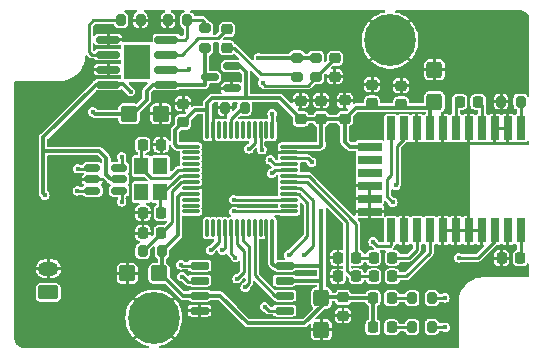
<source format=gbr>
G04 #@! TF.GenerationSoftware,KiCad,Pcbnew,6.0.11-2627ca5db0~126~ubuntu22.04.1*
G04 #@! TF.CreationDate,2023-11-29T16:22:24+00:00*
G04 #@! TF.ProjectId,GeoLoc,47656f4c-6f63-42e6-9b69-6361645f7063,rev?*
G04 #@! TF.SameCoordinates,PX44794c0PY22243c0*
G04 #@! TF.FileFunction,Copper,L1,Top*
G04 #@! TF.FilePolarity,Positive*
%FSLAX45Y45*%
G04 Gerber Fmt 4.5, Leading zero omitted, Abs format (unit mm)*
G04 Created by KiCad (PCBNEW 6.0.11-2627ca5db0~126~ubuntu22.04.1) date 2023-11-29 16:22:24*
%MOMM*%
%LPD*%
G01*
G04 APERTURE LIST*
G04 Aperture macros list*
%AMRoundRect*
0 Rectangle with rounded corners*
0 $1 Rounding radius*
0 $2 $3 $4 $5 $6 $7 $8 $9 X,Y pos of 4 corners*
0 Add a 4 corners polygon primitive as box body*
4,1,4,$2,$3,$4,$5,$6,$7,$8,$9,$2,$3,0*
0 Add four circle primitives for the rounded corners*
1,1,$1+$1,$2,$3*
1,1,$1+$1,$4,$5*
1,1,$1+$1,$6,$7*
1,1,$1+$1,$8,$9*
0 Add four rect primitives between the rounded corners*
20,1,$1+$1,$2,$3,$4,$5,0*
20,1,$1+$1,$4,$5,$6,$7,0*
20,1,$1+$1,$6,$7,$8,$9,0*
20,1,$1+$1,$8,$9,$2,$3,0*%
G04 Aperture macros list end*
G04 #@! TA.AperFunction,ComponentPad*
%ADD10RoundRect,0.250000X0.625000X-0.350000X0.625000X0.350000X-0.625000X0.350000X-0.625000X-0.350000X0*%
G04 #@! TD*
G04 #@! TA.AperFunction,ComponentPad*
%ADD11O,1.750000X1.200000*%
G04 #@! TD*
G04 #@! TA.AperFunction,SMDPad,CuDef*
%ADD12RoundRect,0.150000X0.587500X0.150000X-0.587500X0.150000X-0.587500X-0.150000X0.587500X-0.150000X0*%
G04 #@! TD*
G04 #@! TA.AperFunction,ComponentPad*
%ADD13C,4.400000*%
G04 #@! TD*
G04 #@! TA.AperFunction,SMDPad,CuDef*
%ADD14RoundRect,0.200000X0.200000X0.275000X-0.200000X0.275000X-0.200000X-0.275000X0.200000X-0.275000X0*%
G04 #@! TD*
G04 #@! TA.AperFunction,SMDPad,CuDef*
%ADD15RoundRect,0.218750X0.218750X0.256250X-0.218750X0.256250X-0.218750X-0.256250X0.218750X-0.256250X0*%
G04 #@! TD*
G04 #@! TA.AperFunction,SMDPad,CuDef*
%ADD16RoundRect,0.250000X0.450000X0.425000X-0.450000X0.425000X-0.450000X-0.425000X0.450000X-0.425000X0*%
G04 #@! TD*
G04 #@! TA.AperFunction,SMDPad,CuDef*
%ADD17R,1.200000X1.400000*%
G04 #@! TD*
G04 #@! TA.AperFunction,SMDPad,CuDef*
%ADD18RoundRect,0.075000X-0.075000X-0.662500X0.075000X-0.662500X0.075000X0.662500X-0.075000X0.662500X0*%
G04 #@! TD*
G04 #@! TA.AperFunction,SMDPad,CuDef*
%ADD19RoundRect,0.075000X-0.662500X-0.075000X0.662500X-0.075000X0.662500X0.075000X-0.662500X0.075000X0*%
G04 #@! TD*
G04 #@! TA.AperFunction,SMDPad,CuDef*
%ADD20RoundRect,0.225000X-0.250000X0.225000X-0.250000X-0.225000X0.250000X-0.225000X0.250000X0.225000X0*%
G04 #@! TD*
G04 #@! TA.AperFunction,SMDPad,CuDef*
%ADD21RoundRect,0.225000X0.225000X0.250000X-0.225000X0.250000X-0.225000X-0.250000X0.225000X-0.250000X0*%
G04 #@! TD*
G04 #@! TA.AperFunction,SMDPad,CuDef*
%ADD22RoundRect,0.150000X-0.825000X-0.150000X0.825000X-0.150000X0.825000X0.150000X-0.825000X0.150000X0*%
G04 #@! TD*
G04 #@! TA.AperFunction,SMDPad,CuDef*
%ADD23R,2.290000X3.000000*%
G04 #@! TD*
G04 #@! TA.AperFunction,SMDPad,CuDef*
%ADD24RoundRect,0.225000X-0.225000X-0.250000X0.225000X-0.250000X0.225000X0.250000X-0.225000X0.250000X0*%
G04 #@! TD*
G04 #@! TA.AperFunction,SMDPad,CuDef*
%ADD25RoundRect,0.250000X-0.450000X-0.425000X0.450000X-0.425000X0.450000X0.425000X-0.450000X0.425000X0*%
G04 #@! TD*
G04 #@! TA.AperFunction,SMDPad,CuDef*
%ADD26RoundRect,0.218750X-0.218750X-0.256250X0.218750X-0.256250X0.218750X0.256250X-0.218750X0.256250X0*%
G04 #@! TD*
G04 #@! TA.AperFunction,SMDPad,CuDef*
%ADD27RoundRect,0.225000X0.250000X-0.225000X0.250000X0.225000X-0.250000X0.225000X-0.250000X-0.225000X0*%
G04 #@! TD*
G04 #@! TA.AperFunction,SMDPad,CuDef*
%ADD28RoundRect,0.150000X-0.512500X-0.150000X0.512500X-0.150000X0.512500X0.150000X-0.512500X0.150000X0*%
G04 #@! TD*
G04 #@! TA.AperFunction,SMDPad,CuDef*
%ADD29RoundRect,0.200000X0.275000X-0.200000X0.275000X0.200000X-0.275000X0.200000X-0.275000X-0.200000X0*%
G04 #@! TD*
G04 #@! TA.AperFunction,SMDPad,CuDef*
%ADD30RoundRect,0.150000X-0.650000X-0.150000X0.650000X-0.150000X0.650000X0.150000X-0.650000X0.150000X0*%
G04 #@! TD*
G04 #@! TA.AperFunction,SMDPad,CuDef*
%ADD31R,0.700000X2.000000*%
G04 #@! TD*
G04 #@! TA.AperFunction,SMDPad,CuDef*
%ADD32R,2.000000X0.700000*%
G04 #@! TD*
G04 #@! TA.AperFunction,SMDPad,CuDef*
%ADD33RoundRect,0.218750X-0.256250X0.218750X-0.256250X-0.218750X0.256250X-0.218750X0.256250X0.218750X0*%
G04 #@! TD*
G04 #@! TA.AperFunction,SMDPad,CuDef*
%ADD34RoundRect,0.250000X-0.425000X0.450000X-0.425000X-0.450000X0.425000X-0.450000X0.425000X0.450000X0*%
G04 #@! TD*
G04 #@! TA.AperFunction,SMDPad,CuDef*
%ADD35RoundRect,0.200000X-0.275000X0.200000X-0.275000X-0.200000X0.275000X-0.200000X0.275000X0.200000X0*%
G04 #@! TD*
G04 #@! TA.AperFunction,SMDPad,CuDef*
%ADD36RoundRect,0.250000X0.425000X-0.450000X0.425000X0.450000X-0.425000X0.450000X-0.425000X-0.450000X0*%
G04 #@! TD*
G04 #@! TA.AperFunction,ViaPad*
%ADD37C,0.400000*%
G04 #@! TD*
G04 #@! TA.AperFunction,Conductor*
%ADD38C,0.250000*%
G04 #@! TD*
G04 #@! TA.AperFunction,Conductor*
%ADD39C,0.300000*%
G04 #@! TD*
G04 APERTURE END LIST*
D10*
X307000Y-2410000D03*
D11*
X307000Y-2210000D03*
D12*
X1861750Y-681000D03*
X1861750Y-491000D03*
X1674250Y-586000D03*
D13*
X1200000Y-2625000D03*
X3200000Y-275000D03*
D14*
X3554500Y-2458000D03*
X3389500Y-2458000D03*
X3388500Y-2701000D03*
X3553500Y-2701000D03*
D15*
X3214250Y-2456000D03*
X3056750Y-2456000D03*
X3212750Y-2706000D03*
X3055250Y-2706000D03*
D16*
X1245000Y-2249000D03*
X975000Y-2249000D03*
D17*
X1095500Y-1340000D03*
X1095500Y-1560000D03*
X1255500Y-1560000D03*
X1255500Y-1340000D03*
D18*
X1654000Y-1032750D03*
X1704000Y-1032750D03*
X1754000Y-1032750D03*
X1804000Y-1032750D03*
X1854000Y-1032750D03*
X1904000Y-1032750D03*
X1954000Y-1032750D03*
X2004000Y-1032750D03*
X2054000Y-1032750D03*
X2104000Y-1032750D03*
X2154000Y-1032750D03*
X2204000Y-1032750D03*
D19*
X2345250Y-1174000D03*
X2345250Y-1224000D03*
X2345250Y-1274000D03*
X2345250Y-1324000D03*
X2345250Y-1374000D03*
X2345250Y-1424000D03*
X2345250Y-1474000D03*
X2345250Y-1524000D03*
X2345250Y-1574000D03*
X2345250Y-1624000D03*
X2345250Y-1674000D03*
X2345250Y-1724000D03*
D18*
X2204000Y-1865250D03*
X2154000Y-1865250D03*
X2104000Y-1865250D03*
X2054000Y-1865250D03*
X2004000Y-1865250D03*
X1954000Y-1865250D03*
X1904000Y-1865250D03*
X1854000Y-1865250D03*
X1804000Y-1865250D03*
X1754000Y-1865250D03*
X1704000Y-1865250D03*
X1654000Y-1865250D03*
D19*
X1512750Y-1724000D03*
X1512750Y-1674000D03*
X1512750Y-1624000D03*
X1512750Y-1574000D03*
X1512750Y-1524000D03*
X1512750Y-1474000D03*
X1512750Y-1424000D03*
X1512750Y-1374000D03*
X1512750Y-1324000D03*
X1512750Y-1274000D03*
X1512750Y-1224000D03*
X1512750Y-1174000D03*
D20*
X1447800Y-811500D03*
X1447800Y-966500D03*
D21*
X2914500Y-2274000D03*
X2759500Y-2274000D03*
D22*
X812500Y-268500D03*
X812500Y-395500D03*
X812500Y-522500D03*
X812500Y-649500D03*
X1307500Y-649500D03*
X1307500Y-522500D03*
X1307500Y-395500D03*
X1307500Y-268500D03*
D23*
X1060000Y-459000D03*
D24*
X1108500Y-1908000D03*
X1263500Y-1908000D03*
D25*
X989250Y-897000D03*
X1259250Y-897000D03*
D26*
X3061250Y-2116000D03*
X3218750Y-2116000D03*
D27*
X3048000Y-806500D03*
X3048000Y-651500D03*
D28*
X680250Y-1358000D03*
X680250Y-1453000D03*
X680250Y-1548000D03*
X907750Y-1548000D03*
X907750Y-1453000D03*
X907750Y-1358000D03*
D14*
X1803500Y-846000D03*
X1968500Y-846000D03*
X1269500Y-2061000D03*
X1104500Y-2061000D03*
D29*
X1636000Y-339500D03*
X1636000Y-174500D03*
D30*
X1587000Y-2182500D03*
X1587000Y-2309500D03*
X1587000Y-2436500D03*
X1587000Y-2563500D03*
X2307000Y-2563500D03*
X2307000Y-2436500D03*
X2307000Y-2309500D03*
X2307000Y-2182500D03*
D14*
X1484500Y-106000D03*
X1319500Y-106000D03*
D27*
X2817000Y-937500D03*
X2817000Y-782500D03*
D14*
X4140500Y-793000D03*
X4305500Y-793000D03*
D31*
X4308000Y-1020000D03*
X4198000Y-1020000D03*
X4088000Y-1020000D03*
X3978000Y-1020000D03*
X3868000Y-1020000D03*
X3758000Y-1020000D03*
X3648000Y-1020000D03*
X3538000Y-1020000D03*
X3428000Y-1020000D03*
X3318000Y-1020000D03*
X3208000Y-1020000D03*
D32*
X3028000Y-1175000D03*
X3028000Y-1285000D03*
X3028000Y-1395000D03*
X3028000Y-1505000D03*
X3028000Y-1615000D03*
X3028000Y-1725000D03*
D31*
X3208000Y-1884000D03*
X3318000Y-1884000D03*
X3428000Y-1884000D03*
X3538000Y-1884000D03*
X3648000Y-1884000D03*
X3758000Y-1884000D03*
X3868000Y-1884000D03*
X3978000Y-1884000D03*
X4088000Y-1884000D03*
X4198000Y-1884000D03*
X4308000Y-1884000D03*
D27*
X2618000Y-939500D03*
X2618000Y-784500D03*
X2443000Y-940500D03*
X2443000Y-785500D03*
D33*
X1818000Y-181250D03*
X1818000Y-338750D03*
D34*
X2618000Y-2456000D03*
X2618000Y-2726000D03*
D21*
X3945500Y-795000D03*
X3790500Y-795000D03*
D24*
X1261500Y-1158000D03*
X1106500Y-1158000D03*
D35*
X2573000Y-421500D03*
X2573000Y-586500D03*
D29*
X2413000Y-585500D03*
X2413000Y-420500D03*
D27*
X3295000Y-814500D03*
X3295000Y-659500D03*
D14*
X1087500Y-105000D03*
X922500Y-105000D03*
D26*
X4302750Y-2119000D03*
X4145250Y-2119000D03*
X3061250Y-2273000D03*
X3218750Y-2273000D03*
D21*
X1108000Y-1736000D03*
X1263000Y-1736000D03*
D36*
X3576000Y-794750D03*
X3576000Y-524750D03*
D21*
X2914500Y-2116000D03*
X2759500Y-2116000D03*
D27*
X2802000Y-2605500D03*
X2802000Y-2450500D03*
X2732000Y-427500D03*
X2732000Y-582500D03*
D37*
X2900000Y-300000D03*
X2700000Y-300000D03*
X2700000Y-100000D03*
X800000Y-1800000D03*
X800000Y-2200000D03*
X800000Y-2000000D03*
X800000Y-2800000D03*
X800000Y-2400000D03*
X800000Y-2600000D03*
X3600000Y-2300000D03*
X3800000Y-2300000D03*
X3669000Y-2705000D03*
X3664000Y-2456000D03*
X1905304Y-2293388D03*
X1973100Y-2366830D03*
X67000Y-977000D03*
X78000Y-1941000D03*
X356000Y-699000D03*
X635000Y-553000D03*
X1141000Y-234000D03*
X992000Y-234000D03*
X1003000Y-709000D03*
X683000Y-881000D03*
X278000Y-1585000D03*
X928000Y-1263000D03*
X2726000Y-1833000D03*
X2322000Y-1845000D03*
X1536000Y-1052000D03*
X2325000Y-1053000D03*
X1533000Y-1844000D03*
X1741000Y-1511000D03*
X2779000Y-1310000D03*
X2779000Y-1510000D03*
X4100000Y-600000D03*
X4100000Y-400000D03*
X4300000Y-400000D03*
X4300000Y-600000D03*
X2900000Y-100000D03*
X2404305Y-2800000D03*
X2900000Y-2800000D03*
X1600000Y-2800000D03*
X2000000Y-2800000D03*
X2210604Y-2800000D03*
X1800000Y-2800000D03*
X3800000Y-1450000D03*
X3600000Y-1250000D03*
X3600000Y-1650000D03*
X3600000Y-1450000D03*
X3400000Y-1450000D03*
X3800000Y-1250000D03*
X3800000Y-1650000D03*
X3400000Y-1650000D03*
X3400000Y-1250000D03*
X2027000Y-1510000D03*
X1782000Y-1233000D03*
X3046000Y-1031000D03*
X2471000Y-2091350D03*
X3783000Y-2117000D03*
X2537000Y-1307000D03*
X2202000Y-897000D03*
X2138000Y-2530000D03*
X2341000Y-2091350D03*
X1430000Y-2176000D03*
X1879000Y-1724000D03*
X1437269Y-2275686D03*
X1876000Y-1624000D03*
X1891650Y-2115039D03*
X3057000Y-1980000D03*
X1681631Y-2051531D03*
X3250000Y-1504000D03*
X1781550Y-2054030D03*
X3223000Y-1645000D03*
X2619000Y-1722000D03*
X2619000Y-1159000D03*
X2116000Y-1201000D03*
X2004000Y-1193000D03*
X2121176Y-635364D03*
X1495000Y-521000D03*
X2085000Y-423000D03*
X552998Y-1550002D03*
X556000Y-1362000D03*
X927750Y-1642750D03*
X2199000Y-1399000D03*
X2186000Y-1287000D03*
D38*
X2202000Y-1030750D02*
X2202000Y-897000D01*
X2204000Y-1032750D02*
X2202000Y-1030750D01*
X3554500Y-2458000D02*
X3556500Y-2456000D01*
X3556500Y-2456000D02*
X3664000Y-2456000D01*
X3553500Y-2701000D02*
X3557500Y-2705000D01*
X3557500Y-2705000D02*
X3669000Y-2705000D01*
X3388500Y-2701000D02*
X3383500Y-2706000D01*
X3383500Y-2706000D02*
X3212750Y-2706000D01*
X3389500Y-2458000D02*
X3387500Y-2456000D01*
X3387500Y-2456000D02*
X3214250Y-2456000D01*
D39*
X1654000Y-803000D02*
X1654000Y-872000D01*
X1654000Y-872000D02*
X1654000Y-1032750D01*
X1550300Y-864000D02*
X1646000Y-864000D01*
X1646000Y-864000D02*
X1654000Y-872000D01*
X1979000Y-761000D02*
X1981500Y-763500D01*
X1981500Y-763500D02*
X1693500Y-763500D01*
X1693500Y-763500D02*
X1654000Y-803000D01*
X741500Y-649500D02*
X709500Y-649500D01*
X709500Y-649500D02*
X263000Y-1096000D01*
X263000Y-1096000D02*
X263000Y-1208000D01*
D38*
X2225960Y-2436500D02*
X2307000Y-2436500D01*
X1964100Y-2234592D02*
X1905304Y-2293388D01*
X1954000Y-1865250D02*
X1954000Y-1966000D01*
X1904000Y-1865250D02*
X1904000Y-1996850D01*
X2054000Y-2264540D02*
X2225960Y-2436500D01*
X2009050Y-2021050D02*
X2009050Y-2326471D01*
X2307000Y-2563500D02*
X2171500Y-2563500D01*
X2171500Y-2563500D02*
X2138000Y-2530000D01*
X2054000Y-1865250D02*
X2054000Y-2264540D01*
X1954000Y-1966000D02*
X2009050Y-2021050D01*
X2009050Y-2326471D02*
X1973100Y-2362421D01*
X1904000Y-1996850D02*
X1964100Y-2056950D01*
X1964100Y-2056950D02*
X1964100Y-2234592D01*
X1973100Y-2362421D02*
X1973100Y-2366830D01*
X1854000Y-2077389D02*
X1891650Y-2115039D01*
X1804000Y-2031580D02*
X1781550Y-2054030D01*
X1754000Y-1979120D02*
X1681631Y-2051489D01*
X1754000Y-1865250D02*
X1754000Y-1979120D01*
X1854000Y-1865250D02*
X1854000Y-2077389D01*
X1681631Y-2051489D02*
X1681631Y-2051531D01*
X1804000Y-1865250D02*
X1804000Y-2031580D01*
X2345250Y-1624000D02*
X1876000Y-1624000D01*
X2345250Y-1724000D02*
X1879000Y-1724000D01*
D39*
X2443000Y-940500D02*
X2265500Y-763000D01*
X2265500Y-763000D02*
X1981000Y-763000D01*
X1981000Y-763000D02*
X1979000Y-761000D01*
X1861750Y-491000D02*
X1928000Y-491000D01*
X1928000Y-491000D02*
X1979000Y-542000D01*
X1979000Y-542000D02*
X1979000Y-761000D01*
X989250Y-897000D02*
X699000Y-897000D01*
X699000Y-897000D02*
X683000Y-881000D01*
X3056750Y-2456000D02*
X2807500Y-2456000D01*
X2807500Y-2456000D02*
X2802000Y-2450500D01*
X2304500Y-2185000D02*
X2307000Y-2182500D01*
X2224000Y-2185000D02*
X2304500Y-2185000D01*
X2204000Y-1865250D02*
X2204000Y-2165000D01*
X2204000Y-2165000D02*
X2224000Y-2185000D01*
D38*
X2413000Y-585500D02*
X2390414Y-562914D01*
X2390414Y-562914D02*
X2103914Y-562914D01*
X2103914Y-562914D02*
X1879750Y-338750D01*
X1879750Y-338750D02*
X1818000Y-338750D01*
D39*
X263000Y-1208000D02*
X263000Y-1570000D01*
X927750Y-1453000D02*
X834000Y-1453000D01*
X834000Y-1453000D02*
X799000Y-1418000D01*
X799000Y-1418000D02*
X799000Y-1273000D01*
X799000Y-1273000D02*
X738000Y-1212000D01*
X267000Y-1212000D02*
X263000Y-1208000D01*
X738000Y-1212000D02*
X267000Y-1212000D01*
X2573000Y-421500D02*
X2572500Y-422000D01*
X2572500Y-422000D02*
X2086000Y-422000D01*
X2086000Y-422000D02*
X2085000Y-423000D01*
X1512750Y-1574000D02*
X1428896Y-1574000D01*
X1428896Y-1574000D02*
X1404000Y-1598896D01*
X1404000Y-1598896D02*
X1404000Y-1926500D01*
X1404000Y-1926500D02*
X1269500Y-2061000D01*
D38*
X1512750Y-1474000D02*
X1431571Y-1474000D01*
X1431571Y-1474000D02*
X1356550Y-1549021D01*
X1356550Y-1549021D02*
X1356550Y-1814950D01*
X1356550Y-1814950D02*
X1263500Y-1908000D01*
D39*
X1447800Y-966500D02*
X1380000Y-1034300D01*
X1380000Y-1034300D02*
X1380000Y-1156000D01*
X1380000Y-1156000D02*
X1398000Y-1174000D01*
X1398000Y-1174000D02*
X1512750Y-1174000D01*
D38*
X2143762Y-657950D02*
X2121176Y-635364D01*
X2573000Y-586500D02*
X2501550Y-657950D01*
X2501550Y-657950D02*
X2143762Y-657950D01*
D39*
X989250Y-897000D02*
X1020000Y-897000D01*
X1020000Y-897000D02*
X1139000Y-778000D01*
X1139000Y-778000D02*
X1139000Y-701000D01*
X1139000Y-701000D02*
X1190500Y-649500D01*
X1190500Y-649500D02*
X1307500Y-649500D01*
D38*
X3538000Y-1884000D02*
X3538000Y-2073000D01*
X3538000Y-2073000D02*
X3338000Y-2273000D01*
X3338000Y-2273000D02*
X3218750Y-2273000D01*
X3428000Y-1884000D02*
X3428000Y-2048000D01*
X3428000Y-2048000D02*
X3360000Y-2116000D01*
X3360000Y-2116000D02*
X3218750Y-2116000D01*
X1636000Y-174500D02*
X1636000Y-131000D01*
X1608000Y-103000D02*
X1487500Y-103000D01*
X1636000Y-131000D02*
X1608000Y-103000D01*
X1487500Y-103000D02*
X1484500Y-106000D01*
X1307500Y-395500D02*
X1310000Y-398000D01*
X1740250Y-259000D02*
X1818000Y-181250D01*
X1310000Y-398000D02*
X1438000Y-398000D01*
X1577000Y-259000D02*
X1740250Y-259000D01*
X1438000Y-398000D02*
X1577000Y-259000D01*
D39*
X1636000Y-339500D02*
X1636000Y-647000D01*
X1633500Y-649500D02*
X1307500Y-649500D01*
X1636000Y-647000D02*
X1633500Y-649500D01*
X1003000Y-709000D02*
X939000Y-645000D01*
X939000Y-645000D02*
X817000Y-645000D01*
X817000Y-645000D02*
X812500Y-649500D01*
D38*
X698248Y-1550002D02*
X552998Y-1550002D01*
X927750Y-1548000D02*
X927750Y-1642750D01*
X928000Y-1357750D02*
X928000Y-1263000D01*
X927750Y-1358000D02*
X928000Y-1357750D01*
X696250Y-1362000D02*
X556000Y-1362000D01*
X3318000Y-1020000D02*
X3318000Y-1109000D01*
X3318000Y-1109000D02*
X3259000Y-1168000D01*
X3259000Y-1168000D02*
X3259000Y-1495000D01*
X3259000Y-1495000D02*
X3250000Y-1504000D01*
X3208000Y-1020000D02*
X3209000Y-1021000D01*
X3209000Y-1021000D02*
X3209000Y-1417000D01*
X3177550Y-1599550D02*
X3223000Y-1645000D01*
X3209000Y-1417000D02*
X3177550Y-1448450D01*
X3177550Y-1448450D02*
X3177550Y-1599550D01*
X2345250Y-1524000D02*
X2439138Y-1524000D01*
X2439138Y-1524000D02*
X2545950Y-1630813D01*
X2545950Y-1630813D02*
X2545950Y-2015050D01*
X2471000Y-2090000D02*
X2471000Y-2091350D01*
X2545950Y-2015050D02*
X2471000Y-2090000D01*
X2501000Y-1649431D02*
X2501000Y-1931350D01*
X2347750Y-1576500D02*
X2428069Y-1576500D01*
X2501000Y-1931350D02*
X2341000Y-2091350D01*
X2345250Y-1574000D02*
X2347750Y-1576500D01*
X2428069Y-1576500D02*
X2501000Y-1649431D01*
D39*
X3058750Y-2709000D02*
X3058750Y-2459000D01*
X3057250Y-2708000D02*
X3055250Y-2706000D01*
D38*
X3758000Y-1020000D02*
X3758000Y-834500D01*
X3758000Y-834500D02*
X3797500Y-795000D01*
X3978000Y-1020000D02*
X3978000Y-820500D01*
X3978000Y-820500D02*
X3952500Y-795000D01*
D39*
X1587000Y-2436500D02*
X1763500Y-2436500D01*
X1763500Y-2436500D02*
X1997000Y-2670000D01*
X2620000Y-2474250D02*
X2619000Y-2473250D01*
X1997000Y-2670000D02*
X2471000Y-2670000D01*
X2471000Y-2670000D02*
X2620000Y-2521000D01*
X2620000Y-2521000D02*
X2620000Y-2474250D01*
X2619000Y-2473250D02*
X2619000Y-2300000D01*
D38*
X1936000Y-859000D02*
X1854000Y-941000D01*
X1854000Y-941000D02*
X1854000Y-1032750D01*
X2732000Y-427500D02*
X2573000Y-586500D01*
X1465500Y-268500D02*
X1307500Y-268500D01*
X1484500Y-106000D02*
X1484500Y-249500D01*
X1484500Y-249500D02*
X1465500Y-268500D01*
X688000Y-105000D02*
X650000Y-143000D01*
X922500Y-105000D02*
X688000Y-105000D01*
X650000Y-143000D02*
X650000Y-370000D01*
X650000Y-370000D02*
X675500Y-395500D01*
X675500Y-395500D02*
X812500Y-395500D01*
X2914500Y-2274000D02*
X3060250Y-2274000D01*
X3060250Y-2274000D02*
X3061250Y-2273000D01*
X2914500Y-2274000D02*
X2885000Y-2274000D01*
X2885000Y-2274000D02*
X2837000Y-2226000D01*
X2837000Y-2226000D02*
X2837000Y-1814640D01*
X2837000Y-1814640D02*
X2496360Y-1474000D01*
X2496360Y-1474000D02*
X2345250Y-1474000D01*
X2914500Y-2116000D02*
X3061250Y-2116000D01*
D39*
X1550300Y-864000D02*
X1447800Y-966500D01*
D38*
X3783000Y-2117000D02*
X3945000Y-2117000D01*
X3945000Y-2117000D02*
X4088000Y-1974000D01*
X4088000Y-1974000D02*
X4088000Y-1884000D01*
D39*
X2815000Y-939500D02*
X2910500Y-844000D01*
X3535000Y-844000D02*
X3538000Y-847000D01*
X2910500Y-844000D02*
X3535000Y-844000D01*
X3538000Y-847000D02*
X3538000Y-1020000D01*
D38*
X4308000Y-1884000D02*
X4308000Y-2113750D01*
X4308000Y-2113750D02*
X4302750Y-2119000D01*
X4305500Y-793000D02*
X4305500Y-1017500D01*
X4305500Y-1017500D02*
X4308000Y-1020000D01*
X2537000Y-1307000D02*
X2504000Y-1274000D01*
X2504000Y-1274000D02*
X2345250Y-1274000D01*
X1587000Y-2182500D02*
X1436500Y-2182500D01*
X1436500Y-2182500D02*
X1430000Y-2176000D01*
X1587000Y-2309500D02*
X1577500Y-2319000D01*
X1491000Y-2319000D02*
X1447686Y-2275686D01*
X1447686Y-2275686D02*
X1437269Y-2275686D01*
X1577500Y-2319000D02*
X1491000Y-2319000D01*
D39*
X1269500Y-2061000D02*
X1269500Y-2259500D01*
X1269500Y-2259500D02*
X1446500Y-2436500D01*
X1446500Y-2436500D02*
X1587000Y-2436500D01*
D38*
X3093000Y-2016000D02*
X3057000Y-1980000D01*
X3196000Y-2016000D02*
X3093000Y-2016000D01*
X3208000Y-1884000D02*
X3208000Y-2004000D01*
X3208000Y-2004000D02*
X3196000Y-2016000D01*
D39*
X2619000Y-1722000D02*
X2619000Y-2300000D01*
X2307000Y-2309500D02*
X2609500Y-2309500D01*
X2609500Y-2309500D02*
X2619000Y-2300000D01*
D38*
X2104000Y-1032750D02*
X2104000Y-1189000D01*
X2104000Y-1189000D02*
X2116000Y-1201000D01*
X2054000Y-1032750D02*
X2054000Y-1143000D01*
X2054000Y-1143000D02*
X2004000Y-1193000D01*
D39*
X2619000Y-1722000D02*
X2619000Y-2181000D01*
X2619000Y-2181000D02*
X2617500Y-2182500D01*
X2617500Y-2182500D02*
X2307000Y-2182500D01*
X2622000Y-2448250D02*
X2799750Y-2448250D01*
D38*
X2345250Y-1424000D02*
X2510000Y-1424000D01*
X2510000Y-1424000D02*
X2914500Y-1828500D01*
X2914500Y-1828500D02*
X2914500Y-2116000D01*
D39*
X2345250Y-1174000D02*
X2604000Y-1174000D01*
X2604000Y-1174000D02*
X2619000Y-1159000D01*
X2618000Y-1158000D02*
X2619000Y-1159000D01*
X2618000Y-939500D02*
X2618000Y-1158000D01*
X2815000Y-939500D02*
X2815000Y-1132000D01*
X2815000Y-1132000D02*
X2858000Y-1175000D01*
X2618000Y-939500D02*
X2815000Y-939500D01*
X3028000Y-1175000D02*
X2858000Y-1175000D01*
X2623500Y-940500D02*
X2443000Y-940500D01*
D38*
X1263500Y-1908000D02*
X1257500Y-1908000D01*
X1257500Y-1908000D02*
X1104500Y-2061000D01*
X1512750Y-1424000D02*
X1417931Y-1424000D01*
X1417931Y-1424000D02*
X1354432Y-1487500D01*
X1354432Y-1487500D02*
X1352500Y-1487500D01*
X1352500Y-1487500D02*
X1297432Y-1542568D01*
X1297432Y-1542568D02*
X1297432Y-1559000D01*
X1512750Y-1374000D02*
X1404292Y-1374000D01*
X1404292Y-1374000D02*
X1335792Y-1442500D01*
X1095500Y-1358500D02*
X1095500Y-1340000D01*
X1335792Y-1442500D02*
X1179500Y-1442500D01*
X1179500Y-1442500D02*
X1095500Y-1358500D01*
X1281932Y-1560000D02*
X1255500Y-1560000D01*
X1493500Y-522500D02*
X1495000Y-521000D01*
X1307500Y-522500D02*
X1493500Y-522500D01*
X2224000Y-1374000D02*
X2199000Y-1399000D01*
X2345250Y-1374000D02*
X2224000Y-1374000D01*
X2186000Y-1287000D02*
X2223000Y-1324000D01*
X2223000Y-1324000D02*
X2345250Y-1324000D01*
X1255500Y-1560000D02*
X1255500Y-1734500D01*
X1095500Y-1340000D02*
X1095500Y-1172500D01*
X1095500Y-1172500D02*
X1110000Y-1158000D01*
G04 #@! TA.AperFunction,Conductor*
G36*
X3155360Y-21941D02*
G01*
X3158956Y-26891D01*
X3158956Y-33009D01*
X3155360Y-37959D01*
X3152003Y-39539D01*
X3125990Y-46218D01*
X3125400Y-46410D01*
X3097900Y-57298D01*
X3097339Y-57562D01*
X3071420Y-71811D01*
X3070896Y-72143D01*
X3046968Y-89528D01*
X3046488Y-89925D01*
X3040470Y-95576D01*
X3039828Y-96745D01*
X3039883Y-97184D01*
X3039933Y-97256D01*
X3198891Y-256214D01*
X3200080Y-256819D01*
X3200583Y-256739D01*
X3359564Y-97758D01*
X3360170Y-96570D01*
X3360100Y-96133D01*
X3360048Y-96063D01*
X3353511Y-89925D01*
X3353032Y-89528D01*
X3329104Y-72143D01*
X3328580Y-71811D01*
X3302661Y-57562D01*
X3302100Y-57298D01*
X3274600Y-46410D01*
X3274010Y-46218D01*
X3247997Y-39539D01*
X3242831Y-36261D01*
X3240578Y-30572D01*
X3242100Y-24645D01*
X3246815Y-20745D01*
X3250459Y-20050D01*
X4296686Y-20050D01*
X4298849Y-20289D01*
X4300084Y-20566D01*
X4301170Y-20313D01*
X4302285Y-20309D01*
X4302285Y-20412D01*
X4303274Y-20345D01*
X4314747Y-21415D01*
X4316665Y-21788D01*
X4329799Y-25720D01*
X4331607Y-26463D01*
X4343443Y-32756D01*
X4343713Y-32900D01*
X4345340Y-33983D01*
X4355944Y-42673D01*
X4357327Y-44056D01*
X4366017Y-54660D01*
X4367101Y-56287D01*
X4372666Y-66755D01*
X4373537Y-68393D01*
X4374280Y-70201D01*
X4378212Y-83335D01*
X4378585Y-85253D01*
X4379641Y-96570D01*
X4379656Y-96735D01*
X4379699Y-97730D01*
X4379691Y-98759D01*
X4379435Y-99844D01*
X4379675Y-100932D01*
X4379675Y-100933D01*
X4379716Y-101118D01*
X4379947Y-103256D01*
X4379366Y-741773D01*
X4377470Y-747590D01*
X4372517Y-751182D01*
X4366398Y-751177D01*
X4361451Y-747576D01*
X4360645Y-746258D01*
X4358659Y-742360D01*
X4358659Y-742360D01*
X4358305Y-741666D01*
X4349334Y-732695D01*
X4348641Y-732341D01*
X4348640Y-732341D01*
X4338724Y-727289D01*
X4338724Y-727289D01*
X4338030Y-726935D01*
X4337261Y-726813D01*
X4337261Y-726813D01*
X4329037Y-725511D01*
X4329036Y-725511D01*
X4328652Y-725450D01*
X4305503Y-725450D01*
X4282348Y-725450D01*
X4281964Y-725511D01*
X4281963Y-725511D01*
X4278502Y-726059D01*
X4272970Y-726935D01*
X4269334Y-728788D01*
X4262360Y-732341D01*
X4262360Y-732341D01*
X4261666Y-732695D01*
X4252695Y-741666D01*
X4252342Y-742359D01*
X4252341Y-742360D01*
X4247925Y-751028D01*
X4246935Y-752970D01*
X4246814Y-753739D01*
X4246814Y-753739D01*
X4245938Y-759270D01*
X4245450Y-762348D01*
X4245450Y-823652D01*
X4245511Y-824036D01*
X4245511Y-824037D01*
X4245756Y-825585D01*
X4246935Y-833030D01*
X4248409Y-835922D01*
X4252228Y-843417D01*
X4252695Y-844334D01*
X4261666Y-853305D01*
X4262360Y-853658D01*
X4262360Y-853659D01*
X4267545Y-856300D01*
X4271871Y-860627D01*
X4272950Y-865121D01*
X4272950Y-891484D01*
X4271059Y-897304D01*
X4266839Y-900631D01*
X4266133Y-900923D01*
X4265177Y-901113D01*
X4258545Y-905545D01*
X4258332Y-905226D01*
X4254513Y-907172D01*
X4248470Y-906215D01*
X4247477Y-905494D01*
X4247419Y-905581D01*
X4241614Y-901702D01*
X4239847Y-900970D01*
X4235446Y-900095D01*
X4234484Y-900000D01*
X4212068Y-900000D01*
X4210800Y-900412D01*
X4210500Y-900824D01*
X4210500Y-1138432D01*
X4210912Y-1139701D01*
X4211324Y-1140000D01*
X4234484Y-1140000D01*
X4235446Y-1139905D01*
X4239847Y-1139030D01*
X4241614Y-1138298D01*
X4247419Y-1134419D01*
X4247641Y-1134751D01*
X4251415Y-1132828D01*
X4257459Y-1133785D01*
X4258491Y-1134535D01*
X4258545Y-1134455D01*
X4265177Y-1138887D01*
X4266133Y-1139077D01*
X4266133Y-1139077D01*
X4268307Y-1139509D01*
X4271025Y-1140050D01*
X4344975Y-1140050D01*
X4347693Y-1139509D01*
X4349867Y-1139077D01*
X4349867Y-1139077D01*
X4350823Y-1138887D01*
X4357455Y-1134455D01*
X4360405Y-1130041D01*
X4360877Y-1129334D01*
X4365682Y-1125547D01*
X4371796Y-1125306D01*
X4376883Y-1128706D01*
X4379008Y-1134844D01*
X4378994Y-1150282D01*
X4377098Y-1156100D01*
X4372145Y-1159692D01*
X4368000Y-1160016D01*
X4368000Y-1160000D01*
X3881000Y-1160000D01*
X3881000Y-1760000D01*
X3880722Y-1760000D01*
X3880722Y-1762467D01*
X3880863Y-1762489D01*
X3880722Y-1763378D01*
X3880722Y-1763695D01*
X3880649Y-1763838D01*
X3880500Y-1764779D01*
X3880500Y-1869932D01*
X3880912Y-1871200D01*
X3881324Y-1871500D01*
X3980600Y-1871500D01*
X3986419Y-1873391D01*
X3990015Y-1878341D01*
X3990500Y-1881400D01*
X3990500Y-2002432D01*
X3990912Y-2003700D01*
X3993260Y-2005406D01*
X3993222Y-2005458D01*
X3995399Y-2006567D01*
X3998177Y-2012018D01*
X3997220Y-2018062D01*
X3995400Y-2020568D01*
X3934417Y-2081550D01*
X3928965Y-2084328D01*
X3927417Y-2084450D01*
X3809711Y-2084450D01*
X3805217Y-2083371D01*
X3802292Y-2081881D01*
X3799107Y-2080258D01*
X3796224Y-2078789D01*
X3796224Y-2078789D01*
X3795530Y-2078435D01*
X3794761Y-2078313D01*
X3794761Y-2078313D01*
X3783770Y-2076573D01*
X3783000Y-2076451D01*
X3782230Y-2076573D01*
X3771239Y-2078313D01*
X3771239Y-2078313D01*
X3770470Y-2078435D01*
X3769776Y-2078789D01*
X3769776Y-2078789D01*
X3759860Y-2083841D01*
X3759859Y-2083841D01*
X3759166Y-2084195D01*
X3750195Y-2093166D01*
X3749841Y-2093859D01*
X3749841Y-2093860D01*
X3745728Y-2101932D01*
X3744435Y-2104470D01*
X3744313Y-2105239D01*
X3744313Y-2105239D01*
X3742592Y-2116110D01*
X3742451Y-2117000D01*
X3742573Y-2117770D01*
X3744270Y-2128489D01*
X3744435Y-2129530D01*
X3744789Y-2130224D01*
X3744789Y-2130224D01*
X3749196Y-2138874D01*
X3750195Y-2140834D01*
X3759166Y-2149805D01*
X3759859Y-2150159D01*
X3759860Y-2150159D01*
X3769776Y-2155211D01*
X3770470Y-2155565D01*
X3771239Y-2155687D01*
X3771239Y-2155687D01*
X3782230Y-2157427D01*
X3783000Y-2157549D01*
X3783770Y-2157427D01*
X3794761Y-2155687D01*
X3794761Y-2155687D01*
X3795530Y-2155565D01*
X3796657Y-2154991D01*
X3805217Y-2150629D01*
X3809711Y-2149550D01*
X3943147Y-2149550D01*
X3944009Y-2149588D01*
X3947881Y-2149926D01*
X3949703Y-2149438D01*
X3951635Y-2148920D01*
X3952478Y-2148733D01*
X3955452Y-2148209D01*
X3955452Y-2148209D01*
X3956304Y-2148059D01*
X3957054Y-2147626D01*
X3957314Y-2147531D01*
X4081500Y-2147531D01*
X4081561Y-2148305D01*
X4082931Y-2156957D01*
X4083407Y-2158420D01*
X4088721Y-2168851D01*
X4089626Y-2170096D01*
X4097904Y-2178374D01*
X4099149Y-2179279D01*
X4109580Y-2184593D01*
X4111043Y-2185069D01*
X4119695Y-2186439D01*
X4120469Y-2186500D01*
X4131182Y-2186500D01*
X4132450Y-2186088D01*
X4132750Y-2185676D01*
X4132750Y-2184932D01*
X4157750Y-2184932D01*
X4158162Y-2186200D01*
X4158574Y-2186500D01*
X4170031Y-2186500D01*
X4170805Y-2186439D01*
X4179457Y-2185069D01*
X4180920Y-2184593D01*
X4191351Y-2179279D01*
X4192596Y-2178374D01*
X4200874Y-2170096D01*
X4201779Y-2168851D01*
X4207093Y-2158420D01*
X4207569Y-2156957D01*
X4208939Y-2148305D01*
X4209000Y-2147531D01*
X4209000Y-2133068D01*
X4208588Y-2131800D01*
X4208176Y-2131500D01*
X4159318Y-2131500D01*
X4158049Y-2131912D01*
X4157750Y-2132324D01*
X4157750Y-2184932D01*
X4132750Y-2184932D01*
X4132750Y-2133068D01*
X4132338Y-2131800D01*
X4131926Y-2131500D01*
X4083068Y-2131500D01*
X4081800Y-2131912D01*
X4081500Y-2132324D01*
X4081500Y-2147531D01*
X3957314Y-2147531D01*
X3957603Y-2147426D01*
X3958132Y-2147180D01*
X3958968Y-2146955D01*
X3962151Y-2144727D01*
X3962879Y-2144263D01*
X3966245Y-2142319D01*
X3968743Y-2139343D01*
X3969326Y-2138706D01*
X4003101Y-2104932D01*
X4081500Y-2104932D01*
X4081912Y-2106201D01*
X4082324Y-2106500D01*
X4131182Y-2106500D01*
X4132450Y-2106088D01*
X4132750Y-2105676D01*
X4132750Y-2104932D01*
X4157750Y-2104932D01*
X4158162Y-2106201D01*
X4158574Y-2106500D01*
X4207432Y-2106500D01*
X4208700Y-2106088D01*
X4209000Y-2105676D01*
X4209000Y-2090469D01*
X4208939Y-2089695D01*
X4207569Y-2081043D01*
X4207093Y-2079580D01*
X4201779Y-2069149D01*
X4200874Y-2067904D01*
X4192596Y-2059626D01*
X4191351Y-2058721D01*
X4180920Y-2053407D01*
X4179457Y-2052931D01*
X4170805Y-2051561D01*
X4170031Y-2051500D01*
X4159318Y-2051500D01*
X4158049Y-2051912D01*
X4157750Y-2052324D01*
X4157750Y-2104932D01*
X4132750Y-2104932D01*
X4132750Y-2053068D01*
X4132338Y-2051800D01*
X4131926Y-2051500D01*
X4120469Y-2051500D01*
X4119695Y-2051561D01*
X4111043Y-2052931D01*
X4109580Y-2053407D01*
X4099149Y-2058721D01*
X4097904Y-2059626D01*
X4089626Y-2067904D01*
X4088721Y-2069149D01*
X4083407Y-2079580D01*
X4082931Y-2081043D01*
X4081561Y-2089695D01*
X4081500Y-2090469D01*
X4081500Y-2104932D01*
X4003101Y-2104932D01*
X4101083Y-2006950D01*
X4106535Y-2004172D01*
X4108083Y-2004050D01*
X4124975Y-2004050D01*
X4127599Y-2003528D01*
X4129867Y-2003077D01*
X4129867Y-2003077D01*
X4130823Y-2002887D01*
X4137455Y-1998455D01*
X4137668Y-1998774D01*
X4141487Y-1996828D01*
X4147530Y-1997785D01*
X4148523Y-1998506D01*
X4148581Y-1998419D01*
X4154386Y-2002298D01*
X4156153Y-2003030D01*
X4160554Y-2003905D01*
X4161516Y-2004000D01*
X4183932Y-2004000D01*
X4185200Y-2003588D01*
X4185500Y-2003176D01*
X4185500Y-1881400D01*
X4187391Y-1875581D01*
X4192341Y-1871984D01*
X4195400Y-1871500D01*
X4200600Y-1871500D01*
X4206419Y-1873391D01*
X4210016Y-1878341D01*
X4210500Y-1881400D01*
X4210500Y-2002432D01*
X4210912Y-2003700D01*
X4211324Y-2004000D01*
X4234484Y-2004000D01*
X4235446Y-2003905D01*
X4239847Y-2003030D01*
X4241614Y-2002298D01*
X4247419Y-1998419D01*
X4247641Y-1998751D01*
X4251415Y-1996828D01*
X4257459Y-1997785D01*
X4258491Y-1998535D01*
X4258545Y-1998455D01*
X4265177Y-2002887D01*
X4266133Y-2003077D01*
X4266133Y-2003077D01*
X4267481Y-2003345D01*
X4272820Y-2006335D01*
X4275381Y-2011891D01*
X4275450Y-2013055D01*
X4275450Y-2043441D01*
X4273559Y-2049260D01*
X4268609Y-2052856D01*
X4268528Y-2052883D01*
X4267758Y-2053005D01*
X4267064Y-2053359D01*
X4267064Y-2053359D01*
X4256619Y-2058681D01*
X4256619Y-2058681D01*
X4255925Y-2059034D01*
X4246534Y-2068425D01*
X4246181Y-2069119D01*
X4246181Y-2069119D01*
X4241641Y-2078027D01*
X4240505Y-2080258D01*
X4240383Y-2081027D01*
X4240383Y-2081027D01*
X4239463Y-2086835D01*
X4238950Y-2090075D01*
X4238950Y-2147925D01*
X4239011Y-2148309D01*
X4239011Y-2148309D01*
X4240381Y-2156957D01*
X4240505Y-2157742D01*
X4240859Y-2158436D01*
X4240859Y-2158436D01*
X4246181Y-2168881D01*
X4246534Y-2169575D01*
X4255925Y-2178966D01*
X4256619Y-2179319D01*
X4256619Y-2179319D01*
X4264704Y-2183439D01*
X4267758Y-2184995D01*
X4268527Y-2185117D01*
X4268528Y-2185117D01*
X4277191Y-2186489D01*
X4277191Y-2186489D01*
X4277575Y-2186550D01*
X4327925Y-2186550D01*
X4328309Y-2186489D01*
X4328309Y-2186489D01*
X4336973Y-2185117D01*
X4336973Y-2185117D01*
X4337742Y-2184995D01*
X4340796Y-2183439D01*
X4348881Y-2179319D01*
X4348881Y-2179319D01*
X4349575Y-2178966D01*
X4358966Y-2169575D01*
X4359319Y-2168881D01*
X4359320Y-2168881D01*
X4359343Y-2168836D01*
X4359379Y-2168800D01*
X4359778Y-2168251D01*
X4359865Y-2168314D01*
X4363669Y-2164509D01*
X4369712Y-2163552D01*
X4375164Y-2166330D01*
X4377942Y-2171782D01*
X4378064Y-2173339D01*
X4377992Y-2251596D01*
X4377977Y-2268059D01*
X4376081Y-2273876D01*
X4371128Y-2277468D01*
X4368077Y-2277950D01*
X4006580Y-2277950D01*
X4004248Y-2277671D01*
X4003277Y-2277436D01*
X4003206Y-2277435D01*
X4002680Y-2277550D01*
X4002278Y-2277581D01*
X3976193Y-2278922D01*
X3949554Y-2283608D01*
X3949265Y-2283697D01*
X3949264Y-2283697D01*
X3933291Y-2288583D01*
X3923690Y-2291521D01*
X3923413Y-2291644D01*
X3923413Y-2291644D01*
X3899267Y-2302416D01*
X3898989Y-2302540D01*
X3889117Y-2308491D01*
X3876235Y-2316254D01*
X3875824Y-2316502D01*
X3870684Y-2320534D01*
X3854834Y-2332966D01*
X3854542Y-2333195D01*
X3849323Y-2338441D01*
X3837027Y-2350798D01*
X3835465Y-2352368D01*
X3818878Y-2373733D01*
X3805033Y-2396968D01*
X3794137Y-2421723D01*
X3792562Y-2426964D01*
X3786465Y-2447256D01*
X3786353Y-2447627D01*
X3781801Y-2474288D01*
X3781787Y-2474591D01*
X3781787Y-2474592D01*
X3780595Y-2500264D01*
X3780563Y-2500706D01*
X3780448Y-2501237D01*
X3780449Y-2501308D01*
X3780581Y-2501850D01*
X3780581Y-2501851D01*
X3780659Y-2502168D01*
X3780941Y-2504540D01*
X3780032Y-2867100D01*
X3780025Y-2870075D01*
X3778120Y-2875889D01*
X3773161Y-2879473D01*
X3770125Y-2879950D01*
X1250459Y-2879950D01*
X1244640Y-2878059D01*
X1241044Y-2873109D01*
X1241044Y-2866991D01*
X1244640Y-2862041D01*
X1247997Y-2860461D01*
X1274010Y-2853782D01*
X1274600Y-2853590D01*
X1302100Y-2842702D01*
X1302661Y-2842438D01*
X1328580Y-2828189D01*
X1329104Y-2827857D01*
X1353032Y-2810472D01*
X1353512Y-2810075D01*
X1359530Y-2804424D01*
X1360172Y-2803255D01*
X1360117Y-2802816D01*
X1360067Y-2802744D01*
X1201109Y-2643786D01*
X1199920Y-2643181D01*
X1199417Y-2643261D01*
X1040436Y-2802242D01*
X1039830Y-2803430D01*
X1039900Y-2803867D01*
X1039952Y-2803937D01*
X1046488Y-2810075D01*
X1046968Y-2810472D01*
X1070896Y-2827857D01*
X1071420Y-2828189D01*
X1097339Y-2842438D01*
X1097900Y-2842702D01*
X1125400Y-2853590D01*
X1125990Y-2853782D01*
X1152003Y-2860461D01*
X1157169Y-2863739D01*
X1159422Y-2869428D01*
X1157900Y-2875355D01*
X1153185Y-2879255D01*
X1149541Y-2879950D01*
X103314Y-2879950D01*
X101151Y-2879711D01*
X101126Y-2879705D01*
X99916Y-2879434D01*
X98830Y-2879687D01*
X97715Y-2879691D01*
X97715Y-2879588D01*
X96726Y-2879655D01*
X85253Y-2878585D01*
X83335Y-2878212D01*
X70201Y-2874280D01*
X68393Y-2873537D01*
X56287Y-2867100D01*
X54660Y-2866017D01*
X44056Y-2857327D01*
X42673Y-2855944D01*
X33983Y-2845340D01*
X32900Y-2843713D01*
X26463Y-2831607D01*
X25720Y-2829799D01*
X25139Y-2827857D01*
X21788Y-2816665D01*
X21415Y-2814746D01*
X21386Y-2814432D01*
X20344Y-2803264D01*
X20301Y-2802270D01*
X20309Y-2801241D01*
X20565Y-2800156D01*
X20325Y-2799067D01*
X20325Y-2799067D01*
X20282Y-2798868D01*
X20050Y-2796740D01*
X20050Y-2625310D01*
X959545Y-2625310D01*
X961402Y-2654829D01*
X961480Y-2655446D01*
X967022Y-2684498D01*
X967176Y-2685099D01*
X976316Y-2713229D01*
X976545Y-2713807D01*
X989138Y-2740569D01*
X989437Y-2741111D01*
X1005286Y-2766085D01*
X1005650Y-2766587D01*
X1020535Y-2784580D01*
X1021661Y-2785294D01*
X1021938Y-2785277D01*
X1022252Y-2785071D01*
X1181214Y-2626109D01*
X1181738Y-2625080D01*
X1218181Y-2625080D01*
X1218261Y-2625583D01*
X1377357Y-2784679D01*
X1378545Y-2785285D01*
X1378819Y-2785241D01*
X1379112Y-2785007D01*
X1386443Y-2776144D01*
X2530500Y-2776144D01*
X2530522Y-2776609D01*
X2530741Y-2778927D01*
X2530998Y-2780097D01*
X2535036Y-2791597D01*
X2535721Y-2792890D01*
X2542881Y-2802583D01*
X2543917Y-2803619D01*
X2553610Y-2810779D01*
X2554903Y-2811464D01*
X2566403Y-2815502D01*
X2567573Y-2815759D01*
X2569892Y-2815978D01*
X2570355Y-2816000D01*
X2603932Y-2816000D01*
X2605201Y-2815588D01*
X2605500Y-2815176D01*
X2605500Y-2814432D01*
X2630500Y-2814432D01*
X2630912Y-2815700D01*
X2631324Y-2816000D01*
X2665644Y-2816000D01*
X2666109Y-2815978D01*
X2668427Y-2815759D01*
X2669597Y-2815502D01*
X2681097Y-2811464D01*
X2682390Y-2810779D01*
X2692084Y-2803619D01*
X2693119Y-2802583D01*
X2700279Y-2792890D01*
X2700964Y-2791597D01*
X2705002Y-2780097D01*
X2705259Y-2778927D01*
X2705478Y-2776608D01*
X2705500Y-2776145D01*
X2705500Y-2740068D01*
X2705088Y-2738800D01*
X2704676Y-2738500D01*
X2632068Y-2738500D01*
X2630800Y-2738912D01*
X2630500Y-2739324D01*
X2630500Y-2814432D01*
X2605500Y-2814432D01*
X2605500Y-2740068D01*
X2605088Y-2738800D01*
X2604676Y-2738500D01*
X2532068Y-2738500D01*
X2530800Y-2738912D01*
X2530500Y-2739324D01*
X2530500Y-2776144D01*
X1386443Y-2776144D01*
X1394350Y-2766587D01*
X1394714Y-2766085D01*
X1410563Y-2741111D01*
X1410862Y-2740569D01*
X1423455Y-2713807D01*
X1423684Y-2713229D01*
X1432824Y-2685099D01*
X1432978Y-2684498D01*
X1438520Y-2655446D01*
X1438598Y-2654829D01*
X1440455Y-2625310D01*
X1440455Y-2624690D01*
X1438598Y-2595172D01*
X1438520Y-2594554D01*
X1436021Y-2581456D01*
X1487000Y-2581456D01*
X1487053Y-2582175D01*
X1487901Y-2587936D01*
X1488352Y-2589387D01*
X1492787Y-2598422D01*
X1493727Y-2599734D01*
X1500815Y-2606810D01*
X1502129Y-2607747D01*
X1511172Y-2612168D01*
X1512623Y-2612616D01*
X1518328Y-2613448D01*
X1519040Y-2613500D01*
X1572932Y-2613500D01*
X1574200Y-2613088D01*
X1574500Y-2612676D01*
X1574500Y-2611932D01*
X1599500Y-2611932D01*
X1599912Y-2613200D01*
X1600324Y-2613500D01*
X1654956Y-2613500D01*
X1655675Y-2613447D01*
X1661435Y-2612599D01*
X1662887Y-2612148D01*
X1671922Y-2607713D01*
X1673234Y-2606773D01*
X1680310Y-2599685D01*
X1681247Y-2598371D01*
X1685668Y-2589328D01*
X1686116Y-2587877D01*
X1686948Y-2582172D01*
X1687000Y-2581460D01*
X1687000Y-2577568D01*
X1686588Y-2576300D01*
X1686176Y-2576000D01*
X1601068Y-2576000D01*
X1599799Y-2576412D01*
X1599500Y-2576824D01*
X1599500Y-2611932D01*
X1574500Y-2611932D01*
X1574500Y-2577568D01*
X1574088Y-2576300D01*
X1573676Y-2576000D01*
X1488568Y-2576000D01*
X1487300Y-2576412D01*
X1487000Y-2576824D01*
X1487000Y-2581456D01*
X1436021Y-2581456D01*
X1432978Y-2565502D01*
X1432824Y-2564901D01*
X1427797Y-2549432D01*
X1487000Y-2549432D01*
X1487412Y-2550701D01*
X1487824Y-2551000D01*
X1572932Y-2551000D01*
X1574200Y-2550588D01*
X1574500Y-2550176D01*
X1574500Y-2549432D01*
X1599500Y-2549432D01*
X1599912Y-2550701D01*
X1600324Y-2551000D01*
X1685432Y-2551000D01*
X1686700Y-2550588D01*
X1687000Y-2550176D01*
X1687000Y-2545544D01*
X1686947Y-2544825D01*
X1686099Y-2539065D01*
X1685648Y-2537613D01*
X1681213Y-2528578D01*
X1680273Y-2527266D01*
X1673185Y-2520190D01*
X1671871Y-2519253D01*
X1662828Y-2514832D01*
X1661377Y-2514384D01*
X1655672Y-2513552D01*
X1654959Y-2513500D01*
X1601068Y-2513500D01*
X1599799Y-2513912D01*
X1599500Y-2514324D01*
X1599500Y-2549432D01*
X1574500Y-2549432D01*
X1574500Y-2515068D01*
X1574088Y-2513800D01*
X1573676Y-2513500D01*
X1519044Y-2513500D01*
X1518325Y-2513553D01*
X1512564Y-2514401D01*
X1511113Y-2514852D01*
X1502078Y-2519287D01*
X1500766Y-2520227D01*
X1493690Y-2527315D01*
X1492753Y-2528629D01*
X1488332Y-2537672D01*
X1487884Y-2539123D01*
X1487052Y-2544828D01*
X1487000Y-2545541D01*
X1487000Y-2549432D01*
X1427797Y-2549432D01*
X1423684Y-2536772D01*
X1423455Y-2536193D01*
X1410862Y-2509431D01*
X1410563Y-2508889D01*
X1394714Y-2483915D01*
X1394350Y-2483413D01*
X1379465Y-2465421D01*
X1378339Y-2464706D01*
X1378062Y-2464723D01*
X1377748Y-2464929D01*
X1218786Y-2623891D01*
X1218181Y-2625080D01*
X1181738Y-2625080D01*
X1181819Y-2624920D01*
X1181740Y-2624417D01*
X1022643Y-2465321D01*
X1021455Y-2464715D01*
X1021181Y-2464759D01*
X1020888Y-2464994D01*
X1005650Y-2483413D01*
X1005286Y-2483915D01*
X989437Y-2508889D01*
X989138Y-2509431D01*
X976545Y-2536193D01*
X976316Y-2536772D01*
X967176Y-2564901D01*
X967022Y-2565502D01*
X961480Y-2594554D01*
X961402Y-2595172D01*
X959545Y-2624690D01*
X959545Y-2625310D01*
X20050Y-2625310D01*
X20050Y-2450383D01*
X199450Y-2450383D01*
X199748Y-2453537D01*
X204237Y-2466318D01*
X204676Y-2466914D01*
X204676Y-2466914D01*
X208157Y-2471626D01*
X212285Y-2477215D01*
X223182Y-2485263D01*
X235963Y-2489752D01*
X236564Y-2489809D01*
X236564Y-2489809D01*
X238885Y-2490028D01*
X238886Y-2490028D01*
X239117Y-2490050D01*
X374883Y-2490050D01*
X375113Y-2490028D01*
X375114Y-2490028D01*
X377436Y-2489809D01*
X377436Y-2489809D01*
X378037Y-2489752D01*
X390818Y-2485263D01*
X401715Y-2477215D01*
X405843Y-2471626D01*
X409324Y-2466914D01*
X409324Y-2466914D01*
X409763Y-2466318D01*
X414252Y-2453537D01*
X414550Y-2450383D01*
X414550Y-2446745D01*
X1039828Y-2446745D01*
X1039883Y-2447184D01*
X1039933Y-2447256D01*
X1198891Y-2606214D01*
X1200080Y-2606819D01*
X1200583Y-2606740D01*
X1359564Y-2447758D01*
X1360170Y-2446570D01*
X1360100Y-2446133D01*
X1360048Y-2446063D01*
X1353512Y-2439925D01*
X1353032Y-2439528D01*
X1329104Y-2422143D01*
X1328580Y-2421811D01*
X1302661Y-2407562D01*
X1302100Y-2407298D01*
X1274600Y-2396410D01*
X1274010Y-2396218D01*
X1245361Y-2388862D01*
X1244752Y-2388746D01*
X1215408Y-2385039D01*
X1214789Y-2385000D01*
X1185211Y-2385000D01*
X1184592Y-2385039D01*
X1155248Y-2388746D01*
X1154639Y-2388862D01*
X1125990Y-2396218D01*
X1125400Y-2396410D01*
X1097900Y-2407298D01*
X1097339Y-2407562D01*
X1071420Y-2421811D01*
X1070896Y-2422143D01*
X1046968Y-2439528D01*
X1046488Y-2439925D01*
X1040470Y-2445576D01*
X1039828Y-2446745D01*
X414550Y-2446745D01*
X414550Y-2369617D01*
X414252Y-2366463D01*
X409763Y-2353682D01*
X409150Y-2352851D01*
X402155Y-2343381D01*
X401715Y-2342785D01*
X401119Y-2342345D01*
X391414Y-2335176D01*
X391413Y-2335176D01*
X390818Y-2334737D01*
X378037Y-2330248D01*
X377436Y-2330191D01*
X377436Y-2330191D01*
X375114Y-2329972D01*
X375113Y-2329972D01*
X374883Y-2329950D01*
X239117Y-2329950D01*
X238886Y-2329972D01*
X238885Y-2329972D01*
X236564Y-2330191D01*
X236564Y-2330191D01*
X235963Y-2330248D01*
X223182Y-2334737D01*
X222586Y-2335176D01*
X222586Y-2335176D01*
X212881Y-2342345D01*
X212285Y-2342785D01*
X211845Y-2343381D01*
X204850Y-2352851D01*
X204237Y-2353682D01*
X199748Y-2366463D01*
X199450Y-2369617D01*
X199450Y-2450383D01*
X20050Y-2450383D01*
X20050Y-2296644D01*
X885000Y-2296644D01*
X885022Y-2297109D01*
X885241Y-2299427D01*
X885498Y-2300597D01*
X889536Y-2312097D01*
X890221Y-2313390D01*
X897381Y-2323084D01*
X898416Y-2324119D01*
X908110Y-2331279D01*
X909403Y-2331964D01*
X920903Y-2336002D01*
X922073Y-2336259D01*
X924392Y-2336478D01*
X924855Y-2336500D01*
X960932Y-2336500D01*
X962200Y-2336088D01*
X962500Y-2335676D01*
X962500Y-2334932D01*
X987500Y-2334932D01*
X987912Y-2336200D01*
X988324Y-2336500D01*
X1025144Y-2336500D01*
X1025609Y-2336478D01*
X1027927Y-2336259D01*
X1029096Y-2336002D01*
X1040597Y-2331964D01*
X1041890Y-2331279D01*
X1051584Y-2324119D01*
X1052619Y-2323084D01*
X1059779Y-2313390D01*
X1060464Y-2312097D01*
X1064502Y-2300597D01*
X1064759Y-2299427D01*
X1064978Y-2297108D01*
X1065000Y-2296645D01*
X1065000Y-2263068D01*
X1064588Y-2261800D01*
X1064176Y-2261500D01*
X989068Y-2261500D01*
X987799Y-2261912D01*
X987500Y-2262324D01*
X987500Y-2334932D01*
X962500Y-2334932D01*
X962500Y-2263068D01*
X962088Y-2261800D01*
X961676Y-2261500D01*
X886568Y-2261500D01*
X885300Y-2261912D01*
X885000Y-2262324D01*
X885000Y-2296644D01*
X20050Y-2296644D01*
X20050Y-2223535D01*
X200477Y-2223535D01*
X200814Y-2226737D01*
X201050Y-2227812D01*
X206477Y-2243754D01*
X206946Y-2244750D01*
X215770Y-2259093D01*
X216447Y-2259960D01*
X228231Y-2271993D01*
X229083Y-2272688D01*
X243239Y-2281811D01*
X244224Y-2282300D01*
X260050Y-2288060D01*
X261119Y-2288318D01*
X274123Y-2289961D01*
X274741Y-2290000D01*
X292932Y-2290000D01*
X294201Y-2289588D01*
X294500Y-2289176D01*
X294500Y-2288432D01*
X319500Y-2288432D01*
X319912Y-2289701D01*
X320324Y-2290000D01*
X338736Y-2290000D01*
X339289Y-2289969D01*
X351785Y-2288567D01*
X352859Y-2288323D01*
X368763Y-2282785D01*
X369755Y-2282310D01*
X384037Y-2273385D01*
X384899Y-2272702D01*
X396849Y-2260836D01*
X397538Y-2259978D01*
X406562Y-2245759D01*
X407044Y-2244770D01*
X410547Y-2234932D01*
X885000Y-2234932D01*
X885412Y-2236201D01*
X885824Y-2236500D01*
X960932Y-2236500D01*
X962200Y-2236088D01*
X962500Y-2235676D01*
X962500Y-2234932D01*
X987500Y-2234932D01*
X987912Y-2236201D01*
X988324Y-2236500D01*
X1063432Y-2236500D01*
X1064700Y-2236088D01*
X1065000Y-2235676D01*
X1065000Y-2201356D01*
X1064978Y-2200891D01*
X1064759Y-2198573D01*
X1064502Y-2197404D01*
X1060464Y-2185903D01*
X1059779Y-2184610D01*
X1052619Y-2174917D01*
X1051584Y-2173881D01*
X1041890Y-2166721D01*
X1040597Y-2166036D01*
X1029097Y-2161998D01*
X1027927Y-2161741D01*
X1025608Y-2161522D01*
X1025145Y-2161500D01*
X989068Y-2161500D01*
X987799Y-2161912D01*
X987500Y-2162324D01*
X987500Y-2234932D01*
X962500Y-2234932D01*
X962500Y-2163068D01*
X962088Y-2161800D01*
X961676Y-2161500D01*
X924856Y-2161500D01*
X924391Y-2161522D01*
X922073Y-2161741D01*
X920903Y-2161998D01*
X909403Y-2166036D01*
X908110Y-2166721D01*
X898416Y-2173881D01*
X897381Y-2174917D01*
X890221Y-2184610D01*
X889536Y-2185903D01*
X885498Y-2197403D01*
X885241Y-2198573D01*
X885022Y-2200892D01*
X885000Y-2201355D01*
X885000Y-2234932D01*
X410547Y-2234932D01*
X412694Y-2228905D01*
X412945Y-2227835D01*
X413395Y-2224057D01*
X413136Y-2222749D01*
X412980Y-2222605D01*
X412505Y-2222500D01*
X321068Y-2222500D01*
X319800Y-2222912D01*
X319500Y-2223324D01*
X319500Y-2288432D01*
X294500Y-2288432D01*
X294500Y-2224068D01*
X294088Y-2222800D01*
X293676Y-2222500D01*
X201937Y-2222500D01*
X200668Y-2222912D01*
X200522Y-2223114D01*
X200477Y-2223535D01*
X20050Y-2223535D01*
X20050Y-2195943D01*
X200605Y-2195943D01*
X200864Y-2197251D01*
X201020Y-2197396D01*
X201495Y-2197500D01*
X292932Y-2197500D01*
X294201Y-2197088D01*
X294500Y-2196676D01*
X294500Y-2195932D01*
X319500Y-2195932D01*
X319912Y-2197201D01*
X320324Y-2197500D01*
X412063Y-2197500D01*
X413332Y-2197088D01*
X413478Y-2196886D01*
X413523Y-2196465D01*
X413186Y-2193263D01*
X412950Y-2192188D01*
X407523Y-2176246D01*
X407054Y-2175250D01*
X398230Y-2160907D01*
X397553Y-2160040D01*
X385769Y-2148008D01*
X384917Y-2147312D01*
X370761Y-2138189D01*
X369776Y-2137701D01*
X353950Y-2131940D01*
X352881Y-2131682D01*
X339878Y-2130039D01*
X339259Y-2130000D01*
X321068Y-2130000D01*
X319800Y-2130412D01*
X319500Y-2130824D01*
X319500Y-2195932D01*
X294500Y-2195932D01*
X294500Y-2131568D01*
X294088Y-2130300D01*
X293676Y-2130000D01*
X275264Y-2130000D01*
X274712Y-2130031D01*
X262215Y-2131433D01*
X261141Y-2131677D01*
X245237Y-2137215D01*
X244245Y-2137690D01*
X229963Y-2146615D01*
X229101Y-2147298D01*
X217151Y-2159165D01*
X216462Y-2160022D01*
X207438Y-2174241D01*
X206956Y-2175230D01*
X201306Y-2191095D01*
X201055Y-2192165D01*
X200605Y-2195943D01*
X20050Y-2195943D01*
X20050Y-1893932D01*
X1043500Y-1893932D01*
X1043912Y-1895200D01*
X1044324Y-1895500D01*
X1094432Y-1895500D01*
X1095701Y-1895088D01*
X1096000Y-1894676D01*
X1096000Y-1893932D01*
X1121000Y-1893932D01*
X1121412Y-1895200D01*
X1121824Y-1895500D01*
X1171932Y-1895500D01*
X1173200Y-1895088D01*
X1173500Y-1894676D01*
X1173500Y-1880044D01*
X1173439Y-1879270D01*
X1172046Y-1870472D01*
X1171570Y-1869009D01*
X1166165Y-1858402D01*
X1165261Y-1857157D01*
X1156843Y-1848739D01*
X1155598Y-1847835D01*
X1144991Y-1842430D01*
X1143527Y-1841954D01*
X1134730Y-1840561D01*
X1133956Y-1840500D01*
X1122568Y-1840500D01*
X1121300Y-1840912D01*
X1121000Y-1841324D01*
X1121000Y-1893932D01*
X1096000Y-1893932D01*
X1096000Y-1842068D01*
X1095588Y-1840800D01*
X1095176Y-1840500D01*
X1083044Y-1840500D01*
X1082270Y-1840561D01*
X1073473Y-1841954D01*
X1072009Y-1842430D01*
X1061402Y-1847835D01*
X1060157Y-1848739D01*
X1051739Y-1857157D01*
X1050835Y-1858402D01*
X1045430Y-1869009D01*
X1044954Y-1870473D01*
X1043561Y-1879270D01*
X1043500Y-1880044D01*
X1043500Y-1893932D01*
X20050Y-1893932D01*
X20050Y-1763956D01*
X1043000Y-1763956D01*
X1043061Y-1764730D01*
X1044454Y-1773527D01*
X1044930Y-1774991D01*
X1050335Y-1785598D01*
X1051239Y-1786843D01*
X1059657Y-1795261D01*
X1060902Y-1796165D01*
X1071509Y-1801570D01*
X1072973Y-1802046D01*
X1081770Y-1803439D01*
X1082544Y-1803500D01*
X1093932Y-1803500D01*
X1095201Y-1803088D01*
X1095500Y-1802676D01*
X1095500Y-1801932D01*
X1120500Y-1801932D01*
X1120912Y-1803200D01*
X1121324Y-1803500D01*
X1133456Y-1803500D01*
X1134230Y-1803439D01*
X1143028Y-1802046D01*
X1144491Y-1801570D01*
X1155098Y-1796165D01*
X1156343Y-1795261D01*
X1164761Y-1786843D01*
X1165665Y-1785598D01*
X1171070Y-1774991D01*
X1171546Y-1773527D01*
X1172939Y-1764730D01*
X1173000Y-1763956D01*
X1173000Y-1750068D01*
X1172588Y-1748799D01*
X1172176Y-1748500D01*
X1122068Y-1748500D01*
X1120800Y-1748912D01*
X1120500Y-1749324D01*
X1120500Y-1801932D01*
X1095500Y-1801932D01*
X1095500Y-1750068D01*
X1095088Y-1748799D01*
X1094676Y-1748500D01*
X1044568Y-1748500D01*
X1043300Y-1748912D01*
X1043000Y-1749324D01*
X1043000Y-1763956D01*
X20050Y-1763956D01*
X20050Y-629950D01*
X21941Y-624131D01*
X26891Y-620535D01*
X29950Y-620050D01*
X396572Y-620050D01*
X398807Y-620306D01*
X399928Y-620566D01*
X400000Y-620566D01*
X400546Y-620441D01*
X400723Y-620421D01*
X401225Y-620378D01*
X420162Y-619233D01*
X426274Y-618863D01*
X426274Y-618863D01*
X426573Y-618845D01*
X443502Y-615742D01*
X452464Y-614100D01*
X452464Y-614100D01*
X452758Y-614046D01*
X453043Y-613957D01*
X477888Y-606215D01*
X477888Y-606215D01*
X478173Y-606126D01*
X478445Y-606004D01*
X478446Y-606004D01*
X502177Y-595323D01*
X502177Y-595323D01*
X502449Y-595201D01*
X502926Y-594912D01*
X516160Y-586912D01*
X525231Y-581429D01*
X525840Y-580952D01*
X541611Y-568596D01*
X546187Y-565011D01*
X565011Y-546187D01*
X569501Y-540456D01*
X695000Y-540456D01*
X695053Y-541175D01*
X695901Y-546936D01*
X696352Y-548387D01*
X700787Y-557422D01*
X701727Y-558734D01*
X708815Y-565810D01*
X710129Y-566747D01*
X719172Y-571168D01*
X720623Y-571616D01*
X726328Y-572448D01*
X727040Y-572500D01*
X798432Y-572500D01*
X799700Y-572088D01*
X800000Y-571676D01*
X800000Y-536568D01*
X799588Y-535300D01*
X799176Y-535000D01*
X696568Y-535000D01*
X695300Y-535412D01*
X695000Y-535824D01*
X695000Y-540456D01*
X569501Y-540456D01*
X572105Y-537132D01*
X581244Y-525467D01*
X581244Y-525467D01*
X581429Y-525231D01*
X590636Y-510000D01*
X591584Y-508432D01*
X695000Y-508432D01*
X695412Y-509700D01*
X695824Y-510000D01*
X798432Y-510000D01*
X799700Y-509588D01*
X800000Y-509176D01*
X800000Y-474068D01*
X799588Y-472800D01*
X799176Y-472500D01*
X727044Y-472500D01*
X726325Y-472553D01*
X720564Y-473401D01*
X719113Y-473852D01*
X710078Y-478287D01*
X708766Y-479227D01*
X701690Y-486315D01*
X700753Y-487629D01*
X696332Y-496672D01*
X695884Y-498123D01*
X695052Y-503828D01*
X695000Y-504540D01*
X695000Y-508432D01*
X591584Y-508432D01*
X595046Y-502705D01*
X595046Y-502705D01*
X595201Y-502449D01*
X595323Y-502177D01*
X595323Y-502177D01*
X606004Y-478446D01*
X606004Y-478445D01*
X606126Y-478173D01*
X606225Y-477857D01*
X613957Y-453043D01*
X613957Y-453043D01*
X614046Y-452758D01*
X614417Y-450736D01*
X617989Y-431242D01*
X618845Y-426573D01*
X619895Y-409212D01*
X622134Y-403518D01*
X627292Y-400227D01*
X633399Y-400597D01*
X636777Y-402810D01*
X651175Y-417207D01*
X651755Y-417840D01*
X654255Y-420819D01*
X655004Y-421252D01*
X655004Y-421252D01*
X657621Y-422763D01*
X658348Y-423226D01*
X661532Y-425455D01*
X662368Y-425679D01*
X662897Y-425926D01*
X663445Y-426125D01*
X664196Y-426559D01*
X667104Y-427072D01*
X668023Y-427234D01*
X668866Y-427420D01*
X672619Y-428426D01*
X676490Y-428088D01*
X677353Y-428050D01*
X693939Y-428050D01*
X699758Y-429941D01*
X701050Y-431242D01*
X701107Y-431185D01*
X709365Y-439429D01*
X719848Y-444554D01*
X720608Y-444664D01*
X720609Y-444665D01*
X726324Y-445498D01*
X726324Y-445498D01*
X726678Y-445550D01*
X898322Y-445550D01*
X898680Y-445497D01*
X898681Y-445497D01*
X904450Y-444648D01*
X904450Y-444648D01*
X905211Y-444536D01*
X911187Y-441602D01*
X917244Y-440734D01*
X922653Y-443593D01*
X925350Y-449085D01*
X925450Y-450489D01*
X925450Y-467565D01*
X923559Y-473384D01*
X918609Y-476981D01*
X912491Y-476981D01*
X911202Y-476459D01*
X905828Y-473832D01*
X904377Y-473384D01*
X898672Y-472552D01*
X897959Y-472500D01*
X826568Y-472500D01*
X825299Y-472912D01*
X825000Y-473324D01*
X825000Y-570932D01*
X825412Y-572200D01*
X825824Y-572500D01*
X897956Y-572500D01*
X898675Y-572447D01*
X904435Y-571599D01*
X905887Y-571148D01*
X911187Y-568546D01*
X917244Y-567679D01*
X922653Y-570537D01*
X925350Y-576030D01*
X925450Y-577433D01*
X925450Y-594510D01*
X923559Y-600329D01*
X918609Y-603925D01*
X912491Y-603925D01*
X911202Y-603404D01*
X910697Y-603157D01*
X905152Y-600446D01*
X904392Y-600336D01*
X904391Y-600335D01*
X898676Y-599502D01*
X898676Y-599502D01*
X898322Y-599450D01*
X726678Y-599450D01*
X726320Y-599503D01*
X726319Y-599503D01*
X720550Y-600352D01*
X720550Y-600352D01*
X719789Y-600464D01*
X719098Y-600803D01*
X719098Y-600803D01*
X715860Y-602393D01*
X709314Y-605607D01*
X708736Y-606186D01*
X705193Y-609736D01*
X701071Y-613865D01*
X700819Y-613614D01*
X697928Y-615767D01*
X697990Y-615881D01*
X697990Y-615881D01*
X693786Y-618150D01*
X693373Y-618360D01*
X689067Y-620427D01*
X688673Y-620759D01*
X688522Y-620910D01*
X688393Y-621028D01*
X688290Y-621115D01*
X687721Y-621422D01*
X687166Y-622023D01*
X687165Y-622023D01*
X684319Y-625102D01*
X684050Y-625382D01*
X241606Y-1067826D01*
X239976Y-1069142D01*
X239773Y-1069273D01*
X239772Y-1069274D01*
X239085Y-1069718D01*
X237101Y-1072233D01*
X236710Y-1072674D01*
X236710Y-1072674D01*
X236445Y-1072987D01*
X236157Y-1073275D01*
X235096Y-1074760D01*
X234817Y-1075131D01*
X231861Y-1078881D01*
X231604Y-1079612D01*
X231539Y-1079736D01*
X231089Y-1080367D01*
X230854Y-1081151D01*
X229721Y-1084942D01*
X229577Y-1085385D01*
X227994Y-1089891D01*
X227950Y-1090404D01*
X227950Y-1090618D01*
X227943Y-1090790D01*
X227931Y-1090926D01*
X227746Y-1091546D01*
X227778Y-1092364D01*
X227942Y-1096555D01*
X227950Y-1096944D01*
X227950Y-1203205D01*
X227728Y-1205289D01*
X227505Y-1206326D01*
X227860Y-1209323D01*
X227881Y-1209507D01*
X227950Y-1210671D01*
X227950Y-1572911D01*
X228017Y-1573314D01*
X228017Y-1573314D01*
X228105Y-1573842D01*
X229381Y-1581510D01*
X231264Y-1585000D01*
X234483Y-1590965D01*
X234922Y-1591779D01*
X236988Y-1593689D01*
X239432Y-1597506D01*
X239435Y-1597530D01*
X242315Y-1603182D01*
X244744Y-1607950D01*
X245195Y-1608834D01*
X254166Y-1617805D01*
X254859Y-1618158D01*
X254860Y-1618159D01*
X264776Y-1623211D01*
X265470Y-1623565D01*
X266239Y-1623686D01*
X266239Y-1623686D01*
X277230Y-1625427D01*
X278000Y-1625549D01*
X278770Y-1625427D01*
X289761Y-1623686D01*
X289761Y-1623686D01*
X290530Y-1623565D01*
X291224Y-1623211D01*
X301140Y-1618159D01*
X301141Y-1618158D01*
X301834Y-1617805D01*
X310805Y-1608834D01*
X311256Y-1607950D01*
X316211Y-1598224D01*
X316211Y-1598224D01*
X316565Y-1597530D01*
X316697Y-1596697D01*
X318427Y-1585770D01*
X318549Y-1585000D01*
X318323Y-1583573D01*
X316687Y-1573239D01*
X316687Y-1573239D01*
X316565Y-1572470D01*
X316012Y-1571386D01*
X311159Y-1561860D01*
X311159Y-1561859D01*
X310805Y-1561166D01*
X301834Y-1552195D01*
X301852Y-1552177D01*
X300272Y-1550002D01*
X512448Y-1550002D01*
X512570Y-1550772D01*
X513161Y-1554500D01*
X514433Y-1562533D01*
X514787Y-1563227D01*
X514787Y-1563227D01*
X519721Y-1572911D01*
X520193Y-1573836D01*
X529164Y-1582807D01*
X529857Y-1583161D01*
X529857Y-1583161D01*
X538116Y-1587369D01*
X540467Y-1588567D01*
X541237Y-1588689D01*
X541237Y-1588689D01*
X552228Y-1590430D01*
X552998Y-1590551D01*
X553767Y-1590430D01*
X564759Y-1588689D01*
X564759Y-1588689D01*
X565528Y-1588567D01*
X575215Y-1583631D01*
X579709Y-1582552D01*
X594876Y-1582552D01*
X600695Y-1584443D01*
X601870Y-1585446D01*
X608365Y-1591929D01*
X618848Y-1597054D01*
X619608Y-1597164D01*
X619609Y-1597165D01*
X625324Y-1597998D01*
X625324Y-1597998D01*
X625678Y-1598050D01*
X734822Y-1598050D01*
X735180Y-1597997D01*
X735181Y-1597997D01*
X740950Y-1597148D01*
X740950Y-1597148D01*
X741711Y-1597036D01*
X752185Y-1591893D01*
X753018Y-1591059D01*
X759851Y-1584214D01*
X760429Y-1583635D01*
X765554Y-1573152D01*
X765664Y-1572392D01*
X765665Y-1572391D01*
X766498Y-1566676D01*
X766498Y-1566676D01*
X766550Y-1566322D01*
X766550Y-1529678D01*
X766279Y-1527834D01*
X765648Y-1523550D01*
X765648Y-1523550D01*
X765536Y-1522789D01*
X760393Y-1512314D01*
X757123Y-1509050D01*
X755543Y-1507472D01*
X752760Y-1502023D01*
X753712Y-1495979D01*
X755530Y-1493472D01*
X759810Y-1489185D01*
X760747Y-1487871D01*
X765168Y-1478828D01*
X765616Y-1477377D01*
X766448Y-1471672D01*
X766500Y-1470959D01*
X766500Y-1467068D01*
X766088Y-1465799D01*
X765676Y-1465500D01*
X595568Y-1465500D01*
X594300Y-1465912D01*
X594000Y-1466324D01*
X594000Y-1470956D01*
X594053Y-1471675D01*
X594901Y-1477435D01*
X595352Y-1478887D01*
X599787Y-1487922D01*
X600727Y-1489234D01*
X604957Y-1493457D01*
X607740Y-1498906D01*
X606788Y-1504950D01*
X604970Y-1507458D01*
X600071Y-1512365D01*
X599711Y-1513100D01*
X599568Y-1513301D01*
X594650Y-1516941D01*
X591508Y-1517452D01*
X579709Y-1517452D01*
X575215Y-1516373D01*
X573660Y-1515581D01*
X568791Y-1513100D01*
X566222Y-1511791D01*
X566222Y-1511791D01*
X565528Y-1511438D01*
X564759Y-1511316D01*
X564759Y-1511316D01*
X553767Y-1509575D01*
X552998Y-1509453D01*
X552228Y-1509575D01*
X541237Y-1511316D01*
X541237Y-1511316D01*
X540467Y-1511438D01*
X539773Y-1511791D01*
X539773Y-1511791D01*
X529857Y-1516844D01*
X529857Y-1516844D01*
X529164Y-1517197D01*
X520193Y-1526168D01*
X519839Y-1526862D01*
X519839Y-1526862D01*
X514820Y-1536713D01*
X514433Y-1537472D01*
X514311Y-1538241D01*
X514311Y-1538241D01*
X512607Y-1549000D01*
X512448Y-1550002D01*
X300272Y-1550002D01*
X298535Y-1547611D01*
X298050Y-1544552D01*
X298050Y-1256950D01*
X299941Y-1251131D01*
X304891Y-1247535D01*
X307950Y-1247050D01*
X719381Y-1247050D01*
X725200Y-1248941D01*
X726381Y-1249950D01*
X761050Y-1284619D01*
X763828Y-1290070D01*
X763950Y-1291619D01*
X763950Y-1303987D01*
X762059Y-1309806D01*
X757109Y-1313403D01*
X750991Y-1313403D01*
X749702Y-1312882D01*
X746516Y-1311324D01*
X741652Y-1308946D01*
X740892Y-1308836D01*
X740891Y-1308835D01*
X735176Y-1308002D01*
X735176Y-1308002D01*
X734822Y-1307950D01*
X625678Y-1307950D01*
X625320Y-1308003D01*
X625319Y-1308003D01*
X619550Y-1308852D01*
X619550Y-1308852D01*
X618789Y-1308964D01*
X618098Y-1309303D01*
X618098Y-1309303D01*
X615394Y-1310631D01*
X608315Y-1314107D01*
X600071Y-1322365D01*
X599375Y-1323789D01*
X599322Y-1323897D01*
X595068Y-1328295D01*
X590427Y-1329450D01*
X582712Y-1329450D01*
X578217Y-1328371D01*
X578068Y-1328295D01*
X568530Y-1323435D01*
X567761Y-1323314D01*
X567761Y-1323314D01*
X556770Y-1321573D01*
X556000Y-1321451D01*
X555230Y-1321573D01*
X544239Y-1323314D01*
X544239Y-1323314D01*
X543470Y-1323435D01*
X542776Y-1323789D01*
X542776Y-1323789D01*
X532860Y-1328841D01*
X532860Y-1328842D01*
X532166Y-1329195D01*
X523195Y-1338166D01*
X522841Y-1338860D01*
X522841Y-1338860D01*
X519064Y-1346274D01*
X517435Y-1349470D01*
X517313Y-1350239D01*
X517313Y-1350239D01*
X516156Y-1357549D01*
X515451Y-1362000D01*
X517435Y-1374530D01*
X517789Y-1375224D01*
X517789Y-1375224D01*
X522571Y-1384609D01*
X523195Y-1385834D01*
X532166Y-1394805D01*
X532860Y-1395159D01*
X532860Y-1395159D01*
X540399Y-1399000D01*
X543470Y-1400565D01*
X544239Y-1400686D01*
X544239Y-1400686D01*
X555230Y-1402427D01*
X556000Y-1402549D01*
X556770Y-1402427D01*
X567761Y-1400686D01*
X567761Y-1400686D01*
X568530Y-1400565D01*
X572228Y-1398681D01*
X578217Y-1395629D01*
X582712Y-1394550D01*
X596877Y-1394550D01*
X602696Y-1396441D01*
X603872Y-1397444D01*
X604958Y-1398528D01*
X607740Y-1403977D01*
X606788Y-1410021D01*
X604970Y-1412528D01*
X600690Y-1416815D01*
X599753Y-1418129D01*
X595332Y-1427172D01*
X594884Y-1428623D01*
X594052Y-1434328D01*
X594000Y-1435040D01*
X594000Y-1438932D01*
X594412Y-1440200D01*
X594824Y-1440500D01*
X766500Y-1440500D01*
X766500Y-1440665D01*
X770541Y-1440666D01*
X774201Y-1442811D01*
X774601Y-1443180D01*
X774882Y-1443450D01*
X805825Y-1474394D01*
X807142Y-1476024D01*
X807273Y-1476227D01*
X807274Y-1476228D01*
X807717Y-1476915D01*
X810233Y-1478898D01*
X810674Y-1479290D01*
X810674Y-1479290D01*
X810987Y-1479555D01*
X811275Y-1479843D01*
X811606Y-1480079D01*
X811606Y-1480080D01*
X812760Y-1480904D01*
X813132Y-1481184D01*
X816881Y-1484139D01*
X817611Y-1484396D01*
X817737Y-1484461D01*
X818367Y-1484911D01*
X821546Y-1485862D01*
X822941Y-1486279D01*
X823384Y-1486423D01*
X824279Y-1486737D01*
X827994Y-1489072D01*
X832422Y-1493492D01*
X835205Y-1498942D01*
X834253Y-1504986D01*
X832434Y-1507493D01*
X827571Y-1512365D01*
X822446Y-1522848D01*
X822335Y-1523608D01*
X822335Y-1523609D01*
X821861Y-1526862D01*
X821450Y-1529678D01*
X821450Y-1566322D01*
X821503Y-1566680D01*
X821503Y-1566681D01*
X822343Y-1572391D01*
X822464Y-1573211D01*
X827607Y-1583685D01*
X828186Y-1584264D01*
X828924Y-1585000D01*
X835865Y-1591929D01*
X846348Y-1597054D01*
X847108Y-1597164D01*
X847109Y-1597165D01*
X852824Y-1597998D01*
X852824Y-1597998D01*
X853178Y-1598050D01*
X885300Y-1598050D01*
X891119Y-1599941D01*
X894715Y-1604891D01*
X895200Y-1607950D01*
X895200Y-1616038D01*
X894121Y-1620533D01*
X889185Y-1630220D01*
X889063Y-1630989D01*
X889063Y-1630989D01*
X887981Y-1637823D01*
X887201Y-1642750D01*
X887323Y-1643520D01*
X888655Y-1651930D01*
X889185Y-1655280D01*
X889539Y-1655974D01*
X889539Y-1655974D01*
X894395Y-1665505D01*
X894945Y-1666584D01*
X903916Y-1675555D01*
X904609Y-1675908D01*
X904610Y-1675909D01*
X914526Y-1680961D01*
X915220Y-1681315D01*
X915989Y-1681436D01*
X915989Y-1681436D01*
X926980Y-1683177D01*
X927750Y-1683299D01*
X928520Y-1683177D01*
X939511Y-1681436D01*
X939511Y-1681436D01*
X940280Y-1681315D01*
X940974Y-1680961D01*
X950890Y-1675909D01*
X950890Y-1675908D01*
X951584Y-1675555D01*
X960555Y-1666584D01*
X961105Y-1665505D01*
X965961Y-1655974D01*
X965961Y-1655974D01*
X966315Y-1655280D01*
X966845Y-1651930D01*
X968177Y-1643520D01*
X968299Y-1642750D01*
X967519Y-1637823D01*
X966436Y-1630989D01*
X966436Y-1630989D01*
X966315Y-1630220D01*
X961379Y-1620533D01*
X960300Y-1616038D01*
X960300Y-1606897D01*
X962191Y-1601078D01*
X967141Y-1597481D01*
X968099Y-1597257D01*
X968450Y-1597148D01*
X969211Y-1597036D01*
X979685Y-1591893D01*
X980518Y-1591059D01*
X987351Y-1584214D01*
X987929Y-1583635D01*
X993054Y-1573152D01*
X993164Y-1572392D01*
X993165Y-1572391D01*
X993998Y-1566676D01*
X993998Y-1566676D01*
X994050Y-1566322D01*
X994050Y-1529678D01*
X993779Y-1527834D01*
X993148Y-1523550D01*
X993148Y-1523550D01*
X993036Y-1522789D01*
X987893Y-1512314D01*
X983078Y-1507508D01*
X980295Y-1502058D01*
X981247Y-1496014D01*
X983065Y-1493507D01*
X987929Y-1488635D01*
X993054Y-1478152D01*
X993164Y-1477392D01*
X993165Y-1477391D01*
X993998Y-1471676D01*
X993998Y-1471675D01*
X994050Y-1471322D01*
X994050Y-1434678D01*
X993982Y-1434213D01*
X993148Y-1428550D01*
X993148Y-1428550D01*
X993036Y-1427789D01*
X987893Y-1417314D01*
X986313Y-1415737D01*
X983078Y-1412508D01*
X980295Y-1407058D01*
X981247Y-1401014D01*
X983065Y-1398507D01*
X987929Y-1393635D01*
X993054Y-1383152D01*
X993164Y-1382392D01*
X993165Y-1382391D01*
X993998Y-1376676D01*
X993998Y-1376676D01*
X994050Y-1376322D01*
X994050Y-1339678D01*
X993988Y-1339254D01*
X993148Y-1333550D01*
X993148Y-1333550D01*
X993036Y-1332789D01*
X992076Y-1330834D01*
X989315Y-1325211D01*
X987893Y-1322315D01*
X985799Y-1320224D01*
X982019Y-1316450D01*
X979635Y-1314071D01*
X969152Y-1308946D01*
X968391Y-1308835D01*
X967658Y-1308609D01*
X967753Y-1308301D01*
X963535Y-1306216D01*
X960691Y-1300799D01*
X960550Y-1299131D01*
X960550Y-1289712D01*
X961629Y-1285217D01*
X962674Y-1283166D01*
X966565Y-1275530D01*
X966829Y-1273861D01*
X968427Y-1263770D01*
X968549Y-1263000D01*
X967644Y-1257286D01*
X966686Y-1251239D01*
X966686Y-1251239D01*
X966565Y-1250470D01*
X965618Y-1248611D01*
X961159Y-1239860D01*
X961158Y-1239860D01*
X960805Y-1239166D01*
X951834Y-1230195D01*
X951140Y-1229842D01*
X951140Y-1229841D01*
X941224Y-1224789D01*
X941224Y-1224789D01*
X940530Y-1224435D01*
X939761Y-1224314D01*
X939761Y-1224314D01*
X928770Y-1222573D01*
X928000Y-1222451D01*
X927230Y-1222573D01*
X916239Y-1224314D01*
X916239Y-1224314D01*
X915470Y-1224435D01*
X914776Y-1224789D01*
X914776Y-1224789D01*
X904860Y-1229841D01*
X904859Y-1229842D01*
X904166Y-1230195D01*
X895195Y-1239166D01*
X894841Y-1239860D01*
X894841Y-1239860D01*
X890382Y-1248611D01*
X889435Y-1250470D01*
X889313Y-1251239D01*
X889313Y-1251239D01*
X888356Y-1257286D01*
X887451Y-1263000D01*
X887573Y-1263770D01*
X889171Y-1273861D01*
X889435Y-1275530D01*
X893326Y-1283166D01*
X894371Y-1285217D01*
X895450Y-1289712D01*
X895450Y-1298050D01*
X893559Y-1303869D01*
X888609Y-1307466D01*
X885550Y-1307950D01*
X853178Y-1307950D01*
X852820Y-1308003D01*
X852819Y-1308003D01*
X847050Y-1308852D01*
X847050Y-1308852D01*
X846289Y-1308964D01*
X846279Y-1308895D01*
X840770Y-1308824D01*
X835866Y-1305164D01*
X834050Y-1299449D01*
X834050Y-1277795D01*
X834272Y-1275711D01*
X834323Y-1275474D01*
X834495Y-1274674D01*
X834119Y-1271493D01*
X834084Y-1270904D01*
X834084Y-1270904D01*
X834050Y-1270497D01*
X834050Y-1270089D01*
X833983Y-1269686D01*
X833983Y-1269685D01*
X833750Y-1268288D01*
X833685Y-1267826D01*
X833652Y-1267549D01*
X833124Y-1263086D01*
X832788Y-1262388D01*
X832746Y-1262254D01*
X832619Y-1261490D01*
X830351Y-1257286D01*
X830139Y-1256870D01*
X828342Y-1253129D01*
X828342Y-1253129D01*
X828073Y-1252567D01*
X827741Y-1252173D01*
X827590Y-1252022D01*
X827472Y-1251893D01*
X827385Y-1251790D01*
X827078Y-1251221D01*
X826477Y-1250666D01*
X826477Y-1250665D01*
X823398Y-1247819D01*
X823118Y-1247550D01*
X766174Y-1190606D01*
X764858Y-1188976D01*
X764727Y-1188773D01*
X764726Y-1188772D01*
X764282Y-1188085D01*
X761767Y-1186102D01*
X761326Y-1185710D01*
X761326Y-1185710D01*
X761013Y-1185445D01*
X760725Y-1185157D01*
X759240Y-1184096D01*
X758868Y-1183817D01*
X758755Y-1183727D01*
X756742Y-1182140D01*
X755761Y-1181367D01*
X755761Y-1181367D01*
X755119Y-1180861D01*
X754388Y-1180604D01*
X754264Y-1180540D01*
X753633Y-1180089D01*
X750454Y-1179138D01*
X749058Y-1178721D01*
X748615Y-1178577D01*
X744697Y-1177201D01*
X744696Y-1177201D01*
X744109Y-1176995D01*
X743596Y-1176950D01*
X743382Y-1176950D01*
X743210Y-1176943D01*
X743074Y-1176931D01*
X742454Y-1176746D01*
X741636Y-1176778D01*
X737445Y-1176942D01*
X737056Y-1176950D01*
X307950Y-1176950D01*
X302131Y-1175059D01*
X298535Y-1170109D01*
X298050Y-1167050D01*
X298050Y-1114619D01*
X299941Y-1108800D01*
X300950Y-1107619D01*
X708245Y-700323D01*
X713697Y-697545D01*
X718346Y-698242D01*
X718424Y-697989D01*
X719158Y-698216D01*
X719848Y-698554D01*
X720608Y-698665D01*
X720609Y-698665D01*
X726324Y-699498D01*
X726324Y-699498D01*
X726678Y-699550D01*
X898322Y-699550D01*
X898680Y-699497D01*
X898681Y-699497D01*
X904450Y-698648D01*
X904450Y-698648D01*
X905211Y-698536D01*
X909147Y-696604D01*
X913375Y-694527D01*
X915685Y-693393D01*
X916264Y-692814D01*
X919745Y-689326D01*
X925195Y-686544D01*
X931239Y-687496D01*
X933752Y-689320D01*
X962210Y-717778D01*
X964410Y-721368D01*
X964435Y-721530D01*
X964789Y-722224D01*
X964789Y-722225D01*
X969688Y-731840D01*
X970195Y-732834D01*
X979166Y-741805D01*
X979859Y-742158D01*
X979860Y-742159D01*
X988380Y-746500D01*
X990470Y-747565D01*
X991239Y-747686D01*
X991239Y-747686D01*
X1002230Y-749427D01*
X1003000Y-749549D01*
X1003770Y-749427D01*
X1014761Y-747686D01*
X1014761Y-747686D01*
X1015530Y-747565D01*
X1017620Y-746500D01*
X1026140Y-742159D01*
X1026140Y-742158D01*
X1026834Y-741805D01*
X1035805Y-732834D01*
X1036312Y-731840D01*
X1041211Y-722224D01*
X1041211Y-722224D01*
X1041565Y-721530D01*
X1041718Y-720561D01*
X1043427Y-709770D01*
X1043549Y-709000D01*
X1043169Y-706598D01*
X1041686Y-697239D01*
X1041686Y-697239D01*
X1041565Y-696470D01*
X1041186Y-695726D01*
X1036159Y-685860D01*
X1036158Y-685860D01*
X1035805Y-685166D01*
X1026834Y-676195D01*
X1026140Y-675842D01*
X1026140Y-675841D01*
X1016225Y-670789D01*
X1016224Y-670789D01*
X1015530Y-670435D01*
X1015368Y-670410D01*
X1011778Y-668210D01*
X989519Y-645950D01*
X986741Y-640499D01*
X987698Y-634456D01*
X992024Y-630129D01*
X996519Y-629050D01*
X1137481Y-629050D01*
X1143300Y-630941D01*
X1146897Y-635891D01*
X1146897Y-642009D01*
X1144481Y-645950D01*
X1117606Y-672826D01*
X1115976Y-674142D01*
X1115773Y-674273D01*
X1115772Y-674274D01*
X1115085Y-674718D01*
X1113102Y-677233D01*
X1112710Y-677674D01*
X1112710Y-677674D01*
X1112445Y-677987D01*
X1112157Y-678275D01*
X1111096Y-679760D01*
X1110817Y-680131D01*
X1109224Y-682152D01*
X1108416Y-683177D01*
X1107861Y-683881D01*
X1107604Y-684612D01*
X1107540Y-684736D01*
X1107089Y-685367D01*
X1106464Y-687456D01*
X1105721Y-689942D01*
X1105577Y-690385D01*
X1104338Y-693912D01*
X1103995Y-694891D01*
X1103950Y-695404D01*
X1103950Y-695618D01*
X1103943Y-695790D01*
X1103931Y-695926D01*
X1103746Y-696546D01*
X1103778Y-697364D01*
X1103942Y-701555D01*
X1103950Y-701944D01*
X1103950Y-759381D01*
X1102059Y-765200D01*
X1101050Y-766381D01*
X1058216Y-809216D01*
X1052764Y-811993D01*
X1047936Y-811556D01*
X1043357Y-809948D01*
X1043356Y-809948D01*
X1042787Y-809748D01*
X1042186Y-809691D01*
X1042186Y-809691D01*
X1039864Y-809472D01*
X1039863Y-809472D01*
X1039633Y-809450D01*
X938867Y-809450D01*
X938636Y-809472D01*
X938635Y-809472D01*
X936314Y-809691D01*
X936314Y-809691D01*
X935713Y-809748D01*
X922932Y-814237D01*
X922336Y-814676D01*
X922336Y-814676D01*
X913112Y-821489D01*
X912035Y-822285D01*
X911595Y-822881D01*
X904667Y-832261D01*
X903987Y-833182D01*
X899498Y-845963D01*
X899441Y-846564D01*
X899441Y-846564D01*
X899235Y-848746D01*
X899200Y-849117D01*
X899200Y-852050D01*
X897309Y-857869D01*
X892359Y-861465D01*
X889300Y-861950D01*
X724174Y-861950D01*
X718355Y-860059D01*
X716165Y-857869D01*
X716159Y-857861D01*
X715805Y-857166D01*
X706834Y-848195D01*
X706140Y-847841D01*
X706140Y-847841D01*
X696224Y-842789D01*
X696224Y-842789D01*
X695530Y-842435D01*
X694761Y-842313D01*
X694761Y-842313D01*
X683770Y-840573D01*
X683000Y-840451D01*
X682230Y-840573D01*
X671239Y-842313D01*
X671239Y-842313D01*
X670470Y-842435D01*
X669776Y-842789D01*
X669776Y-842789D01*
X659860Y-847841D01*
X659860Y-847841D01*
X659166Y-848195D01*
X650195Y-857166D01*
X649842Y-857859D01*
X649841Y-857860D01*
X647903Y-861664D01*
X644435Y-868470D01*
X644314Y-869239D01*
X644314Y-869239D01*
X642677Y-879574D01*
X642451Y-881000D01*
X642573Y-881770D01*
X644132Y-891611D01*
X644435Y-893530D01*
X644789Y-894224D01*
X644789Y-894224D01*
X649611Y-903687D01*
X650195Y-904834D01*
X659166Y-913805D01*
X659860Y-914158D01*
X659860Y-914159D01*
X670470Y-919565D01*
X670401Y-919699D01*
X672571Y-921101D01*
X672718Y-920915D01*
X675233Y-922898D01*
X675674Y-923290D01*
X675674Y-923290D01*
X675987Y-923555D01*
X676275Y-923843D01*
X677760Y-924904D01*
X678131Y-925183D01*
X681881Y-928139D01*
X682612Y-928396D01*
X682736Y-928460D01*
X683367Y-928911D01*
X684151Y-929145D01*
X684151Y-929145D01*
X687942Y-930279D01*
X688385Y-930423D01*
X692303Y-931799D01*
X692303Y-931799D01*
X692891Y-932005D01*
X693404Y-932050D01*
X693618Y-932050D01*
X693790Y-932057D01*
X693926Y-932069D01*
X694546Y-932254D01*
X695363Y-932222D01*
X699555Y-932058D01*
X699944Y-932050D01*
X889300Y-932050D01*
X895119Y-933941D01*
X898715Y-938891D01*
X899200Y-941950D01*
X899200Y-944883D01*
X899222Y-945113D01*
X899222Y-945114D01*
X899440Y-947427D01*
X899498Y-948037D01*
X903987Y-960818D01*
X904426Y-961413D01*
X904426Y-961414D01*
X906179Y-963787D01*
X912035Y-971715D01*
X912631Y-972155D01*
X915873Y-974550D01*
X922932Y-979763D01*
X935713Y-984252D01*
X936314Y-984309D01*
X936314Y-984309D01*
X938635Y-984528D01*
X938636Y-984528D01*
X938867Y-984550D01*
X1039633Y-984550D01*
X1039863Y-984528D01*
X1039864Y-984528D01*
X1042186Y-984309D01*
X1042186Y-984309D01*
X1042787Y-984252D01*
X1055568Y-979763D01*
X1062627Y-974550D01*
X1065869Y-972155D01*
X1066465Y-971715D01*
X1072321Y-963787D01*
X1074074Y-961414D01*
X1074074Y-961413D01*
X1074513Y-960818D01*
X1079002Y-948037D01*
X1079060Y-947427D01*
X1079278Y-945114D01*
X1079278Y-945113D01*
X1079300Y-944883D01*
X1079300Y-944644D01*
X1169250Y-944644D01*
X1169272Y-945109D01*
X1169491Y-947427D01*
X1169748Y-948596D01*
X1173786Y-960097D01*
X1174471Y-961390D01*
X1181631Y-971083D01*
X1182667Y-972119D01*
X1192360Y-979279D01*
X1193653Y-979964D01*
X1205153Y-984002D01*
X1206323Y-984259D01*
X1208642Y-984478D01*
X1209105Y-984500D01*
X1245182Y-984500D01*
X1246451Y-984088D01*
X1246750Y-983676D01*
X1246750Y-982932D01*
X1271750Y-982932D01*
X1272162Y-984200D01*
X1272574Y-984500D01*
X1309394Y-984500D01*
X1309859Y-984478D01*
X1312177Y-984259D01*
X1313347Y-984002D01*
X1324847Y-979964D01*
X1326140Y-979279D01*
X1335834Y-972119D01*
X1336869Y-971083D01*
X1344029Y-961390D01*
X1344714Y-960097D01*
X1348752Y-948597D01*
X1349009Y-947427D01*
X1349228Y-945108D01*
X1349250Y-944645D01*
X1349250Y-911068D01*
X1348838Y-909799D01*
X1348426Y-909500D01*
X1273318Y-909500D01*
X1272050Y-909912D01*
X1271750Y-910324D01*
X1271750Y-982932D01*
X1246750Y-982932D01*
X1246750Y-911068D01*
X1246338Y-909799D01*
X1245926Y-909500D01*
X1170818Y-909500D01*
X1169550Y-909912D01*
X1169250Y-910324D01*
X1169250Y-944644D01*
X1079300Y-944644D01*
X1079300Y-891369D01*
X1081191Y-885550D01*
X1082200Y-884369D01*
X1083636Y-882932D01*
X1169250Y-882932D01*
X1169662Y-884200D01*
X1170074Y-884500D01*
X1245182Y-884500D01*
X1246451Y-884088D01*
X1246750Y-883676D01*
X1246750Y-882932D01*
X1271750Y-882932D01*
X1272162Y-884200D01*
X1272574Y-884500D01*
X1347682Y-884500D01*
X1348950Y-884088D01*
X1349250Y-883676D01*
X1349250Y-849356D01*
X1349228Y-848891D01*
X1349009Y-846573D01*
X1348752Y-845403D01*
X1345786Y-836956D01*
X1380300Y-836956D01*
X1380361Y-837730D01*
X1381754Y-846527D01*
X1382230Y-847991D01*
X1387635Y-858598D01*
X1388539Y-859843D01*
X1396957Y-868261D01*
X1398202Y-869165D01*
X1408809Y-874570D01*
X1410273Y-875046D01*
X1419070Y-876439D01*
X1419844Y-876500D01*
X1433732Y-876500D01*
X1435000Y-876088D01*
X1435300Y-875676D01*
X1435300Y-825568D01*
X1434888Y-824299D01*
X1434476Y-824000D01*
X1381868Y-824000D01*
X1380600Y-824412D01*
X1380300Y-824824D01*
X1380300Y-836956D01*
X1345786Y-836956D01*
X1344714Y-833903D01*
X1344029Y-832610D01*
X1336869Y-822916D01*
X1335834Y-821881D01*
X1326140Y-814721D01*
X1324847Y-814036D01*
X1313347Y-809998D01*
X1312177Y-809741D01*
X1309858Y-809522D01*
X1309395Y-809500D01*
X1273318Y-809500D01*
X1272050Y-809912D01*
X1271750Y-810324D01*
X1271750Y-882932D01*
X1246750Y-882932D01*
X1246750Y-811068D01*
X1246338Y-809800D01*
X1245926Y-809500D01*
X1209106Y-809500D01*
X1208641Y-809522D01*
X1206323Y-809741D01*
X1205154Y-809998D01*
X1193653Y-814036D01*
X1192360Y-814721D01*
X1182667Y-821881D01*
X1181631Y-822916D01*
X1174471Y-832610D01*
X1173786Y-833903D01*
X1169748Y-845403D01*
X1169491Y-846573D01*
X1169272Y-848892D01*
X1169250Y-849355D01*
X1169250Y-882932D01*
X1083636Y-882932D01*
X1160394Y-806174D01*
X1162024Y-804858D01*
X1162227Y-804727D01*
X1162228Y-804726D01*
X1162915Y-804282D01*
X1164899Y-801767D01*
X1165290Y-801326D01*
X1165290Y-801326D01*
X1165555Y-801013D01*
X1165843Y-800725D01*
X1166904Y-799240D01*
X1167184Y-798868D01*
X1167218Y-798824D01*
X1168316Y-797432D01*
X1380300Y-797432D01*
X1380712Y-798700D01*
X1381124Y-799000D01*
X1433732Y-799000D01*
X1435000Y-798588D01*
X1435300Y-798176D01*
X1435300Y-797432D01*
X1460300Y-797432D01*
X1460712Y-798700D01*
X1461124Y-799000D01*
X1513732Y-799000D01*
X1515000Y-798588D01*
X1515300Y-798176D01*
X1515300Y-786044D01*
X1515239Y-785270D01*
X1513846Y-776472D01*
X1513370Y-775009D01*
X1507965Y-764402D01*
X1507061Y-763157D01*
X1498643Y-754739D01*
X1497398Y-753835D01*
X1486791Y-748430D01*
X1485327Y-747954D01*
X1476530Y-746561D01*
X1475756Y-746500D01*
X1461868Y-746500D01*
X1460599Y-746912D01*
X1460300Y-747324D01*
X1460300Y-797432D01*
X1435300Y-797432D01*
X1435300Y-748068D01*
X1434888Y-746800D01*
X1434476Y-746500D01*
X1419844Y-746500D01*
X1419070Y-746561D01*
X1410272Y-747954D01*
X1408809Y-748430D01*
X1398202Y-753835D01*
X1396957Y-754739D01*
X1388539Y-763157D01*
X1387635Y-764402D01*
X1382230Y-775009D01*
X1381754Y-776473D01*
X1380361Y-785270D01*
X1380300Y-786044D01*
X1380300Y-797432D01*
X1168316Y-797432D01*
X1170139Y-795119D01*
X1170396Y-794388D01*
X1170461Y-794264D01*
X1170911Y-793633D01*
X1172279Y-789058D01*
X1172423Y-788615D01*
X1173799Y-784697D01*
X1173799Y-784697D01*
X1174006Y-784109D01*
X1174050Y-783596D01*
X1174050Y-783382D01*
X1174057Y-783210D01*
X1174069Y-783074D01*
X1174254Y-782454D01*
X1174058Y-777445D01*
X1174050Y-777056D01*
X1174050Y-719619D01*
X1175941Y-713800D01*
X1176950Y-712619D01*
X1193842Y-695726D01*
X1199294Y-692949D01*
X1205190Y-693833D01*
X1207355Y-694891D01*
X1214848Y-698554D01*
X1215608Y-698665D01*
X1215609Y-698665D01*
X1221324Y-699498D01*
X1221324Y-699498D01*
X1221678Y-699550D01*
X1393322Y-699550D01*
X1393680Y-699497D01*
X1393681Y-699497D01*
X1399450Y-698648D01*
X1399450Y-698648D01*
X1400211Y-698536D01*
X1404147Y-696604D01*
X1408375Y-694527D01*
X1410685Y-693393D01*
X1416613Y-687456D01*
X1422062Y-684673D01*
X1423619Y-684550D01*
X1628705Y-684550D01*
X1630789Y-684772D01*
X1630917Y-684799D01*
X1631826Y-684995D01*
X1635007Y-684619D01*
X1635596Y-684584D01*
X1635596Y-684584D01*
X1636003Y-684550D01*
X1636411Y-684550D01*
X1636814Y-684483D01*
X1636815Y-684483D01*
X1638212Y-684250D01*
X1638673Y-684185D01*
X1640969Y-683913D01*
X1642601Y-683720D01*
X1642601Y-683720D01*
X1643414Y-683624D01*
X1644112Y-683288D01*
X1644245Y-683246D01*
X1645010Y-683119D01*
X1649216Y-680850D01*
X1649628Y-680640D01*
X1653372Y-678842D01*
X1653372Y-678842D01*
X1653933Y-678573D01*
X1654327Y-678241D01*
X1654478Y-678090D01*
X1654608Y-677971D01*
X1654710Y-677885D01*
X1655279Y-677578D01*
X1657416Y-675266D01*
X1658981Y-673951D01*
X1659228Y-673726D01*
X1659915Y-673283D01*
X1661898Y-670767D01*
X1662290Y-670326D01*
X1662290Y-670326D01*
X1662555Y-670013D01*
X1662843Y-669725D01*
X1663904Y-668240D01*
X1664183Y-667868D01*
X1664921Y-666932D01*
X1768000Y-666932D01*
X1768412Y-668201D01*
X1768824Y-668500D01*
X1847682Y-668500D01*
X1848950Y-668088D01*
X1849250Y-667676D01*
X1849250Y-632568D01*
X1848838Y-631300D01*
X1848426Y-631000D01*
X1800044Y-631000D01*
X1799325Y-631053D01*
X1793564Y-631901D01*
X1792113Y-632352D01*
X1783078Y-636787D01*
X1781766Y-637727D01*
X1774690Y-644815D01*
X1773753Y-646129D01*
X1769332Y-655172D01*
X1768884Y-656623D01*
X1768052Y-662328D01*
X1768000Y-663041D01*
X1768000Y-666932D01*
X1664921Y-666932D01*
X1666633Y-664761D01*
X1666633Y-664761D01*
X1667139Y-664119D01*
X1667396Y-663388D01*
X1667460Y-663264D01*
X1667911Y-662633D01*
X1669279Y-658060D01*
X1669423Y-657616D01*
X1670799Y-653697D01*
X1670799Y-653696D01*
X1671005Y-653109D01*
X1671050Y-652596D01*
X1671050Y-652382D01*
X1671057Y-652208D01*
X1671069Y-652074D01*
X1671254Y-651454D01*
X1671058Y-646446D01*
X1671050Y-646058D01*
X1671050Y-645950D01*
X1672941Y-640131D01*
X1677891Y-636535D01*
X1680950Y-636050D01*
X1736322Y-636050D01*
X1736680Y-635997D01*
X1736681Y-635997D01*
X1742450Y-635148D01*
X1742450Y-635148D01*
X1743211Y-635036D01*
X1744110Y-634595D01*
X1750821Y-631300D01*
X1753685Y-629893D01*
X1761929Y-621635D01*
X1767054Y-611152D01*
X1767164Y-610392D01*
X1767165Y-610391D01*
X1767998Y-604676D01*
X1767998Y-604676D01*
X1768050Y-604322D01*
X1768050Y-567678D01*
X1767914Y-566754D01*
X1767148Y-561550D01*
X1767148Y-561550D01*
X1767036Y-560789D01*
X1766261Y-559211D01*
X1763780Y-554159D01*
X1761893Y-550315D01*
X1753635Y-542071D01*
X1743152Y-536946D01*
X1742392Y-536836D01*
X1742391Y-536835D01*
X1736676Y-536002D01*
X1736676Y-536002D01*
X1736322Y-535950D01*
X1680950Y-535950D01*
X1675131Y-534059D01*
X1671534Y-529109D01*
X1671050Y-526050D01*
X1671050Y-406669D01*
X1672941Y-400850D01*
X1676455Y-397848D01*
X1686640Y-392659D01*
X1686640Y-392658D01*
X1687334Y-392305D01*
X1696305Y-383334D01*
X1696755Y-382451D01*
X1701711Y-372724D01*
X1701711Y-372724D01*
X1702065Y-372030D01*
X1703351Y-363906D01*
X1703489Y-363036D01*
X1703489Y-363036D01*
X1703550Y-362652D01*
X1703550Y-316348D01*
X1703325Y-314928D01*
X1702354Y-308795D01*
X1702065Y-306970D01*
X1701711Y-306275D01*
X1701542Y-305944D01*
X1701484Y-305577D01*
X1701470Y-305534D01*
X1701477Y-305532D01*
X1700585Y-299901D01*
X1703363Y-294450D01*
X1708815Y-291672D01*
X1710363Y-291550D01*
X1738397Y-291550D01*
X1739259Y-291588D01*
X1743131Y-291926D01*
X1743099Y-292286D01*
X1747467Y-293295D01*
X1751480Y-297914D01*
X1751990Y-303756D01*
X1752005Y-303758D01*
X1751903Y-304403D01*
X1751903Y-304404D01*
X1750637Y-312393D01*
X1750450Y-313575D01*
X1750450Y-363925D01*
X1750511Y-364309D01*
X1750511Y-364309D01*
X1751612Y-371261D01*
X1752005Y-373742D01*
X1752358Y-374436D01*
X1752358Y-374436D01*
X1757634Y-384789D01*
X1758034Y-385575D01*
X1767425Y-394966D01*
X1768119Y-395319D01*
X1768119Y-395319D01*
X1777305Y-400000D01*
X1779258Y-400995D01*
X1780027Y-401117D01*
X1780027Y-401117D01*
X1788691Y-402489D01*
X1788691Y-402489D01*
X1789075Y-402550D01*
X1846925Y-402550D01*
X1847309Y-402489D01*
X1847309Y-402489D01*
X1855972Y-401117D01*
X1855973Y-401117D01*
X1856742Y-400995D01*
X1858695Y-400000D01*
X1867881Y-395319D01*
X1867881Y-395319D01*
X1868575Y-394966D01*
X1869519Y-394021D01*
X1872254Y-391287D01*
X1877706Y-388509D01*
X1883749Y-389467D01*
X1886255Y-391287D01*
X1919017Y-424050D01*
X1921795Y-429501D01*
X1920838Y-435544D01*
X1916511Y-439871D01*
X1912017Y-440950D01*
X1799678Y-440950D01*
X1799320Y-441003D01*
X1799319Y-441003D01*
X1793550Y-441852D01*
X1793550Y-441852D01*
X1792789Y-441964D01*
X1782314Y-447107D01*
X1774071Y-455365D01*
X1768946Y-465848D01*
X1768835Y-466608D01*
X1768835Y-466609D01*
X1768075Y-471823D01*
X1767950Y-472678D01*
X1767950Y-509322D01*
X1768003Y-509680D01*
X1768003Y-509681D01*
X1768786Y-515000D01*
X1768964Y-516211D01*
X1774107Y-526686D01*
X1774686Y-527264D01*
X1774887Y-527465D01*
X1782365Y-534929D01*
X1792848Y-540054D01*
X1793608Y-540165D01*
X1793609Y-540165D01*
X1799324Y-540998D01*
X1799324Y-540998D01*
X1799678Y-541050D01*
X1923822Y-541050D01*
X1923822Y-541088D01*
X1929561Y-542499D01*
X1931343Y-543911D01*
X1941050Y-553619D01*
X1943828Y-559070D01*
X1943950Y-560619D01*
X1943950Y-622812D01*
X1942059Y-628631D01*
X1937109Y-632227D01*
X1931127Y-632270D01*
X1929877Y-631884D01*
X1924172Y-631052D01*
X1923459Y-631000D01*
X1875818Y-631000D01*
X1874549Y-631412D01*
X1874250Y-631824D01*
X1874250Y-683600D01*
X1872359Y-689419D01*
X1867409Y-693016D01*
X1864350Y-693500D01*
X1769568Y-693500D01*
X1768300Y-693912D01*
X1768000Y-694324D01*
X1768000Y-698956D01*
X1768053Y-699675D01*
X1768901Y-705435D01*
X1769352Y-706887D01*
X1772936Y-714187D01*
X1773803Y-720244D01*
X1770945Y-725653D01*
X1765452Y-728350D01*
X1764049Y-728450D01*
X1698295Y-728450D01*
X1696211Y-728228D01*
X1696083Y-728201D01*
X1695174Y-728005D01*
X1692258Y-728350D01*
X1691993Y-728381D01*
X1691404Y-728416D01*
X1691404Y-728416D01*
X1690997Y-728450D01*
X1690588Y-728450D01*
X1690186Y-728517D01*
X1690185Y-728517D01*
X1688788Y-728750D01*
X1688327Y-728815D01*
X1683586Y-729376D01*
X1682888Y-729711D01*
X1682754Y-729754D01*
X1681990Y-729881D01*
X1677785Y-732150D01*
X1677372Y-732360D01*
X1673629Y-734157D01*
X1673629Y-734158D01*
X1673067Y-734427D01*
X1672673Y-734759D01*
X1672522Y-734910D01*
X1672393Y-735028D01*
X1672290Y-735115D01*
X1671721Y-735422D01*
X1671165Y-736023D01*
X1671165Y-736023D01*
X1668319Y-739102D01*
X1668050Y-739382D01*
X1632606Y-774825D01*
X1630976Y-776142D01*
X1630773Y-776273D01*
X1630772Y-776274D01*
X1630085Y-776717D01*
X1628101Y-779233D01*
X1627710Y-779674D01*
X1627710Y-779674D01*
X1627445Y-779987D01*
X1627157Y-780275D01*
X1626096Y-781760D01*
X1625817Y-782131D01*
X1622861Y-785881D01*
X1622604Y-786612D01*
X1622539Y-786736D01*
X1622089Y-787367D01*
X1621716Y-788615D01*
X1620721Y-791941D01*
X1620577Y-792385D01*
X1619369Y-795824D01*
X1618994Y-796891D01*
X1618950Y-797404D01*
X1618950Y-797618D01*
X1618943Y-797790D01*
X1618931Y-797926D01*
X1618746Y-798546D01*
X1618778Y-799363D01*
X1618942Y-803555D01*
X1618950Y-803944D01*
X1618950Y-819050D01*
X1617059Y-824869D01*
X1612109Y-828465D01*
X1609050Y-828950D01*
X1555095Y-828950D01*
X1553011Y-828728D01*
X1552883Y-828701D01*
X1551974Y-828505D01*
X1548793Y-828881D01*
X1548204Y-828916D01*
X1548204Y-828916D01*
X1547797Y-828950D01*
X1547388Y-828950D01*
X1546986Y-829017D01*
X1546985Y-829017D01*
X1545588Y-829250D01*
X1545127Y-829315D01*
X1542831Y-829587D01*
X1541199Y-829780D01*
X1541199Y-829780D01*
X1540386Y-829876D01*
X1539688Y-830212D01*
X1539555Y-830254D01*
X1538790Y-830381D01*
X1534584Y-832650D01*
X1534172Y-832860D01*
X1529867Y-834927D01*
X1529793Y-834772D01*
X1524656Y-836135D01*
X1518950Y-833927D01*
X1515631Y-828787D01*
X1515300Y-826250D01*
X1515300Y-825568D01*
X1514888Y-824299D01*
X1514476Y-824000D01*
X1461868Y-824000D01*
X1460599Y-824412D01*
X1460300Y-824824D01*
X1460300Y-874932D01*
X1460712Y-876200D01*
X1461124Y-876500D01*
X1464331Y-876500D01*
X1470150Y-878391D01*
X1473747Y-883341D01*
X1473747Y-889459D01*
X1471331Y-893400D01*
X1466181Y-898550D01*
X1460730Y-901328D01*
X1459181Y-901450D01*
X1419451Y-901450D01*
X1419067Y-901511D01*
X1419067Y-901511D01*
X1410257Y-902906D01*
X1410257Y-902906D01*
X1409487Y-903028D01*
X1408793Y-903382D01*
X1408793Y-903382D01*
X1398172Y-908794D01*
X1398172Y-908794D01*
X1397478Y-909147D01*
X1387947Y-918678D01*
X1387594Y-919372D01*
X1387594Y-919372D01*
X1382975Y-928436D01*
X1381828Y-930687D01*
X1381706Y-931457D01*
X1381706Y-931457D01*
X1380355Y-939989D01*
X1380250Y-940651D01*
X1380250Y-980381D01*
X1378359Y-986200D01*
X1377350Y-987381D01*
X1358606Y-1006125D01*
X1356976Y-1007442D01*
X1356773Y-1007573D01*
X1356772Y-1007574D01*
X1356085Y-1008017D01*
X1354102Y-1010533D01*
X1353710Y-1010974D01*
X1353710Y-1010974D01*
X1353445Y-1011287D01*
X1353157Y-1011575D01*
X1352096Y-1013060D01*
X1351817Y-1013431D01*
X1348861Y-1017181D01*
X1348604Y-1017912D01*
X1348540Y-1018036D01*
X1348089Y-1018667D01*
X1347855Y-1019451D01*
X1346721Y-1023241D01*
X1346577Y-1023685D01*
X1344995Y-1028191D01*
X1344950Y-1028704D01*
X1344950Y-1028918D01*
X1344943Y-1029090D01*
X1344931Y-1029226D01*
X1344746Y-1029846D01*
X1344778Y-1030663D01*
X1344942Y-1034855D01*
X1344950Y-1035244D01*
X1344950Y-1120353D01*
X1343059Y-1126172D01*
X1338109Y-1129768D01*
X1331991Y-1129768D01*
X1327041Y-1126172D01*
X1325272Y-1121901D01*
X1325046Y-1120473D01*
X1324570Y-1119009D01*
X1319165Y-1108402D01*
X1318261Y-1107157D01*
X1309843Y-1098739D01*
X1308598Y-1097835D01*
X1297991Y-1092430D01*
X1296527Y-1091954D01*
X1287730Y-1090561D01*
X1286956Y-1090500D01*
X1275568Y-1090500D01*
X1274300Y-1090912D01*
X1274000Y-1091324D01*
X1274000Y-1223932D01*
X1274412Y-1225200D01*
X1274824Y-1225500D01*
X1286956Y-1225500D01*
X1287730Y-1225439D01*
X1296528Y-1224046D01*
X1297991Y-1223570D01*
X1308598Y-1218165D01*
X1309843Y-1217261D01*
X1318261Y-1208843D01*
X1319165Y-1207598D01*
X1324570Y-1196991D01*
X1325046Y-1195527D01*
X1326439Y-1186730D01*
X1326500Y-1185956D01*
X1326500Y-1168299D01*
X1328391Y-1162480D01*
X1333341Y-1158884D01*
X1339459Y-1158884D01*
X1344409Y-1162480D01*
X1345808Y-1165335D01*
X1345876Y-1165914D01*
X1346212Y-1166612D01*
X1346254Y-1166745D01*
X1346381Y-1167510D01*
X1348651Y-1171716D01*
X1348861Y-1172128D01*
X1350658Y-1175872D01*
X1350658Y-1175872D01*
X1350927Y-1176433D01*
X1351259Y-1176827D01*
X1351410Y-1176978D01*
X1351528Y-1177107D01*
X1351615Y-1177210D01*
X1351922Y-1177779D01*
X1352523Y-1178335D01*
X1352523Y-1178335D01*
X1355602Y-1181181D01*
X1355882Y-1181450D01*
X1369826Y-1195394D01*
X1371142Y-1197024D01*
X1371273Y-1197227D01*
X1371274Y-1197228D01*
X1371718Y-1197915D01*
X1374233Y-1199899D01*
X1374674Y-1200290D01*
X1374674Y-1200290D01*
X1374987Y-1200555D01*
X1375275Y-1200843D01*
X1376760Y-1201904D01*
X1377131Y-1202183D01*
X1380881Y-1205139D01*
X1381612Y-1205396D01*
X1381736Y-1205461D01*
X1382367Y-1205911D01*
X1385711Y-1206911D01*
X1386940Y-1207279D01*
X1387384Y-1207423D01*
X1391303Y-1208799D01*
X1391304Y-1208799D01*
X1391891Y-1209006D01*
X1392404Y-1209050D01*
X1392618Y-1209050D01*
X1392792Y-1209058D01*
X1392926Y-1209069D01*
X1393546Y-1209254D01*
X1394364Y-1209222D01*
X1394364Y-1209222D01*
X1398554Y-1209058D01*
X1398942Y-1209050D01*
X1409050Y-1209050D01*
X1414869Y-1210941D01*
X1418465Y-1215891D01*
X1418950Y-1218950D01*
X1418950Y-1228451D01*
X1418950Y-1234213D01*
X1420548Y-1242250D01*
X1421090Y-1243061D01*
X1421384Y-1243500D01*
X1423045Y-1249389D01*
X1421384Y-1254500D01*
X1421090Y-1254939D01*
X1420548Y-1255751D01*
X1420358Y-1256707D01*
X1420358Y-1256707D01*
X1419683Y-1260099D01*
X1418950Y-1263787D01*
X1418950Y-1284213D01*
X1420548Y-1292250D01*
X1421090Y-1293061D01*
X1421384Y-1293500D01*
X1423045Y-1299389D01*
X1421384Y-1304500D01*
X1421090Y-1304939D01*
X1420548Y-1305751D01*
X1420358Y-1306707D01*
X1420358Y-1306707D01*
X1419846Y-1309284D01*
X1418950Y-1313787D01*
X1418950Y-1323897D01*
X1418950Y-1331550D01*
X1417059Y-1337369D01*
X1412109Y-1340965D01*
X1409050Y-1341450D01*
X1406144Y-1341450D01*
X1405282Y-1341412D01*
X1404949Y-1341383D01*
X1401411Y-1341074D01*
X1400575Y-1341298D01*
X1400575Y-1341298D01*
X1397658Y-1342079D01*
X1396815Y-1342266D01*
X1392987Y-1342941D01*
X1392237Y-1343374D01*
X1391688Y-1343574D01*
X1391160Y-1343821D01*
X1390324Y-1344045D01*
X1389614Y-1344541D01*
X1389614Y-1344541D01*
X1387140Y-1346274D01*
X1386414Y-1346736D01*
X1383046Y-1348681D01*
X1382489Y-1349344D01*
X1380549Y-1351657D01*
X1379965Y-1352294D01*
X1358498Y-1373761D01*
X1352450Y-1379809D01*
X1346999Y-1382587D01*
X1340956Y-1381630D01*
X1336629Y-1377303D01*
X1335550Y-1372809D01*
X1335550Y-1268025D01*
X1334804Y-1264273D01*
X1334577Y-1263133D01*
X1334577Y-1263133D01*
X1334387Y-1262177D01*
X1329955Y-1255545D01*
X1323323Y-1251113D01*
X1322367Y-1250923D01*
X1322367Y-1250923D01*
X1320087Y-1250470D01*
X1317475Y-1249950D01*
X1193525Y-1249950D01*
X1190913Y-1250470D01*
X1188633Y-1250923D01*
X1188633Y-1250923D01*
X1187677Y-1251113D01*
X1181045Y-1255545D01*
X1180823Y-1255213D01*
X1177049Y-1257136D01*
X1171006Y-1256179D01*
X1170013Y-1255458D01*
X1169955Y-1255545D01*
X1163323Y-1251113D01*
X1162367Y-1250923D01*
X1162367Y-1250923D01*
X1160087Y-1250470D01*
X1157475Y-1249950D01*
X1137950Y-1249950D01*
X1132131Y-1248059D01*
X1128535Y-1243109D01*
X1128050Y-1240050D01*
X1128050Y-1234686D01*
X1129941Y-1228867D01*
X1134891Y-1225271D01*
X1136401Y-1224908D01*
X1141543Y-1224094D01*
X1141543Y-1224094D01*
X1142313Y-1223972D01*
X1143101Y-1223570D01*
X1153628Y-1218206D01*
X1153628Y-1218206D01*
X1154322Y-1217853D01*
X1163853Y-1208322D01*
X1164228Y-1207585D01*
X1169618Y-1197007D01*
X1169618Y-1197007D01*
X1169972Y-1196313D01*
X1170096Y-1195528D01*
X1171489Y-1186733D01*
X1171489Y-1186733D01*
X1171550Y-1186349D01*
X1171550Y-1185956D01*
X1196500Y-1185956D01*
X1196561Y-1186730D01*
X1197954Y-1195528D01*
X1198430Y-1196991D01*
X1203835Y-1207598D01*
X1204739Y-1208843D01*
X1213157Y-1217261D01*
X1214402Y-1218165D01*
X1225009Y-1223570D01*
X1226473Y-1224046D01*
X1235270Y-1225439D01*
X1236044Y-1225500D01*
X1247432Y-1225500D01*
X1248701Y-1225088D01*
X1249000Y-1224676D01*
X1249000Y-1172068D01*
X1248588Y-1170800D01*
X1248176Y-1170500D01*
X1198068Y-1170500D01*
X1196800Y-1170912D01*
X1196500Y-1171324D01*
X1196500Y-1185956D01*
X1171550Y-1185956D01*
X1171550Y-1143932D01*
X1196500Y-1143932D01*
X1196912Y-1145201D01*
X1197324Y-1145500D01*
X1247432Y-1145500D01*
X1248701Y-1145088D01*
X1249000Y-1144676D01*
X1249000Y-1092068D01*
X1248588Y-1090800D01*
X1248176Y-1090500D01*
X1236044Y-1090500D01*
X1235270Y-1090561D01*
X1226473Y-1091954D01*
X1225009Y-1092430D01*
X1214402Y-1097835D01*
X1213157Y-1098739D01*
X1204739Y-1107157D01*
X1203835Y-1108402D01*
X1198430Y-1119009D01*
X1197954Y-1120473D01*
X1196561Y-1129270D01*
X1196500Y-1130044D01*
X1196500Y-1143932D01*
X1171550Y-1143932D01*
X1171550Y-1129651D01*
X1171455Y-1129050D01*
X1170094Y-1120457D01*
X1170094Y-1120457D01*
X1169972Y-1119687D01*
X1169618Y-1118993D01*
X1164206Y-1108372D01*
X1164206Y-1108372D01*
X1163853Y-1107678D01*
X1154322Y-1098147D01*
X1153628Y-1097794D01*
X1153628Y-1097794D01*
X1143007Y-1092382D01*
X1143007Y-1092382D01*
X1142313Y-1092028D01*
X1141543Y-1091906D01*
X1141543Y-1091906D01*
X1132733Y-1090511D01*
X1132733Y-1090511D01*
X1132349Y-1090450D01*
X1080651Y-1090450D01*
X1080267Y-1090511D01*
X1080267Y-1090511D01*
X1071457Y-1091906D01*
X1071457Y-1091906D01*
X1070687Y-1092028D01*
X1069994Y-1092382D01*
X1069993Y-1092382D01*
X1059372Y-1097794D01*
X1059372Y-1097794D01*
X1058678Y-1098147D01*
X1049147Y-1107678D01*
X1048794Y-1108372D01*
X1048794Y-1108372D01*
X1043382Y-1118993D01*
X1043028Y-1119687D01*
X1042906Y-1120457D01*
X1042906Y-1120457D01*
X1041545Y-1129050D01*
X1041450Y-1129651D01*
X1041450Y-1186349D01*
X1041511Y-1186733D01*
X1041511Y-1186733D01*
X1042904Y-1195528D01*
X1043028Y-1196313D01*
X1043382Y-1197007D01*
X1043382Y-1197007D01*
X1048772Y-1207585D01*
X1049147Y-1208322D01*
X1058678Y-1217853D01*
X1058995Y-1218014D01*
X1062465Y-1222791D01*
X1062950Y-1225850D01*
X1062950Y-1240050D01*
X1061059Y-1245869D01*
X1056109Y-1249466D01*
X1053050Y-1249950D01*
X1033525Y-1249950D01*
X1030913Y-1250470D01*
X1028633Y-1250923D01*
X1028633Y-1250923D01*
X1027677Y-1251113D01*
X1021045Y-1255545D01*
X1016613Y-1262177D01*
X1016423Y-1263133D01*
X1016423Y-1263133D01*
X1016196Y-1264273D01*
X1015450Y-1268025D01*
X1015450Y-1411975D01*
X1016613Y-1417823D01*
X1021045Y-1424455D01*
X1027677Y-1428887D01*
X1028633Y-1429077D01*
X1028633Y-1429077D01*
X1030812Y-1429510D01*
X1033525Y-1430050D01*
X1116917Y-1430050D01*
X1122736Y-1431941D01*
X1123917Y-1432950D01*
X1144017Y-1453050D01*
X1146795Y-1458501D01*
X1145838Y-1464544D01*
X1141511Y-1468871D01*
X1137017Y-1469950D01*
X1033525Y-1469950D01*
X1030900Y-1470472D01*
X1028633Y-1470923D01*
X1028633Y-1470923D01*
X1027677Y-1471113D01*
X1021045Y-1475545D01*
X1016613Y-1482177D01*
X1016423Y-1483133D01*
X1016423Y-1483133D01*
X1016069Y-1484911D01*
X1015450Y-1488025D01*
X1015450Y-1631975D01*
X1015641Y-1632933D01*
X1016356Y-1636530D01*
X1016613Y-1637823D01*
X1021045Y-1644455D01*
X1027677Y-1648887D01*
X1028633Y-1649077D01*
X1028633Y-1649077D01*
X1030900Y-1649528D01*
X1033525Y-1650050D01*
X1072853Y-1650050D01*
X1078672Y-1651941D01*
X1082268Y-1656891D01*
X1082268Y-1663009D01*
X1078672Y-1667959D01*
X1074401Y-1669728D01*
X1072973Y-1669954D01*
X1071509Y-1670430D01*
X1060902Y-1675835D01*
X1059657Y-1676739D01*
X1051239Y-1685157D01*
X1050335Y-1686402D01*
X1044930Y-1697009D01*
X1044454Y-1698473D01*
X1043061Y-1707270D01*
X1043000Y-1708044D01*
X1043000Y-1721932D01*
X1043412Y-1723200D01*
X1043824Y-1723500D01*
X1171432Y-1723500D01*
X1172700Y-1723088D01*
X1173000Y-1722676D01*
X1173000Y-1708044D01*
X1172939Y-1707270D01*
X1171546Y-1698472D01*
X1171070Y-1697009D01*
X1165665Y-1686402D01*
X1164761Y-1685157D01*
X1156343Y-1676739D01*
X1155098Y-1675835D01*
X1144491Y-1670430D01*
X1143027Y-1669954D01*
X1141599Y-1669728D01*
X1136147Y-1666950D01*
X1133370Y-1661499D01*
X1134327Y-1655455D01*
X1138653Y-1651129D01*
X1143148Y-1650050D01*
X1157475Y-1650050D01*
X1160100Y-1649528D01*
X1162367Y-1649077D01*
X1162367Y-1649077D01*
X1163323Y-1648887D01*
X1169955Y-1644455D01*
X1170177Y-1644787D01*
X1173951Y-1642864D01*
X1179995Y-1643821D01*
X1180987Y-1644542D01*
X1181045Y-1644455D01*
X1187677Y-1648887D01*
X1188633Y-1649077D01*
X1188633Y-1649077D01*
X1190901Y-1649528D01*
X1193525Y-1650050D01*
X1213050Y-1650050D01*
X1218869Y-1651941D01*
X1222466Y-1656891D01*
X1222950Y-1659950D01*
X1222950Y-1666120D01*
X1221059Y-1671939D01*
X1217545Y-1674941D01*
X1215872Y-1675794D01*
X1215872Y-1675794D01*
X1215178Y-1676147D01*
X1205647Y-1685678D01*
X1205294Y-1686372D01*
X1205294Y-1686372D01*
X1199882Y-1696993D01*
X1199528Y-1697687D01*
X1199406Y-1698457D01*
X1199406Y-1698457D01*
X1198011Y-1707267D01*
X1197950Y-1707651D01*
X1197950Y-1764349D01*
X1198011Y-1764733D01*
X1198011Y-1764733D01*
X1199404Y-1773527D01*
X1199528Y-1774313D01*
X1199882Y-1775006D01*
X1199882Y-1775007D01*
X1204065Y-1783217D01*
X1205647Y-1786322D01*
X1215178Y-1795853D01*
X1215872Y-1796206D01*
X1215872Y-1796206D01*
X1226399Y-1801570D01*
X1227187Y-1801972D01*
X1227957Y-1802094D01*
X1227957Y-1802094D01*
X1236767Y-1803489D01*
X1236767Y-1803489D01*
X1237151Y-1803550D01*
X1288849Y-1803550D01*
X1289233Y-1803489D01*
X1289233Y-1803489D01*
X1292730Y-1802935D01*
X1298047Y-1802093D01*
X1304090Y-1803050D01*
X1308416Y-1807377D01*
X1309373Y-1813420D01*
X1306596Y-1818872D01*
X1287917Y-1837550D01*
X1282465Y-1840328D01*
X1280917Y-1840450D01*
X1237651Y-1840450D01*
X1237267Y-1840511D01*
X1237267Y-1840511D01*
X1228457Y-1841906D01*
X1228457Y-1841906D01*
X1227687Y-1842028D01*
X1226994Y-1842382D01*
X1226993Y-1842382D01*
X1216372Y-1847794D01*
X1216372Y-1847794D01*
X1215678Y-1848147D01*
X1206147Y-1857678D01*
X1205794Y-1858372D01*
X1205794Y-1858372D01*
X1200894Y-1867989D01*
X1200028Y-1869687D01*
X1199906Y-1870457D01*
X1199906Y-1870457D01*
X1198511Y-1879267D01*
X1198450Y-1879651D01*
X1198450Y-1916917D01*
X1196559Y-1922736D01*
X1195550Y-1923917D01*
X1190400Y-1929067D01*
X1184949Y-1931845D01*
X1178906Y-1930888D01*
X1174579Y-1926561D01*
X1173501Y-1922072D01*
X1173088Y-1920799D01*
X1172676Y-1920500D01*
X1045068Y-1920500D01*
X1043800Y-1920912D01*
X1043500Y-1921324D01*
X1043500Y-1935956D01*
X1043561Y-1936730D01*
X1044954Y-1945527D01*
X1045430Y-1946991D01*
X1050835Y-1957598D01*
X1051739Y-1958843D01*
X1060157Y-1967261D01*
X1061402Y-1968165D01*
X1072009Y-1973570D01*
X1073473Y-1974046D01*
X1076931Y-1974593D01*
X1082383Y-1977371D01*
X1085161Y-1982823D01*
X1084203Y-1988866D01*
X1079877Y-1993193D01*
X1076931Y-1994150D01*
X1075447Y-1994385D01*
X1072739Y-1994813D01*
X1072739Y-1994814D01*
X1071970Y-1994935D01*
X1067002Y-1997466D01*
X1061360Y-2000341D01*
X1061360Y-2000341D01*
X1060666Y-2000695D01*
X1051695Y-2009666D01*
X1051342Y-2010359D01*
X1051341Y-2010360D01*
X1047259Y-2018372D01*
X1045935Y-2020970D01*
X1045813Y-2021739D01*
X1045813Y-2021739D01*
X1045228Y-2025433D01*
X1044450Y-2030348D01*
X1044450Y-2091652D01*
X1044511Y-2092036D01*
X1044511Y-2092037D01*
X1044820Y-2093987D01*
X1045935Y-2101030D01*
X1051695Y-2112334D01*
X1060666Y-2121305D01*
X1061360Y-2121659D01*
X1061360Y-2121659D01*
X1071276Y-2126711D01*
X1071970Y-2127065D01*
X1072739Y-2127187D01*
X1072739Y-2127187D01*
X1080964Y-2128489D01*
X1080964Y-2128489D01*
X1081348Y-2128550D01*
X1104497Y-2128550D01*
X1127652Y-2128550D01*
X1128036Y-2128489D01*
X1128037Y-2128489D01*
X1131722Y-2127905D01*
X1137030Y-2127065D01*
X1145891Y-2122550D01*
X1147640Y-2121659D01*
X1147641Y-2121659D01*
X1148334Y-2121305D01*
X1157305Y-2112334D01*
X1161259Y-2104575D01*
X1162711Y-2101724D01*
X1162711Y-2101724D01*
X1163065Y-2101030D01*
X1164550Y-2091652D01*
X1164550Y-2051083D01*
X1166441Y-2045264D01*
X1167450Y-2044083D01*
X1193224Y-2018308D01*
X1198676Y-2015530D01*
X1204719Y-2016488D01*
X1209046Y-2020814D01*
X1210003Y-2026857D01*
X1209450Y-2030348D01*
X1209450Y-2091652D01*
X1209511Y-2092036D01*
X1209511Y-2092037D01*
X1209820Y-2093987D01*
X1210935Y-2101030D01*
X1216695Y-2112334D01*
X1225666Y-2121305D01*
X1226360Y-2121659D01*
X1226360Y-2121659D01*
X1229044Y-2123027D01*
X1233371Y-2127353D01*
X1234450Y-2131848D01*
X1234450Y-2151550D01*
X1232559Y-2157369D01*
X1227609Y-2160966D01*
X1224550Y-2161450D01*
X1194617Y-2161450D01*
X1194387Y-2161472D01*
X1194386Y-2161472D01*
X1192064Y-2161691D01*
X1192064Y-2161691D01*
X1191463Y-2161748D01*
X1178682Y-2166237D01*
X1178087Y-2166676D01*
X1178086Y-2166676D01*
X1173416Y-2170126D01*
X1167785Y-2174285D01*
X1167345Y-2174881D01*
X1160979Y-2183500D01*
X1159737Y-2185182D01*
X1155248Y-2197963D01*
X1155191Y-2198564D01*
X1155191Y-2198564D01*
X1154978Y-2200822D01*
X1154950Y-2201117D01*
X1154950Y-2296883D01*
X1154972Y-2297114D01*
X1154972Y-2297115D01*
X1155134Y-2298826D01*
X1155248Y-2300037D01*
X1159737Y-2312818D01*
X1160176Y-2313414D01*
X1160176Y-2313414D01*
X1164977Y-2319913D01*
X1167785Y-2323715D01*
X1168381Y-2324155D01*
X1176630Y-2330248D01*
X1178682Y-2331763D01*
X1191463Y-2336252D01*
X1192064Y-2336309D01*
X1192064Y-2336309D01*
X1194386Y-2336528D01*
X1194387Y-2336528D01*
X1194617Y-2336550D01*
X1292881Y-2336550D01*
X1298700Y-2338441D01*
X1299881Y-2339450D01*
X1418325Y-2457894D01*
X1419642Y-2459524D01*
X1419773Y-2459727D01*
X1419774Y-2459728D01*
X1420217Y-2460415D01*
X1422733Y-2462399D01*
X1423174Y-2462790D01*
X1423174Y-2462790D01*
X1423487Y-2463055D01*
X1423775Y-2463343D01*
X1425260Y-2464404D01*
X1425631Y-2464683D01*
X1429381Y-2467639D01*
X1430112Y-2467896D01*
X1430236Y-2467961D01*
X1430867Y-2468411D01*
X1433586Y-2469224D01*
X1435441Y-2469779D01*
X1435885Y-2469923D01*
X1439803Y-2471299D01*
X1439804Y-2471299D01*
X1440391Y-2471506D01*
X1440904Y-2471550D01*
X1441118Y-2471550D01*
X1441290Y-2471557D01*
X1441426Y-2471569D01*
X1442046Y-2471754D01*
X1442863Y-2471722D01*
X1447055Y-2471558D01*
X1447444Y-2471550D01*
X1488374Y-2471550D01*
X1494194Y-2473441D01*
X1495369Y-2474444D01*
X1499802Y-2478869D01*
X1501365Y-2480429D01*
X1511848Y-2485554D01*
X1512608Y-2485665D01*
X1512609Y-2485665D01*
X1518324Y-2486498D01*
X1518324Y-2486498D01*
X1518678Y-2486550D01*
X1655322Y-2486550D01*
X1655680Y-2486497D01*
X1655681Y-2486497D01*
X1661450Y-2485648D01*
X1661450Y-2485648D01*
X1662211Y-2485536D01*
X1672685Y-2480393D01*
X1678613Y-2474456D01*
X1684062Y-2471673D01*
X1685619Y-2471550D01*
X1744881Y-2471550D01*
X1750700Y-2473441D01*
X1751881Y-2474450D01*
X1968825Y-2691394D01*
X1970142Y-2693024D01*
X1970273Y-2693227D01*
X1970274Y-2693228D01*
X1970717Y-2693915D01*
X1973233Y-2695898D01*
X1973674Y-2696290D01*
X1973674Y-2696290D01*
X1973987Y-2696555D01*
X1974275Y-2696843D01*
X1974606Y-2697080D01*
X1974606Y-2697080D01*
X1975759Y-2697904D01*
X1976132Y-2698184D01*
X1977506Y-2699267D01*
X1979881Y-2701139D01*
X1980611Y-2701396D01*
X1980737Y-2701461D01*
X1981367Y-2701911D01*
X1985148Y-2703042D01*
X1985941Y-2703279D01*
X1986385Y-2703423D01*
X1990303Y-2704799D01*
X1990303Y-2704799D01*
X1990891Y-2705006D01*
X1991404Y-2705050D01*
X1991618Y-2705050D01*
X1991790Y-2705057D01*
X1991926Y-2705069D01*
X1992546Y-2705254D01*
X1993363Y-2705222D01*
X1997555Y-2705058D01*
X1997944Y-2705050D01*
X2466205Y-2705050D01*
X2468289Y-2705272D01*
X2468417Y-2705299D01*
X2469326Y-2705495D01*
X2472507Y-2705119D01*
X2473096Y-2705084D01*
X2473096Y-2705084D01*
X2473503Y-2705050D01*
X2473912Y-2705050D01*
X2474314Y-2704983D01*
X2474315Y-2704983D01*
X2475712Y-2704750D01*
X2476173Y-2704685D01*
X2478469Y-2704413D01*
X2480101Y-2704220D01*
X2480101Y-2704220D01*
X2480914Y-2704124D01*
X2481612Y-2703788D01*
X2481745Y-2703746D01*
X2482510Y-2703619D01*
X2486716Y-2701350D01*
X2487128Y-2701140D01*
X2490872Y-2699342D01*
X2490872Y-2699342D01*
X2491433Y-2699073D01*
X2491827Y-2698741D01*
X2491978Y-2698590D01*
X2492107Y-2698472D01*
X2492210Y-2698385D01*
X2492779Y-2698078D01*
X2493335Y-2697477D01*
X2493335Y-2697477D01*
X2496181Y-2694398D01*
X2496450Y-2694118D01*
X2513600Y-2676969D01*
X2519051Y-2674191D01*
X2525095Y-2675148D01*
X2529421Y-2679475D01*
X2530500Y-2683969D01*
X2530500Y-2711932D01*
X2530912Y-2713201D01*
X2531324Y-2713500D01*
X2603932Y-2713500D01*
X2605201Y-2713088D01*
X2605500Y-2712676D01*
X2605500Y-2711932D01*
X2630500Y-2711932D01*
X2630912Y-2713201D01*
X2631324Y-2713500D01*
X2703932Y-2713500D01*
X2705200Y-2713088D01*
X2705500Y-2712676D01*
X2705500Y-2675856D01*
X2705478Y-2675391D01*
X2705259Y-2673073D01*
X2705002Y-2671904D01*
X2700964Y-2660403D01*
X2700279Y-2659110D01*
X2693119Y-2649417D01*
X2692084Y-2648381D01*
X2682390Y-2641221D01*
X2681097Y-2640536D01*
X2669597Y-2636498D01*
X2668427Y-2636241D01*
X2666108Y-2636022D01*
X2665645Y-2636000D01*
X2632068Y-2636000D01*
X2630800Y-2636412D01*
X2630500Y-2636824D01*
X2630500Y-2711932D01*
X2605500Y-2711932D01*
X2605500Y-2637568D01*
X2605088Y-2636300D01*
X2604676Y-2636000D01*
X2578469Y-2636000D01*
X2572650Y-2634109D01*
X2570358Y-2630956D01*
X2734500Y-2630956D01*
X2734561Y-2631730D01*
X2735954Y-2640528D01*
X2736430Y-2641991D01*
X2741835Y-2652598D01*
X2742739Y-2653843D01*
X2751157Y-2662261D01*
X2752402Y-2663165D01*
X2763009Y-2668570D01*
X2764473Y-2669046D01*
X2773270Y-2670439D01*
X2774044Y-2670500D01*
X2787932Y-2670500D01*
X2789201Y-2670088D01*
X2789500Y-2669676D01*
X2789500Y-2668932D01*
X2814500Y-2668932D01*
X2814912Y-2670200D01*
X2815324Y-2670500D01*
X2829956Y-2670500D01*
X2830730Y-2670439D01*
X2839527Y-2669046D01*
X2840991Y-2668570D01*
X2851598Y-2663165D01*
X2852843Y-2662261D01*
X2861261Y-2653843D01*
X2862165Y-2652598D01*
X2867570Y-2641991D01*
X2868046Y-2640527D01*
X2869439Y-2631730D01*
X2869500Y-2630956D01*
X2869500Y-2619568D01*
X2869088Y-2618300D01*
X2868676Y-2618000D01*
X2816068Y-2618000D01*
X2814799Y-2618412D01*
X2814500Y-2618824D01*
X2814500Y-2668932D01*
X2789500Y-2668932D01*
X2789500Y-2619568D01*
X2789088Y-2618300D01*
X2788676Y-2618000D01*
X2736068Y-2618000D01*
X2734800Y-2618412D01*
X2734500Y-2618824D01*
X2734500Y-2630956D01*
X2570358Y-2630956D01*
X2569053Y-2629159D01*
X2569053Y-2623041D01*
X2571469Y-2619100D01*
X2599136Y-2591432D01*
X2734500Y-2591432D01*
X2734912Y-2592701D01*
X2735324Y-2593000D01*
X2787932Y-2593000D01*
X2789201Y-2592588D01*
X2789500Y-2592176D01*
X2789500Y-2591432D01*
X2814500Y-2591432D01*
X2814912Y-2592701D01*
X2815324Y-2593000D01*
X2867932Y-2593000D01*
X2869200Y-2592588D01*
X2869500Y-2592176D01*
X2869500Y-2580044D01*
X2869439Y-2579270D01*
X2868046Y-2570473D01*
X2867570Y-2569009D01*
X2862165Y-2558402D01*
X2861261Y-2557157D01*
X2852843Y-2548739D01*
X2851598Y-2547835D01*
X2840991Y-2542430D01*
X2839527Y-2541954D01*
X2830730Y-2540561D01*
X2829956Y-2540500D01*
X2816068Y-2540500D01*
X2814799Y-2540912D01*
X2814500Y-2541324D01*
X2814500Y-2591432D01*
X2789500Y-2591432D01*
X2789500Y-2542068D01*
X2789088Y-2540800D01*
X2788676Y-2540500D01*
X2774044Y-2540500D01*
X2773270Y-2540561D01*
X2764473Y-2541954D01*
X2763009Y-2542430D01*
X2752402Y-2547835D01*
X2751157Y-2548739D01*
X2742739Y-2557157D01*
X2741835Y-2558402D01*
X2736430Y-2569009D01*
X2735954Y-2570473D01*
X2734561Y-2579270D01*
X2734500Y-2580044D01*
X2734500Y-2591432D01*
X2599136Y-2591432D01*
X2641394Y-2549175D01*
X2643023Y-2547858D01*
X2643372Y-2547633D01*
X2648742Y-2546050D01*
X2665883Y-2546050D01*
X2666114Y-2546028D01*
X2666115Y-2546028D01*
X2668436Y-2545809D01*
X2668436Y-2545809D01*
X2669037Y-2545752D01*
X2681818Y-2541263D01*
X2682446Y-2540800D01*
X2692119Y-2533655D01*
X2692715Y-2533215D01*
X2694766Y-2530438D01*
X2700324Y-2522914D01*
X2700324Y-2522914D01*
X2700763Y-2522318D01*
X2705252Y-2509537D01*
X2705411Y-2507853D01*
X2705528Y-2506615D01*
X2705528Y-2506614D01*
X2705550Y-2506383D01*
X2705550Y-2493200D01*
X2707441Y-2487381D01*
X2712391Y-2483785D01*
X2715450Y-2483300D01*
X2728426Y-2483300D01*
X2734245Y-2485191D01*
X2737247Y-2488706D01*
X2741793Y-2497628D01*
X2741793Y-2497628D01*
X2742147Y-2498322D01*
X2751678Y-2507853D01*
X2752372Y-2508206D01*
X2752372Y-2508206D01*
X2762993Y-2513618D01*
X2763687Y-2513972D01*
X2764457Y-2514094D01*
X2764457Y-2514094D01*
X2773267Y-2515489D01*
X2773267Y-2515489D01*
X2773651Y-2515550D01*
X2830349Y-2515550D01*
X2830733Y-2515489D01*
X2830733Y-2515489D01*
X2839543Y-2514094D01*
X2839543Y-2514094D01*
X2840313Y-2513972D01*
X2841007Y-2513618D01*
X2851628Y-2508206D01*
X2851628Y-2508206D01*
X2852322Y-2507853D01*
X2861853Y-2498322D01*
X2862804Y-2496455D01*
X2867130Y-2492129D01*
X2871625Y-2491050D01*
X2986557Y-2491050D01*
X2992376Y-2492941D01*
X2995378Y-2496455D01*
X2996610Y-2498873D01*
X2999497Y-2504540D01*
X3000534Y-2506575D01*
X3009925Y-2515966D01*
X3010619Y-2516319D01*
X3010619Y-2516319D01*
X3013435Y-2517754D01*
X3018295Y-2520230D01*
X3022621Y-2524557D01*
X3023700Y-2529051D01*
X3023700Y-2632184D01*
X3021809Y-2638004D01*
X3018295Y-2641005D01*
X3016360Y-2641991D01*
X3009119Y-2645681D01*
X3009119Y-2645681D01*
X3008425Y-2646034D01*
X2999034Y-2655425D01*
X2998681Y-2656119D01*
X2998681Y-2656119D01*
X2993486Y-2666314D01*
X2993005Y-2667258D01*
X2992883Y-2668027D01*
X2992883Y-2668028D01*
X2991717Y-2675391D01*
X2991450Y-2677075D01*
X2991450Y-2734925D01*
X2991511Y-2735309D01*
X2991511Y-2735309D01*
X2992722Y-2742956D01*
X2993005Y-2744742D01*
X2999034Y-2756575D01*
X3008425Y-2765966D01*
X3009119Y-2766319D01*
X3009119Y-2766319D01*
X3013497Y-2768550D01*
X3020258Y-2771995D01*
X3021027Y-2772117D01*
X3021027Y-2772117D01*
X3029691Y-2773489D01*
X3029691Y-2773489D01*
X3030075Y-2773550D01*
X3080425Y-2773550D01*
X3080809Y-2773489D01*
X3080809Y-2773489D01*
X3089472Y-2772117D01*
X3089473Y-2772117D01*
X3090242Y-2771995D01*
X3097003Y-2768550D01*
X3101381Y-2766319D01*
X3101381Y-2766319D01*
X3102075Y-2765966D01*
X3111466Y-2756575D01*
X3117495Y-2744742D01*
X3117778Y-2742956D01*
X3118989Y-2735309D01*
X3118989Y-2735309D01*
X3119050Y-2734925D01*
X3148950Y-2734925D01*
X3149011Y-2735309D01*
X3149011Y-2735309D01*
X3150222Y-2742956D01*
X3150505Y-2744742D01*
X3156534Y-2756575D01*
X3165925Y-2765966D01*
X3166619Y-2766319D01*
X3166619Y-2766319D01*
X3170997Y-2768550D01*
X3177758Y-2771995D01*
X3178527Y-2772117D01*
X3178527Y-2772117D01*
X3187191Y-2773489D01*
X3187191Y-2773489D01*
X3187575Y-2773550D01*
X3237925Y-2773550D01*
X3238309Y-2773489D01*
X3238309Y-2773489D01*
X3246972Y-2772117D01*
X3246973Y-2772117D01*
X3247742Y-2771995D01*
X3254503Y-2768550D01*
X3258881Y-2766319D01*
X3258881Y-2766319D01*
X3259575Y-2765966D01*
X3268966Y-2756575D01*
X3274995Y-2744742D01*
X3275092Y-2744791D01*
X3278252Y-2740441D01*
X3284072Y-2738550D01*
X3322605Y-2738550D01*
X3328424Y-2740441D01*
X3331426Y-2743956D01*
X3335341Y-2751640D01*
X3335341Y-2751640D01*
X3335695Y-2752334D01*
X3344666Y-2761305D01*
X3345359Y-2761659D01*
X3345360Y-2761659D01*
X3355276Y-2766711D01*
X3355970Y-2767065D01*
X3356739Y-2767187D01*
X3356739Y-2767187D01*
X3364963Y-2768489D01*
X3364964Y-2768489D01*
X3365348Y-2768550D01*
X3388497Y-2768550D01*
X3411652Y-2768550D01*
X3412036Y-2768489D01*
X3412037Y-2768489D01*
X3415722Y-2767905D01*
X3421030Y-2767065D01*
X3426682Y-2764185D01*
X3431640Y-2761659D01*
X3431640Y-2761659D01*
X3432334Y-2761305D01*
X3441305Y-2752334D01*
X3441659Y-2751640D01*
X3446711Y-2741724D01*
X3446711Y-2741724D01*
X3447065Y-2741030D01*
X3447217Y-2740068D01*
X3448489Y-2732037D01*
X3448489Y-2732036D01*
X3448550Y-2731652D01*
X3448550Y-2670348D01*
X3448550Y-2670348D01*
X3493450Y-2670348D01*
X3493450Y-2731652D01*
X3494935Y-2741030D01*
X3497180Y-2745436D01*
X3500341Y-2751640D01*
X3500695Y-2752334D01*
X3509666Y-2761305D01*
X3510359Y-2761659D01*
X3510360Y-2761659D01*
X3520276Y-2766711D01*
X3520970Y-2767065D01*
X3521739Y-2767187D01*
X3521739Y-2767187D01*
X3529963Y-2768489D01*
X3529964Y-2768489D01*
X3530348Y-2768550D01*
X3553497Y-2768550D01*
X3576652Y-2768550D01*
X3577036Y-2768489D01*
X3577037Y-2768489D01*
X3580722Y-2767905D01*
X3586030Y-2767065D01*
X3591682Y-2764185D01*
X3596640Y-2761659D01*
X3596640Y-2761659D01*
X3597334Y-2761305D01*
X3606305Y-2752334D01*
X3606659Y-2751640D01*
X3610711Y-2743687D01*
X3611084Y-2742956D01*
X3615410Y-2738629D01*
X3619905Y-2737550D01*
X3642288Y-2737550D01*
X3646783Y-2738629D01*
X3650339Y-2740441D01*
X3651655Y-2741111D01*
X3656470Y-2743565D01*
X3657239Y-2743687D01*
X3657239Y-2743687D01*
X3668230Y-2745427D01*
X3669000Y-2745549D01*
X3669770Y-2745427D01*
X3680761Y-2743687D01*
X3680761Y-2743687D01*
X3681530Y-2743565D01*
X3685142Y-2741724D01*
X3692140Y-2738159D01*
X3692140Y-2738159D01*
X3692834Y-2737805D01*
X3701805Y-2728834D01*
X3707565Y-2717530D01*
X3708203Y-2713500D01*
X3709427Y-2705770D01*
X3709549Y-2705000D01*
X3709410Y-2704124D01*
X3707686Y-2693239D01*
X3707686Y-2693239D01*
X3707565Y-2692470D01*
X3701805Y-2681166D01*
X3692834Y-2672195D01*
X3692140Y-2671842D01*
X3692140Y-2671841D01*
X3682224Y-2666789D01*
X3682224Y-2666789D01*
X3681530Y-2666435D01*
X3680761Y-2666314D01*
X3680761Y-2666314D01*
X3669770Y-2664573D01*
X3669000Y-2664451D01*
X3668230Y-2664573D01*
X3657239Y-2666314D01*
X3657239Y-2666314D01*
X3656470Y-2666435D01*
X3655776Y-2666789D01*
X3655776Y-2666789D01*
X3646783Y-2671371D01*
X3642288Y-2672450D01*
X3622338Y-2672450D01*
X3616519Y-2670559D01*
X3612923Y-2665609D01*
X3612560Y-2664100D01*
X3612065Y-2660970D01*
X3608935Y-2654829D01*
X3606659Y-2650360D01*
X3606658Y-2650360D01*
X3606305Y-2649666D01*
X3597334Y-2640695D01*
X3596640Y-2640342D01*
X3596640Y-2640341D01*
X3586724Y-2635289D01*
X3586724Y-2635289D01*
X3586030Y-2634935D01*
X3585261Y-2634814D01*
X3585261Y-2634814D01*
X3577036Y-2633511D01*
X3577036Y-2633511D01*
X3576652Y-2633450D01*
X3553503Y-2633450D01*
X3530348Y-2633450D01*
X3529964Y-2633511D01*
X3529963Y-2633511D01*
X3526278Y-2634095D01*
X3520970Y-2634935D01*
X3515803Y-2637568D01*
X3510360Y-2640341D01*
X3510359Y-2640342D01*
X3509666Y-2640695D01*
X3500695Y-2649666D01*
X3500341Y-2650360D01*
X3500341Y-2650360D01*
X3498041Y-2654874D01*
X3494935Y-2660970D01*
X3494813Y-2661739D01*
X3494813Y-2661739D01*
X3494036Y-2666647D01*
X3493450Y-2670348D01*
X3448550Y-2670348D01*
X3448344Y-2669046D01*
X3447560Y-2664098D01*
X3447065Y-2660970D01*
X3443935Y-2654829D01*
X3441659Y-2650360D01*
X3441658Y-2650360D01*
X3441305Y-2649666D01*
X3432334Y-2640695D01*
X3431640Y-2640342D01*
X3431640Y-2640341D01*
X3421724Y-2635289D01*
X3421724Y-2635289D01*
X3421030Y-2634935D01*
X3420261Y-2634814D01*
X3420261Y-2634814D01*
X3412036Y-2633511D01*
X3412036Y-2633511D01*
X3411652Y-2633450D01*
X3388503Y-2633450D01*
X3365348Y-2633450D01*
X3364964Y-2633511D01*
X3364963Y-2633511D01*
X3361278Y-2634095D01*
X3355970Y-2634935D01*
X3350803Y-2637568D01*
X3345360Y-2640341D01*
X3345359Y-2640342D01*
X3344666Y-2640695D01*
X3335695Y-2649666D01*
X3335341Y-2650360D01*
X3335341Y-2650360D01*
X3333041Y-2654874D01*
X3329935Y-2660970D01*
X3329813Y-2661739D01*
X3329813Y-2661739D01*
X3329281Y-2665099D01*
X3326504Y-2670550D01*
X3321052Y-2673328D01*
X3319503Y-2673450D01*
X3284072Y-2673450D01*
X3278252Y-2671559D01*
X3275092Y-2667209D01*
X3274995Y-2667258D01*
X3274684Y-2666647D01*
X3274684Y-2666647D01*
X3274514Y-2666314D01*
X3269319Y-2656119D01*
X3269319Y-2656119D01*
X3268966Y-2655425D01*
X3259575Y-2646034D01*
X3258881Y-2645681D01*
X3258881Y-2645681D01*
X3248436Y-2640359D01*
X3248436Y-2640359D01*
X3247742Y-2640005D01*
X3246973Y-2639883D01*
X3246972Y-2639883D01*
X3238309Y-2638511D01*
X3238309Y-2638511D01*
X3237925Y-2638450D01*
X3187575Y-2638450D01*
X3187191Y-2638511D01*
X3187191Y-2638511D01*
X3178527Y-2639883D01*
X3178527Y-2639883D01*
X3177758Y-2640005D01*
X3177064Y-2640359D01*
X3177064Y-2640359D01*
X3166619Y-2645681D01*
X3166619Y-2645681D01*
X3165925Y-2646034D01*
X3156534Y-2655425D01*
X3156181Y-2656119D01*
X3156181Y-2656119D01*
X3150986Y-2666314D01*
X3150505Y-2667258D01*
X3150383Y-2668027D01*
X3150383Y-2668028D01*
X3149217Y-2675391D01*
X3148950Y-2677075D01*
X3148950Y-2734925D01*
X3119050Y-2734925D01*
X3119050Y-2677075D01*
X3118783Y-2675391D01*
X3117617Y-2668028D01*
X3117617Y-2668027D01*
X3117495Y-2667258D01*
X3117014Y-2666314D01*
X3111819Y-2656119D01*
X3111819Y-2656119D01*
X3111466Y-2655425D01*
X3102075Y-2646034D01*
X3101381Y-2645681D01*
X3101381Y-2645681D01*
X3099206Y-2644572D01*
X3094879Y-2640246D01*
X3093800Y-2635751D01*
X3093800Y-2527013D01*
X3095691Y-2521194D01*
X3099205Y-2518192D01*
X3101986Y-2516776D01*
X3102881Y-2516319D01*
X3102881Y-2516319D01*
X3103575Y-2515966D01*
X3112966Y-2506575D01*
X3114003Y-2504540D01*
X3118641Y-2495436D01*
X3118641Y-2495436D01*
X3118995Y-2494742D01*
X3119409Y-2492129D01*
X3120489Y-2485309D01*
X3120489Y-2485309D01*
X3120550Y-2484925D01*
X3150450Y-2484925D01*
X3150511Y-2485309D01*
X3150511Y-2485309D01*
X3151591Y-2492129D01*
X3152005Y-2494742D01*
X3152358Y-2495436D01*
X3152358Y-2495436D01*
X3156997Y-2504540D01*
X3158034Y-2506575D01*
X3167425Y-2515966D01*
X3168119Y-2516319D01*
X3168119Y-2516319D01*
X3178522Y-2521620D01*
X3179258Y-2521995D01*
X3180027Y-2522117D01*
X3180027Y-2522117D01*
X3188691Y-2523489D01*
X3188691Y-2523489D01*
X3189075Y-2523550D01*
X3239425Y-2523550D01*
X3239809Y-2523489D01*
X3239809Y-2523489D01*
X3248472Y-2522117D01*
X3248473Y-2522117D01*
X3249242Y-2521995D01*
X3249978Y-2521620D01*
X3260381Y-2516319D01*
X3260381Y-2516319D01*
X3261075Y-2515966D01*
X3270466Y-2506575D01*
X3271503Y-2504540D01*
X3276141Y-2495436D01*
X3276141Y-2495436D01*
X3276495Y-2494742D01*
X3276592Y-2494791D01*
X3279752Y-2490441D01*
X3285572Y-2488550D01*
X3320978Y-2488550D01*
X3326798Y-2490441D01*
X3330394Y-2495391D01*
X3330757Y-2496901D01*
X3330935Y-2498030D01*
X3333639Y-2503337D01*
X3336120Y-2508206D01*
X3336695Y-2509334D01*
X3345666Y-2518305D01*
X3346359Y-2518659D01*
X3346360Y-2518659D01*
X3352172Y-2521620D01*
X3356970Y-2524065D01*
X3357739Y-2524187D01*
X3357739Y-2524187D01*
X3365963Y-2525489D01*
X3365964Y-2525489D01*
X3366348Y-2525550D01*
X3389497Y-2525550D01*
X3412652Y-2525550D01*
X3413036Y-2525489D01*
X3413037Y-2525489D01*
X3416722Y-2524905D01*
X3422030Y-2524065D01*
X3429635Y-2520190D01*
X3432640Y-2518659D01*
X3432640Y-2518659D01*
X3433334Y-2518305D01*
X3442305Y-2509334D01*
X3442880Y-2508206D01*
X3447711Y-2498724D01*
X3447711Y-2498724D01*
X3448065Y-2498030D01*
X3448314Y-2496456D01*
X3449489Y-2489037D01*
X3449489Y-2489036D01*
X3449550Y-2488652D01*
X3449550Y-2427348D01*
X3449550Y-2427348D01*
X3494450Y-2427348D01*
X3494450Y-2488652D01*
X3494511Y-2489036D01*
X3494511Y-2489037D01*
X3494830Y-2491050D01*
X3495935Y-2498030D01*
X3498639Y-2503337D01*
X3501120Y-2508206D01*
X3501695Y-2509334D01*
X3510666Y-2518305D01*
X3511359Y-2518659D01*
X3511360Y-2518659D01*
X3517172Y-2521620D01*
X3521970Y-2524065D01*
X3522739Y-2524187D01*
X3522739Y-2524187D01*
X3530963Y-2525489D01*
X3530964Y-2525489D01*
X3531348Y-2525550D01*
X3554497Y-2525550D01*
X3577652Y-2525550D01*
X3578036Y-2525489D01*
X3578037Y-2525489D01*
X3581722Y-2524905D01*
X3587030Y-2524065D01*
X3594635Y-2520190D01*
X3597640Y-2518659D01*
X3597640Y-2518659D01*
X3598334Y-2518305D01*
X3607305Y-2509334D01*
X3607880Y-2508206D01*
X3612711Y-2498724D01*
X3612711Y-2498724D01*
X3613065Y-2498030D01*
X3613243Y-2496901D01*
X3613409Y-2496577D01*
X3613427Y-2496520D01*
X3613436Y-2496523D01*
X3616021Y-2491450D01*
X3621472Y-2488672D01*
X3623021Y-2488550D01*
X3637288Y-2488550D01*
X3641783Y-2489629D01*
X3651470Y-2494565D01*
X3652239Y-2494687D01*
X3652239Y-2494687D01*
X3663230Y-2496427D01*
X3664000Y-2496549D01*
X3664770Y-2496427D01*
X3675761Y-2494687D01*
X3675761Y-2494687D01*
X3676530Y-2494565D01*
X3679717Y-2492941D01*
X3687140Y-2489159D01*
X3687140Y-2489159D01*
X3687834Y-2488805D01*
X3696805Y-2479834D01*
X3698342Y-2476817D01*
X3702211Y-2469224D01*
X3702211Y-2469224D01*
X3702565Y-2468530D01*
X3702702Y-2467660D01*
X3704427Y-2456770D01*
X3704549Y-2456000D01*
X3703244Y-2447758D01*
X3702686Y-2444239D01*
X3702686Y-2444239D01*
X3702565Y-2443470D01*
X3696805Y-2432166D01*
X3687834Y-2423195D01*
X3687140Y-2422842D01*
X3687140Y-2422841D01*
X3677224Y-2417789D01*
X3677224Y-2417789D01*
X3676530Y-2417435D01*
X3675761Y-2417314D01*
X3675761Y-2417314D01*
X3664770Y-2415573D01*
X3664000Y-2415451D01*
X3663230Y-2415573D01*
X3652239Y-2417314D01*
X3652239Y-2417314D01*
X3651470Y-2417435D01*
X3650776Y-2417789D01*
X3650776Y-2417789D01*
X3641783Y-2422371D01*
X3637288Y-2423450D01*
X3621910Y-2423450D01*
X3616091Y-2421559D01*
X3613371Y-2417814D01*
X3613065Y-2417970D01*
X3607659Y-2407360D01*
X3607658Y-2407360D01*
X3607305Y-2406666D01*
X3598334Y-2397695D01*
X3597640Y-2397342D01*
X3597640Y-2397341D01*
X3587724Y-2392289D01*
X3587724Y-2392289D01*
X3587030Y-2391935D01*
X3586261Y-2391814D01*
X3586261Y-2391814D01*
X3578036Y-2390511D01*
X3578036Y-2390511D01*
X3577652Y-2390450D01*
X3554503Y-2390450D01*
X3531348Y-2390450D01*
X3530964Y-2390511D01*
X3530963Y-2390511D01*
X3527278Y-2391095D01*
X3521970Y-2391935D01*
X3519588Y-2393149D01*
X3511360Y-2397341D01*
X3511359Y-2397342D01*
X3510666Y-2397695D01*
X3501695Y-2406666D01*
X3501341Y-2407360D01*
X3501341Y-2407360D01*
X3497157Y-2415573D01*
X3495935Y-2417970D01*
X3495813Y-2418739D01*
X3495813Y-2418739D01*
X3495327Y-2421811D01*
X3494450Y-2427348D01*
X3449550Y-2427348D01*
X3448065Y-2417970D01*
X3444671Y-2411309D01*
X3442659Y-2407360D01*
X3442658Y-2407360D01*
X3442305Y-2406666D01*
X3433334Y-2397695D01*
X3432640Y-2397342D01*
X3432640Y-2397341D01*
X3422724Y-2392289D01*
X3422724Y-2392289D01*
X3422030Y-2391935D01*
X3421261Y-2391814D01*
X3421261Y-2391814D01*
X3413036Y-2390511D01*
X3413036Y-2390511D01*
X3412652Y-2390450D01*
X3389503Y-2390450D01*
X3366348Y-2390450D01*
X3365964Y-2390511D01*
X3365963Y-2390511D01*
X3362278Y-2391095D01*
X3356970Y-2391935D01*
X3354588Y-2393149D01*
X3346360Y-2397341D01*
X3346359Y-2397342D01*
X3345666Y-2397695D01*
X3336695Y-2406666D01*
X3336341Y-2407360D01*
X3336341Y-2407360D01*
X3332157Y-2415573D01*
X3330935Y-2417970D01*
X3330630Y-2417814D01*
X3327913Y-2421557D01*
X3322090Y-2423450D01*
X3285572Y-2423450D01*
X3279752Y-2421559D01*
X3276592Y-2417209D01*
X3276495Y-2417258D01*
X3276184Y-2416647D01*
X3276184Y-2416647D01*
X3275574Y-2415451D01*
X3270819Y-2406119D01*
X3270819Y-2406119D01*
X3270466Y-2405425D01*
X3261075Y-2396034D01*
X3260381Y-2395681D01*
X3260381Y-2395681D01*
X3249936Y-2390359D01*
X3249936Y-2390359D01*
X3249242Y-2390005D01*
X3248473Y-2389883D01*
X3248472Y-2389883D01*
X3239809Y-2388511D01*
X3239809Y-2388511D01*
X3239425Y-2388450D01*
X3189075Y-2388450D01*
X3188691Y-2388511D01*
X3188691Y-2388511D01*
X3180027Y-2389883D01*
X3180027Y-2389883D01*
X3179258Y-2390005D01*
X3178564Y-2390359D01*
X3178564Y-2390359D01*
X3168119Y-2395681D01*
X3168119Y-2395681D01*
X3167425Y-2396034D01*
X3158034Y-2405425D01*
X3157681Y-2406119D01*
X3157681Y-2406119D01*
X3152926Y-2415451D01*
X3152005Y-2417258D01*
X3151883Y-2418027D01*
X3151883Y-2418028D01*
X3151284Y-2421811D01*
X3150450Y-2427075D01*
X3150450Y-2484925D01*
X3120550Y-2484925D01*
X3120550Y-2427075D01*
X3119716Y-2421811D01*
X3119117Y-2418028D01*
X3119117Y-2418027D01*
X3118995Y-2417258D01*
X3118074Y-2415451D01*
X3113319Y-2406119D01*
X3113319Y-2406119D01*
X3112966Y-2405425D01*
X3103575Y-2396034D01*
X3102881Y-2395681D01*
X3102881Y-2395681D01*
X3092436Y-2390359D01*
X3092436Y-2390359D01*
X3091742Y-2390005D01*
X3090973Y-2389883D01*
X3090972Y-2389883D01*
X3082309Y-2388511D01*
X3082309Y-2388511D01*
X3081925Y-2388450D01*
X3031575Y-2388450D01*
X3031191Y-2388511D01*
X3031191Y-2388511D01*
X3022527Y-2389883D01*
X3022527Y-2389883D01*
X3021758Y-2390005D01*
X3021064Y-2390359D01*
X3021064Y-2390359D01*
X3010619Y-2395681D01*
X3010619Y-2395681D01*
X3009925Y-2396034D01*
X3000534Y-2405425D01*
X3000181Y-2406119D01*
X3000181Y-2406119D01*
X2998081Y-2410240D01*
X2995981Y-2414362D01*
X2995378Y-2415545D01*
X2991051Y-2419871D01*
X2986557Y-2420950D01*
X2877071Y-2420950D01*
X2871252Y-2419059D01*
X2868048Y-2414649D01*
X2867972Y-2414687D01*
X2867728Y-2414208D01*
X2864248Y-2407380D01*
X2862206Y-2403372D01*
X2862206Y-2403372D01*
X2861853Y-2402678D01*
X2852322Y-2393147D01*
X2851628Y-2392794D01*
X2851628Y-2392794D01*
X2841007Y-2387382D01*
X2841006Y-2387382D01*
X2840313Y-2387028D01*
X2839543Y-2386906D01*
X2839543Y-2386906D01*
X2830733Y-2385511D01*
X2830733Y-2385511D01*
X2830349Y-2385450D01*
X2773651Y-2385450D01*
X2773267Y-2385511D01*
X2773267Y-2385511D01*
X2764457Y-2386906D01*
X2764457Y-2386906D01*
X2763687Y-2387028D01*
X2762994Y-2387382D01*
X2762993Y-2387382D01*
X2752372Y-2392794D01*
X2752372Y-2392794D01*
X2751678Y-2393147D01*
X2742147Y-2402678D01*
X2741794Y-2403372D01*
X2741794Y-2403372D01*
X2739540Y-2407795D01*
X2735214Y-2412121D01*
X2730719Y-2413200D01*
X2715275Y-2413200D01*
X2709456Y-2411309D01*
X2705860Y-2406359D01*
X2705419Y-2404232D01*
X2705309Y-2403064D01*
X2705309Y-2403064D01*
X2705252Y-2402463D01*
X2700763Y-2389682D01*
X2699432Y-2387879D01*
X2693155Y-2379381D01*
X2692715Y-2378785D01*
X2686228Y-2373994D01*
X2682414Y-2371176D01*
X2682414Y-2371176D01*
X2681818Y-2370737D01*
X2669037Y-2366248D01*
X2668436Y-2366191D01*
X2668436Y-2366191D01*
X2666115Y-2365972D01*
X2666114Y-2365972D01*
X2665883Y-2365950D01*
X2663950Y-2365950D01*
X2658131Y-2364059D01*
X2654535Y-2359109D01*
X2654050Y-2356050D01*
X2654050Y-2305622D01*
X2654089Y-2305008D01*
X2654254Y-2304454D01*
X2654156Y-2301956D01*
X2694500Y-2301956D01*
X2694561Y-2302730D01*
X2695954Y-2311528D01*
X2696430Y-2312991D01*
X2701835Y-2323598D01*
X2702739Y-2324843D01*
X2711157Y-2333261D01*
X2712402Y-2334165D01*
X2723009Y-2339570D01*
X2724473Y-2340046D01*
X2733270Y-2341439D01*
X2734044Y-2341500D01*
X2745432Y-2341500D01*
X2746701Y-2341088D01*
X2747000Y-2340676D01*
X2747000Y-2288068D01*
X2746588Y-2286800D01*
X2746176Y-2286500D01*
X2696068Y-2286500D01*
X2694800Y-2286912D01*
X2694500Y-2287324D01*
X2694500Y-2301956D01*
X2654156Y-2301956D01*
X2654058Y-2299446D01*
X2654050Y-2299058D01*
X2654050Y-2259932D01*
X2694500Y-2259932D01*
X2694912Y-2261201D01*
X2695324Y-2261500D01*
X2745432Y-2261500D01*
X2746701Y-2261088D01*
X2747000Y-2260676D01*
X2747000Y-2208068D01*
X2746588Y-2206800D01*
X2746176Y-2206500D01*
X2734044Y-2206500D01*
X2733270Y-2206561D01*
X2724473Y-2207954D01*
X2723009Y-2208430D01*
X2712402Y-2213835D01*
X2711157Y-2214739D01*
X2702739Y-2223157D01*
X2701835Y-2224402D01*
X2696430Y-2235009D01*
X2695954Y-2236473D01*
X2694561Y-2245270D01*
X2694500Y-2246044D01*
X2694500Y-2259932D01*
X2654050Y-2259932D01*
X2654050Y-2186622D01*
X2654089Y-2186008D01*
X2654254Y-2185454D01*
X2654058Y-2180446D01*
X2654050Y-2180058D01*
X2654050Y-2143956D01*
X2694500Y-2143956D01*
X2694561Y-2144730D01*
X2695954Y-2153528D01*
X2696430Y-2154991D01*
X2701835Y-2165598D01*
X2702739Y-2166843D01*
X2711157Y-2175261D01*
X2712402Y-2176165D01*
X2723009Y-2181570D01*
X2724473Y-2182046D01*
X2733270Y-2183439D01*
X2734044Y-2183500D01*
X2745432Y-2183500D01*
X2746701Y-2183088D01*
X2747000Y-2182676D01*
X2747000Y-2130068D01*
X2746588Y-2128800D01*
X2746176Y-2128500D01*
X2696068Y-2128500D01*
X2694800Y-2128912D01*
X2694500Y-2129324D01*
X2694500Y-2143956D01*
X2654050Y-2143956D01*
X2654050Y-2101932D01*
X2694500Y-2101932D01*
X2694912Y-2103201D01*
X2695324Y-2103500D01*
X2745432Y-2103500D01*
X2746701Y-2103088D01*
X2747000Y-2102676D01*
X2747000Y-2050068D01*
X2746588Y-2048800D01*
X2746176Y-2048500D01*
X2734044Y-2048500D01*
X2733270Y-2048561D01*
X2724473Y-2049954D01*
X2723009Y-2050430D01*
X2712402Y-2055835D01*
X2711157Y-2056739D01*
X2702739Y-2065157D01*
X2701835Y-2066402D01*
X2696430Y-2077009D01*
X2695954Y-2078473D01*
X2694561Y-2087270D01*
X2694500Y-2088044D01*
X2694500Y-2101932D01*
X2654050Y-2101932D01*
X2654050Y-1743805D01*
X2655129Y-1739310D01*
X2657211Y-1735224D01*
X2657211Y-1735224D01*
X2657565Y-1734530D01*
X2659549Y-1722000D01*
X2659427Y-1721230D01*
X2657687Y-1710239D01*
X2657687Y-1710239D01*
X2657565Y-1709470D01*
X2656838Y-1708044D01*
X2656613Y-1707601D01*
X2655656Y-1701558D01*
X2658433Y-1696106D01*
X2663885Y-1693328D01*
X2669928Y-1694286D01*
X2672434Y-1696106D01*
X2737084Y-1760756D01*
X2801550Y-1825223D01*
X2804328Y-1830674D01*
X2804450Y-1832223D01*
X2804450Y-2039934D01*
X2802559Y-2045754D01*
X2797609Y-2049350D01*
X2793001Y-2049713D01*
X2785730Y-2048561D01*
X2784956Y-2048500D01*
X2773568Y-2048500D01*
X2772300Y-2048912D01*
X2772000Y-2049324D01*
X2772000Y-2181932D01*
X2772412Y-2183200D01*
X2772824Y-2183500D01*
X2784956Y-2183500D01*
X2785730Y-2183439D01*
X2793001Y-2182287D01*
X2799045Y-2183245D01*
X2803371Y-2187571D01*
X2804450Y-2192065D01*
X2804450Y-2197935D01*
X2802559Y-2203754D01*
X2797609Y-2207350D01*
X2793001Y-2207713D01*
X2785730Y-2206561D01*
X2784956Y-2206500D01*
X2773568Y-2206500D01*
X2772300Y-2206912D01*
X2772000Y-2207324D01*
X2772000Y-2339932D01*
X2772412Y-2341200D01*
X2772824Y-2341500D01*
X2784956Y-2341500D01*
X2785730Y-2341439D01*
X2794528Y-2340046D01*
X2795991Y-2339570D01*
X2806598Y-2334165D01*
X2807843Y-2333261D01*
X2816261Y-2324843D01*
X2817165Y-2323598D01*
X2822570Y-2312991D01*
X2823046Y-2311527D01*
X2824439Y-2302730D01*
X2824500Y-2301956D01*
X2824500Y-2283433D01*
X2826391Y-2277614D01*
X2831341Y-2274018D01*
X2837459Y-2274018D01*
X2841400Y-2276433D01*
X2846550Y-2281583D01*
X2849328Y-2287035D01*
X2849450Y-2288583D01*
X2849450Y-2302349D01*
X2849511Y-2302733D01*
X2849511Y-2302733D01*
X2850904Y-2311528D01*
X2851028Y-2312313D01*
X2851382Y-2313007D01*
X2851382Y-2313007D01*
X2856516Y-2323084D01*
X2857147Y-2324322D01*
X2866678Y-2333853D01*
X2867372Y-2334206D01*
X2867372Y-2334206D01*
X2877662Y-2339450D01*
X2878687Y-2339972D01*
X2879457Y-2340094D01*
X2879457Y-2340094D01*
X2888267Y-2341489D01*
X2888267Y-2341489D01*
X2888651Y-2341550D01*
X2940349Y-2341550D01*
X2940733Y-2341489D01*
X2940733Y-2341489D01*
X2949543Y-2340094D01*
X2949543Y-2340094D01*
X2950313Y-2339972D01*
X2951338Y-2339450D01*
X2961628Y-2334206D01*
X2961628Y-2334206D01*
X2962322Y-2333853D01*
X2971853Y-2324322D01*
X2972484Y-2323084D01*
X2977972Y-2312313D01*
X2978194Y-2312426D01*
X2981089Y-2308441D01*
X2986909Y-2306550D01*
X2990293Y-2306550D01*
X2996112Y-2308441D01*
X2999114Y-2311956D01*
X2999845Y-2313390D01*
X3003168Y-2319913D01*
X3005034Y-2323575D01*
X3014425Y-2332966D01*
X3015119Y-2333319D01*
X3015119Y-2333319D01*
X3021459Y-2336550D01*
X3026258Y-2338995D01*
X3027027Y-2339117D01*
X3027027Y-2339117D01*
X3035691Y-2340489D01*
X3035691Y-2340489D01*
X3036075Y-2340550D01*
X3086425Y-2340550D01*
X3086809Y-2340489D01*
X3086809Y-2340489D01*
X3095472Y-2339117D01*
X3095473Y-2339117D01*
X3096242Y-2338995D01*
X3101041Y-2336550D01*
X3107381Y-2333319D01*
X3107381Y-2333319D01*
X3108075Y-2332966D01*
X3117466Y-2323575D01*
X3119332Y-2319913D01*
X3123141Y-2312436D01*
X3123141Y-2312436D01*
X3123495Y-2311742D01*
X3123947Y-2308888D01*
X3124989Y-2302309D01*
X3124989Y-2302309D01*
X3125050Y-2301925D01*
X3125050Y-2244075D01*
X3124335Y-2239559D01*
X3123617Y-2235028D01*
X3123617Y-2235027D01*
X3123495Y-2234258D01*
X3120755Y-2228881D01*
X3117819Y-2223119D01*
X3117819Y-2223119D01*
X3117466Y-2222425D01*
X3108075Y-2213034D01*
X3107381Y-2212681D01*
X3107381Y-2212681D01*
X3096936Y-2207359D01*
X3096936Y-2207359D01*
X3096242Y-2207005D01*
X3095473Y-2206883D01*
X3095472Y-2206883D01*
X3086809Y-2205511D01*
X3086809Y-2205511D01*
X3086425Y-2205450D01*
X3036075Y-2205450D01*
X3035691Y-2205511D01*
X3035691Y-2205511D01*
X3027027Y-2206883D01*
X3027027Y-2206883D01*
X3026258Y-2207005D01*
X3025564Y-2207359D01*
X3025564Y-2207359D01*
X3015119Y-2212681D01*
X3015119Y-2212681D01*
X3014425Y-2213034D01*
X3005034Y-2222425D01*
X3004681Y-2223119D01*
X3004681Y-2223119D01*
X3001880Y-2228615D01*
X2999005Y-2234258D01*
X2998930Y-2234732D01*
X2995423Y-2239559D01*
X2989603Y-2241450D01*
X2986909Y-2241450D01*
X2981090Y-2239559D01*
X2978194Y-2235574D01*
X2977972Y-2235687D01*
X2972206Y-2224372D01*
X2972206Y-2224372D01*
X2971853Y-2223678D01*
X2962322Y-2214147D01*
X2961628Y-2213794D01*
X2961628Y-2213794D01*
X2951007Y-2208382D01*
X2951006Y-2208382D01*
X2950313Y-2208028D01*
X2949543Y-2207906D01*
X2949543Y-2207906D01*
X2940733Y-2206511D01*
X2940733Y-2206511D01*
X2940349Y-2206450D01*
X2888651Y-2206450D01*
X2888267Y-2206511D01*
X2888267Y-2206511D01*
X2880999Y-2207662D01*
X2874955Y-2206705D01*
X2870629Y-2202378D01*
X2869550Y-2197884D01*
X2869550Y-2192116D01*
X2871441Y-2186297D01*
X2876391Y-2182701D01*
X2880999Y-2182338D01*
X2888267Y-2183489D01*
X2888267Y-2183489D01*
X2888651Y-2183550D01*
X2940349Y-2183550D01*
X2940733Y-2183489D01*
X2940733Y-2183489D01*
X2949543Y-2182094D01*
X2949543Y-2182094D01*
X2950313Y-2181972D01*
X2953307Y-2180446D01*
X2961628Y-2176206D01*
X2961628Y-2176206D01*
X2962322Y-2175853D01*
X2971853Y-2166322D01*
X2972776Y-2164509D01*
X2977972Y-2154313D01*
X2978194Y-2154426D01*
X2981089Y-2150441D01*
X2986909Y-2148550D01*
X2989928Y-2148550D01*
X2995747Y-2150441D01*
X2998908Y-2154791D01*
X2999005Y-2154742D01*
X2999358Y-2155436D01*
X2999358Y-2155436D01*
X3004560Y-2165645D01*
X3005034Y-2166575D01*
X3014425Y-2175966D01*
X3015119Y-2176319D01*
X3015119Y-2176319D01*
X3024557Y-2181128D01*
X3026258Y-2181995D01*
X3027027Y-2182117D01*
X3027027Y-2182117D01*
X3035691Y-2183489D01*
X3035691Y-2183489D01*
X3036075Y-2183550D01*
X3086425Y-2183550D01*
X3086809Y-2183489D01*
X3086809Y-2183489D01*
X3095472Y-2182117D01*
X3095473Y-2182117D01*
X3096242Y-2181995D01*
X3097943Y-2181128D01*
X3107381Y-2176319D01*
X3107381Y-2176319D01*
X3108075Y-2175966D01*
X3117466Y-2166575D01*
X3117940Y-2165645D01*
X3123141Y-2155436D01*
X3123141Y-2155436D01*
X3123495Y-2154742D01*
X3123656Y-2153726D01*
X3124989Y-2145309D01*
X3124989Y-2145309D01*
X3125050Y-2144925D01*
X3125050Y-2087075D01*
X3124925Y-2086284D01*
X3123617Y-2078027D01*
X3123617Y-2078027D01*
X3123495Y-2077258D01*
X3120827Y-2072021D01*
X3118044Y-2066560D01*
X3117466Y-2065425D01*
X3116915Y-2064874D01*
X3116475Y-2064269D01*
X3114585Y-2058450D01*
X3116475Y-2052631D01*
X3121425Y-2049034D01*
X3124485Y-2048550D01*
X3155515Y-2048550D01*
X3161334Y-2050441D01*
X3164931Y-2055391D01*
X3164931Y-2061509D01*
X3163525Y-2064269D01*
X3163085Y-2064874D01*
X3162534Y-2065425D01*
X3161956Y-2066560D01*
X3159173Y-2072021D01*
X3156505Y-2077258D01*
X3156383Y-2078027D01*
X3156383Y-2078027D01*
X3155075Y-2086284D01*
X3154950Y-2087075D01*
X3154950Y-2144925D01*
X3155011Y-2145309D01*
X3155011Y-2145309D01*
X3156344Y-2153726D01*
X3156505Y-2154742D01*
X3156858Y-2155436D01*
X3156858Y-2155436D01*
X3162060Y-2165645D01*
X3162534Y-2166575D01*
X3171925Y-2175966D01*
X3172619Y-2176319D01*
X3172619Y-2176319D01*
X3182057Y-2181128D01*
X3183758Y-2181995D01*
X3184527Y-2182117D01*
X3184527Y-2182117D01*
X3193191Y-2183489D01*
X3193191Y-2183489D01*
X3193575Y-2183550D01*
X3243925Y-2183550D01*
X3244309Y-2183489D01*
X3244309Y-2183489D01*
X3252972Y-2182117D01*
X3252973Y-2182117D01*
X3253742Y-2181995D01*
X3255443Y-2181128D01*
X3264881Y-2176319D01*
X3264881Y-2176319D01*
X3265575Y-2175966D01*
X3274966Y-2166575D01*
X3275440Y-2165645D01*
X3280641Y-2155436D01*
X3280641Y-2155436D01*
X3280995Y-2154742D01*
X3281092Y-2154791D01*
X3284252Y-2150441D01*
X3290072Y-2148550D01*
X3358147Y-2148550D01*
X3359009Y-2148588D01*
X3362881Y-2148926D01*
X3366635Y-2147920D01*
X3367478Y-2147733D01*
X3370452Y-2147209D01*
X3370452Y-2147209D01*
X3371304Y-2147059D01*
X3372054Y-2146626D01*
X3372603Y-2146426D01*
X3373132Y-2146180D01*
X3373968Y-2145955D01*
X3377151Y-2143727D01*
X3377879Y-2143263D01*
X3377997Y-2143195D01*
X3381245Y-2141319D01*
X3383743Y-2138343D01*
X3384326Y-2137706D01*
X3449707Y-2072326D01*
X3450342Y-2071743D01*
X3453319Y-2069245D01*
X3455264Y-2065878D01*
X3455726Y-2065152D01*
X3457459Y-2062678D01*
X3457459Y-2062678D01*
X3457955Y-2061968D01*
X3458179Y-2061132D01*
X3458426Y-2060604D01*
X3458626Y-2060055D01*
X3459059Y-2059304D01*
X3459734Y-2055477D01*
X3459921Y-2054634D01*
X3460702Y-2051717D01*
X3460702Y-2051717D01*
X3460926Y-2050881D01*
X3460588Y-2047010D01*
X3460550Y-2046147D01*
X3460550Y-2013055D01*
X3462441Y-2007236D01*
X3467391Y-2003639D01*
X3468519Y-2003345D01*
X3469867Y-2003077D01*
X3469867Y-2003077D01*
X3470823Y-2002887D01*
X3477455Y-1998455D01*
X3477677Y-1998787D01*
X3481451Y-1996864D01*
X3487494Y-1997821D01*
X3488487Y-1998542D01*
X3488545Y-1998455D01*
X3495177Y-2002887D01*
X3496133Y-2003077D01*
X3496133Y-2003077D01*
X3497481Y-2003345D01*
X3502820Y-2006335D01*
X3505381Y-2011891D01*
X3505450Y-2013055D01*
X3505450Y-2055417D01*
X3503559Y-2061236D01*
X3502550Y-2062417D01*
X3327417Y-2237550D01*
X3321965Y-2240328D01*
X3320417Y-2240450D01*
X3290072Y-2240450D01*
X3284252Y-2238559D01*
X3281092Y-2234209D01*
X3280995Y-2234258D01*
X3280684Y-2233647D01*
X3280684Y-2233647D01*
X3278255Y-2228881D01*
X3275319Y-2223119D01*
X3275319Y-2223119D01*
X3274966Y-2222425D01*
X3265575Y-2213034D01*
X3264881Y-2212681D01*
X3264881Y-2212681D01*
X3254436Y-2207359D01*
X3254436Y-2207359D01*
X3253742Y-2207005D01*
X3252973Y-2206883D01*
X3252972Y-2206883D01*
X3244309Y-2205511D01*
X3244309Y-2205511D01*
X3243925Y-2205450D01*
X3193575Y-2205450D01*
X3193191Y-2205511D01*
X3193191Y-2205511D01*
X3184527Y-2206883D01*
X3184527Y-2206883D01*
X3183758Y-2207005D01*
X3183064Y-2207359D01*
X3183064Y-2207359D01*
X3172619Y-2212681D01*
X3172619Y-2212681D01*
X3171925Y-2213034D01*
X3162534Y-2222425D01*
X3162181Y-2223119D01*
X3162181Y-2223119D01*
X3159245Y-2228881D01*
X3156505Y-2234258D01*
X3156383Y-2235027D01*
X3156383Y-2235028D01*
X3155665Y-2239559D01*
X3154950Y-2244075D01*
X3154950Y-2301925D01*
X3155011Y-2302309D01*
X3155011Y-2302309D01*
X3156053Y-2308888D01*
X3156505Y-2311742D01*
X3156858Y-2312436D01*
X3156858Y-2312436D01*
X3160668Y-2319913D01*
X3162534Y-2323575D01*
X3171925Y-2332966D01*
X3172619Y-2333319D01*
X3172619Y-2333319D01*
X3178959Y-2336550D01*
X3183758Y-2338995D01*
X3184527Y-2339117D01*
X3184527Y-2339117D01*
X3193191Y-2340489D01*
X3193191Y-2340489D01*
X3193575Y-2340550D01*
X3243925Y-2340550D01*
X3244309Y-2340489D01*
X3244309Y-2340489D01*
X3252972Y-2339117D01*
X3252973Y-2339117D01*
X3253742Y-2338995D01*
X3258541Y-2336550D01*
X3264881Y-2333319D01*
X3264881Y-2333319D01*
X3265575Y-2332966D01*
X3274966Y-2323575D01*
X3276832Y-2319913D01*
X3280641Y-2312436D01*
X3280641Y-2312436D01*
X3280802Y-2312120D01*
X3280995Y-2311742D01*
X3281092Y-2311791D01*
X3284252Y-2307441D01*
X3290072Y-2305550D01*
X3336147Y-2305550D01*
X3337009Y-2305588D01*
X3340881Y-2305926D01*
X3344635Y-2304920D01*
X3345478Y-2304733D01*
X3348452Y-2304209D01*
X3348452Y-2304209D01*
X3349304Y-2304059D01*
X3350054Y-2303626D01*
X3350603Y-2303426D01*
X3351132Y-2303180D01*
X3351968Y-2302955D01*
X3355151Y-2300727D01*
X3355879Y-2300263D01*
X3356502Y-2299903D01*
X3359245Y-2298319D01*
X3361743Y-2295343D01*
X3362326Y-2294706D01*
X3559706Y-2097327D01*
X3560342Y-2096743D01*
X3560917Y-2096261D01*
X3563319Y-2094245D01*
X3565263Y-2090879D01*
X3565727Y-2090151D01*
X3566747Y-2088694D01*
X3567955Y-2086968D01*
X3568180Y-2086132D01*
X3568426Y-2085604D01*
X3568626Y-2085055D01*
X3569059Y-2084304D01*
X3569734Y-2080477D01*
X3569921Y-2079634D01*
X3570702Y-2076717D01*
X3570702Y-2076717D01*
X3570926Y-2075881D01*
X3570588Y-2072010D01*
X3570550Y-2071147D01*
X3570550Y-2013055D01*
X3572441Y-2007236D01*
X3577391Y-2003639D01*
X3578519Y-2003345D01*
X3579867Y-2003077D01*
X3579867Y-2003077D01*
X3580823Y-2002887D01*
X3587455Y-1998455D01*
X3587668Y-1998774D01*
X3591487Y-1996828D01*
X3597530Y-1997785D01*
X3598523Y-1998506D01*
X3598581Y-1998419D01*
X3604386Y-2002298D01*
X3606153Y-2003030D01*
X3610554Y-2003905D01*
X3611516Y-2004000D01*
X3633932Y-2004000D01*
X3635200Y-2003588D01*
X3635500Y-2003176D01*
X3635500Y-2002432D01*
X3660500Y-2002432D01*
X3660912Y-2003700D01*
X3661324Y-2004000D01*
X3684484Y-2004000D01*
X3685446Y-2003905D01*
X3689847Y-2003030D01*
X3691614Y-2002298D01*
X3697419Y-1998419D01*
X3697632Y-1998738D01*
X3701451Y-1996792D01*
X3707494Y-1997749D01*
X3708527Y-1998499D01*
X3708581Y-1998419D01*
X3714386Y-2002298D01*
X3716153Y-2003030D01*
X3720554Y-2003905D01*
X3721516Y-2004000D01*
X3743932Y-2004000D01*
X3745200Y-2003588D01*
X3745500Y-2003176D01*
X3745500Y-2002432D01*
X3770500Y-2002432D01*
X3770912Y-2003700D01*
X3771324Y-2004000D01*
X3794484Y-2004000D01*
X3795446Y-2003905D01*
X3799847Y-2003030D01*
X3801614Y-2002298D01*
X3807419Y-1998419D01*
X3807632Y-1998738D01*
X3811451Y-1996792D01*
X3817494Y-1997749D01*
X3818527Y-1998499D01*
X3818581Y-1998419D01*
X3824386Y-2002298D01*
X3826153Y-2003030D01*
X3830554Y-2003905D01*
X3831516Y-2004000D01*
X3853932Y-2004000D01*
X3855200Y-2003588D01*
X3855500Y-2003176D01*
X3855500Y-2002432D01*
X3880500Y-2002432D01*
X3880912Y-2003700D01*
X3881324Y-2004000D01*
X3904484Y-2004000D01*
X3905446Y-2003905D01*
X3909847Y-2003030D01*
X3911614Y-2002298D01*
X3917419Y-1998419D01*
X3917632Y-1998738D01*
X3921451Y-1996792D01*
X3927494Y-1997749D01*
X3928527Y-1998499D01*
X3928581Y-1998419D01*
X3934386Y-2002298D01*
X3936153Y-2003030D01*
X3940554Y-2003905D01*
X3941516Y-2004000D01*
X3963932Y-2004000D01*
X3965200Y-2003588D01*
X3965500Y-2003176D01*
X3965500Y-1898068D01*
X3965088Y-1896799D01*
X3964676Y-1896500D01*
X3882068Y-1896500D01*
X3880799Y-1896912D01*
X3880500Y-1897324D01*
X3880500Y-2002432D01*
X3855500Y-2002432D01*
X3855500Y-1898068D01*
X3855088Y-1896799D01*
X3854676Y-1896500D01*
X3772068Y-1896500D01*
X3770799Y-1896912D01*
X3770500Y-1897324D01*
X3770500Y-2002432D01*
X3745500Y-2002432D01*
X3745500Y-1898068D01*
X3745088Y-1896799D01*
X3744676Y-1896500D01*
X3662068Y-1896500D01*
X3660799Y-1896912D01*
X3660500Y-1897324D01*
X3660500Y-2002432D01*
X3635500Y-2002432D01*
X3635500Y-1869932D01*
X3660500Y-1869932D01*
X3660912Y-1871200D01*
X3661324Y-1871500D01*
X3743932Y-1871500D01*
X3745200Y-1871088D01*
X3745500Y-1870676D01*
X3745500Y-1869932D01*
X3770500Y-1869932D01*
X3770912Y-1871200D01*
X3771324Y-1871500D01*
X3853932Y-1871500D01*
X3855200Y-1871088D01*
X3855500Y-1870676D01*
X3855500Y-1765568D01*
X3855088Y-1764299D01*
X3854676Y-1764000D01*
X3831516Y-1764000D01*
X3830554Y-1764095D01*
X3826153Y-1764970D01*
X3824386Y-1765702D01*
X3818581Y-1769581D01*
X3818368Y-1769262D01*
X3814549Y-1771208D01*
X3808505Y-1770251D01*
X3807473Y-1769501D01*
X3807419Y-1769581D01*
X3801614Y-1765702D01*
X3799847Y-1764970D01*
X3795446Y-1764095D01*
X3794484Y-1764000D01*
X3772068Y-1764000D01*
X3770799Y-1764412D01*
X3770500Y-1764824D01*
X3770500Y-1869932D01*
X3745500Y-1869932D01*
X3745500Y-1765568D01*
X3745088Y-1764299D01*
X3744676Y-1764000D01*
X3721516Y-1764000D01*
X3720554Y-1764095D01*
X3716153Y-1764970D01*
X3714386Y-1765702D01*
X3708581Y-1769581D01*
X3708368Y-1769262D01*
X3704549Y-1771208D01*
X3698505Y-1770251D01*
X3697473Y-1769501D01*
X3697419Y-1769581D01*
X3691614Y-1765702D01*
X3689847Y-1764970D01*
X3685446Y-1764095D01*
X3684484Y-1764000D01*
X3662068Y-1764000D01*
X3660799Y-1764412D01*
X3660500Y-1764824D01*
X3660500Y-1869932D01*
X3635500Y-1869932D01*
X3635500Y-1765568D01*
X3635088Y-1764299D01*
X3634676Y-1764000D01*
X3611516Y-1764000D01*
X3610554Y-1764095D01*
X3606153Y-1764970D01*
X3604386Y-1765702D01*
X3598581Y-1769581D01*
X3598359Y-1769249D01*
X3594585Y-1771172D01*
X3588541Y-1770215D01*
X3587509Y-1769465D01*
X3587455Y-1769545D01*
X3580823Y-1765113D01*
X3579867Y-1764923D01*
X3579867Y-1764923D01*
X3577298Y-1764412D01*
X3574975Y-1763950D01*
X3501025Y-1763950D01*
X3498702Y-1764412D01*
X3496133Y-1764923D01*
X3496133Y-1764923D01*
X3495177Y-1765113D01*
X3488545Y-1769545D01*
X3488323Y-1769213D01*
X3484549Y-1771136D01*
X3478505Y-1770179D01*
X3477513Y-1769458D01*
X3477455Y-1769545D01*
X3470823Y-1765113D01*
X3469867Y-1764923D01*
X3469867Y-1764923D01*
X3467298Y-1764412D01*
X3464975Y-1763950D01*
X3391025Y-1763950D01*
X3388702Y-1764412D01*
X3386133Y-1764923D01*
X3386133Y-1764923D01*
X3385177Y-1765113D01*
X3378545Y-1769545D01*
X3378332Y-1769226D01*
X3374513Y-1771172D01*
X3368469Y-1770215D01*
X3367477Y-1769494D01*
X3367419Y-1769581D01*
X3361614Y-1765702D01*
X3359847Y-1764970D01*
X3355446Y-1764095D01*
X3354484Y-1764000D01*
X3332068Y-1764000D01*
X3330799Y-1764412D01*
X3330500Y-1764824D01*
X3330500Y-2002432D01*
X3330912Y-2003700D01*
X3331324Y-2004000D01*
X3354484Y-2004000D01*
X3355446Y-2003905D01*
X3359847Y-2003030D01*
X3361614Y-2002298D01*
X3367419Y-1998419D01*
X3367641Y-1998751D01*
X3371415Y-1996828D01*
X3377458Y-1997785D01*
X3378491Y-1998535D01*
X3378545Y-1998455D01*
X3385177Y-2002887D01*
X3386133Y-2003077D01*
X3386133Y-2003077D01*
X3387481Y-2003345D01*
X3392820Y-2006335D01*
X3395381Y-2011891D01*
X3395450Y-2013055D01*
X3395450Y-2030417D01*
X3393559Y-2036236D01*
X3392550Y-2037417D01*
X3349417Y-2080550D01*
X3343965Y-2083328D01*
X3342417Y-2083450D01*
X3290072Y-2083450D01*
X3284252Y-2081559D01*
X3281092Y-2077209D01*
X3280995Y-2077258D01*
X3280684Y-2076647D01*
X3280684Y-2076647D01*
X3279607Y-2074533D01*
X3275319Y-2066119D01*
X3275319Y-2066119D01*
X3274966Y-2065425D01*
X3265575Y-2056034D01*
X3264881Y-2055681D01*
X3264881Y-2055681D01*
X3254436Y-2050358D01*
X3254436Y-2050358D01*
X3253742Y-2050005D01*
X3252973Y-2049883D01*
X3252972Y-2049883D01*
X3244309Y-2048511D01*
X3244309Y-2048511D01*
X3243925Y-2048450D01*
X3233483Y-2048450D01*
X3227664Y-2046559D01*
X3224068Y-2041609D01*
X3224068Y-2035491D01*
X3226483Y-2031550D01*
X3229706Y-2028327D01*
X3230342Y-2027743D01*
X3231398Y-2026857D01*
X3233319Y-2025245D01*
X3235263Y-2021879D01*
X3235727Y-2021151D01*
X3237039Y-2019276D01*
X3237955Y-2017968D01*
X3238180Y-2017132D01*
X3238426Y-2016603D01*
X3238626Y-2016054D01*
X3239059Y-2015304D01*
X3239455Y-2013055D01*
X3239724Y-2011530D01*
X3242597Y-2006128D01*
X3247542Y-2003539D01*
X3249866Y-2003077D01*
X3249866Y-2003077D01*
X3250823Y-2002887D01*
X3257455Y-1998455D01*
X3257668Y-1998774D01*
X3261487Y-1996828D01*
X3267530Y-1997785D01*
X3268523Y-1998506D01*
X3268581Y-1998419D01*
X3274386Y-2002298D01*
X3276153Y-2003030D01*
X3280554Y-2003905D01*
X3281516Y-2004000D01*
X3303932Y-2004000D01*
X3305200Y-2003588D01*
X3305500Y-2003176D01*
X3305500Y-1765568D01*
X3305088Y-1764299D01*
X3304676Y-1764000D01*
X3281516Y-1764000D01*
X3280554Y-1764095D01*
X3276153Y-1764970D01*
X3274386Y-1765702D01*
X3268581Y-1769581D01*
X3268359Y-1769249D01*
X3264585Y-1771172D01*
X3258541Y-1770215D01*
X3257509Y-1769465D01*
X3257455Y-1769545D01*
X3250823Y-1765113D01*
X3249867Y-1764923D01*
X3249867Y-1764923D01*
X3247298Y-1764412D01*
X3244975Y-1763950D01*
X3171025Y-1763950D01*
X3168702Y-1764412D01*
X3166133Y-1764923D01*
X3166133Y-1764923D01*
X3165177Y-1765113D01*
X3164366Y-1765655D01*
X3163400Y-1766300D01*
X3157511Y-1767961D01*
X3151771Y-1765844D01*
X3148372Y-1760756D01*
X3148000Y-1758069D01*
X3148000Y-1739068D01*
X3147588Y-1737799D01*
X3147176Y-1737500D01*
X3042068Y-1737500D01*
X3040799Y-1737912D01*
X3040500Y-1738324D01*
X3040500Y-1778432D01*
X3040912Y-1779700D01*
X3041324Y-1780000D01*
X3129484Y-1780000D01*
X3130446Y-1779905D01*
X3134847Y-1779030D01*
X3136615Y-1778298D01*
X3137550Y-1777673D01*
X3143439Y-1776012D01*
X3149179Y-1778130D01*
X3152578Y-1783217D01*
X3152950Y-1785904D01*
X3152950Y-1973550D01*
X3151059Y-1979369D01*
X3146109Y-1982965D01*
X3143050Y-1983450D01*
X3110583Y-1983450D01*
X3104764Y-1981559D01*
X3103583Y-1980550D01*
X3098792Y-1975759D01*
X3096014Y-1970308D01*
X3095686Y-1968239D01*
X3095686Y-1968239D01*
X3095565Y-1967470D01*
X3094760Y-1965890D01*
X3090159Y-1956860D01*
X3090158Y-1956859D01*
X3089805Y-1956166D01*
X3080834Y-1947195D01*
X3080140Y-1946841D01*
X3080140Y-1946841D01*
X3070224Y-1941789D01*
X3070224Y-1941789D01*
X3069530Y-1941435D01*
X3068761Y-1941313D01*
X3068761Y-1941313D01*
X3057770Y-1939573D01*
X3057000Y-1939451D01*
X3056230Y-1939573D01*
X3045239Y-1941313D01*
X3045239Y-1941313D01*
X3044470Y-1941435D01*
X3043776Y-1941789D01*
X3043776Y-1941789D01*
X3033860Y-1946841D01*
X3033859Y-1946841D01*
X3033166Y-1947195D01*
X3024195Y-1956166D01*
X3023841Y-1956859D01*
X3023841Y-1956860D01*
X3019240Y-1965890D01*
X3018435Y-1967470D01*
X3018313Y-1968239D01*
X3018313Y-1968239D01*
X3017307Y-1974593D01*
X3016451Y-1980000D01*
X3016573Y-1980770D01*
X3017855Y-1988866D01*
X3018435Y-1992530D01*
X3018789Y-1993224D01*
X3018789Y-1993224D01*
X3023809Y-2003077D01*
X3024195Y-2003834D01*
X3033166Y-2012805D01*
X3033859Y-2013158D01*
X3033860Y-2013159D01*
X3043225Y-2017931D01*
X3044470Y-2018565D01*
X3045239Y-2018686D01*
X3045239Y-2018686D01*
X3047308Y-2019014D01*
X3052759Y-2021792D01*
X3062517Y-2031550D01*
X3065295Y-2037001D01*
X3064338Y-2043044D01*
X3060011Y-2047371D01*
X3055517Y-2048450D01*
X3036075Y-2048450D01*
X3035691Y-2048511D01*
X3035691Y-2048511D01*
X3027027Y-2049883D01*
X3027027Y-2049883D01*
X3026258Y-2050005D01*
X3025564Y-2050358D01*
X3025564Y-2050358D01*
X3015119Y-2055681D01*
X3015119Y-2055681D01*
X3014425Y-2056034D01*
X3005034Y-2065425D01*
X3004681Y-2066119D01*
X3004681Y-2066119D01*
X3000393Y-2074533D01*
X2999005Y-2077258D01*
X2998908Y-2077209D01*
X2995748Y-2081559D01*
X2989928Y-2083450D01*
X2986909Y-2083450D01*
X2981090Y-2081559D01*
X2978194Y-2077574D01*
X2977972Y-2077687D01*
X2972206Y-2066372D01*
X2972206Y-2066372D01*
X2971853Y-2065678D01*
X2962322Y-2056147D01*
X2961628Y-2055794D01*
X2961628Y-2055794D01*
X2955724Y-2052786D01*
X2952455Y-2051120D01*
X2948129Y-2046793D01*
X2947050Y-2042299D01*
X2947050Y-1830353D01*
X2947088Y-1829490D01*
X2947351Y-1826482D01*
X2947426Y-1825619D01*
X2946420Y-1821865D01*
X2946233Y-1821022D01*
X2945709Y-1818048D01*
X2945709Y-1818048D01*
X2945559Y-1817195D01*
X2945126Y-1816446D01*
X2944926Y-1815897D01*
X2944680Y-1815368D01*
X2944455Y-1814532D01*
X2942227Y-1811349D01*
X2941763Y-1810620D01*
X2940252Y-1808004D01*
X2939819Y-1807254D01*
X2936843Y-1804757D01*
X2936206Y-1804173D01*
X2928933Y-1796900D01*
X2926155Y-1791449D01*
X2927112Y-1785405D01*
X2931439Y-1781079D01*
X2935933Y-1780000D01*
X3013932Y-1780000D01*
X3015200Y-1779588D01*
X3015500Y-1779176D01*
X3015500Y-1739068D01*
X3015088Y-1737799D01*
X3014676Y-1737500D01*
X2909568Y-1737500D01*
X2908299Y-1737912D01*
X2908000Y-1738324D01*
X2908000Y-1752067D01*
X2906109Y-1757886D01*
X2901159Y-1761482D01*
X2895041Y-1761482D01*
X2891100Y-1759067D01*
X2842965Y-1710932D01*
X2908000Y-1710932D01*
X2908412Y-1712200D01*
X2908824Y-1712500D01*
X3013932Y-1712500D01*
X3015200Y-1712088D01*
X3015500Y-1711676D01*
X3015500Y-1629068D01*
X3015088Y-1627799D01*
X3014676Y-1627500D01*
X2909568Y-1627500D01*
X2908299Y-1627912D01*
X2908000Y-1628324D01*
X2908000Y-1651484D01*
X2908095Y-1652446D01*
X2908970Y-1656847D01*
X2909702Y-1658614D01*
X2913581Y-1664419D01*
X2913262Y-1664632D01*
X2915208Y-1668451D01*
X2914251Y-1674494D01*
X2913501Y-1675527D01*
X2913581Y-1675581D01*
X2909702Y-1681386D01*
X2908970Y-1683153D01*
X2908095Y-1687554D01*
X2908000Y-1688516D01*
X2908000Y-1710932D01*
X2842965Y-1710932D01*
X2732965Y-1600932D01*
X2908000Y-1600932D01*
X2908412Y-1602200D01*
X2908824Y-1602500D01*
X3013932Y-1602500D01*
X3015200Y-1602088D01*
X3015500Y-1601676D01*
X3015500Y-1519068D01*
X3015088Y-1517799D01*
X3014676Y-1517500D01*
X2909568Y-1517500D01*
X2908299Y-1517912D01*
X2908000Y-1518324D01*
X2908000Y-1541484D01*
X2908095Y-1542446D01*
X2908970Y-1546847D01*
X2909702Y-1548614D01*
X2913581Y-1554419D01*
X2913262Y-1554632D01*
X2915208Y-1558451D01*
X2914251Y-1564494D01*
X2913501Y-1565527D01*
X2913581Y-1565581D01*
X2909702Y-1571386D01*
X2908970Y-1573153D01*
X2908095Y-1577554D01*
X2908000Y-1578516D01*
X2908000Y-1600932D01*
X2732965Y-1600932D01*
X2534327Y-1402294D01*
X2533743Y-1401657D01*
X2532929Y-1400686D01*
X2531246Y-1398681D01*
X2527879Y-1396737D01*
X2527151Y-1396273D01*
X2526231Y-1395629D01*
X2523968Y-1394045D01*
X2523132Y-1393820D01*
X2522603Y-1393574D01*
X2522054Y-1393374D01*
X2521305Y-1392941D01*
X2520452Y-1392791D01*
X2520452Y-1392791D01*
X2517478Y-1392267D01*
X2516635Y-1392080D01*
X2513717Y-1391298D01*
X2512881Y-1391074D01*
X2510318Y-1391298D01*
X2509010Y-1391412D01*
X2508147Y-1391450D01*
X2448950Y-1391450D01*
X2443131Y-1389559D01*
X2439535Y-1384609D01*
X2439050Y-1381550D01*
X2439050Y-1364273D01*
X2439050Y-1363787D01*
X2437452Y-1355751D01*
X2436910Y-1354940D01*
X2436616Y-1354500D01*
X2434955Y-1348611D01*
X2436616Y-1343500D01*
X2436910Y-1343061D01*
X2436910Y-1343061D01*
X2437452Y-1342250D01*
X2437707Y-1340965D01*
X2438422Y-1337369D01*
X2439050Y-1334213D01*
X2439050Y-1316450D01*
X2440941Y-1310631D01*
X2445891Y-1307035D01*
X2448950Y-1306550D01*
X2486417Y-1306550D01*
X2492236Y-1308441D01*
X2493416Y-1309449D01*
X2495209Y-1311241D01*
X2497986Y-1316692D01*
X2498435Y-1319530D01*
X2498789Y-1320224D01*
X2498789Y-1320224D01*
X2503360Y-1329195D01*
X2504195Y-1330834D01*
X2513166Y-1339805D01*
X2513860Y-1340159D01*
X2513860Y-1340159D01*
X2523776Y-1345211D01*
X2524470Y-1345565D01*
X2525239Y-1345687D01*
X2525239Y-1345687D01*
X2536230Y-1347427D01*
X2537000Y-1347549D01*
X2537770Y-1347427D01*
X2548761Y-1345687D01*
X2548761Y-1345687D01*
X2549530Y-1345565D01*
X2550224Y-1345211D01*
X2560140Y-1340159D01*
X2560141Y-1340159D01*
X2560834Y-1339805D01*
X2569805Y-1330834D01*
X2570640Y-1329195D01*
X2575211Y-1320224D01*
X2575211Y-1320224D01*
X2575565Y-1319530D01*
X2576144Y-1315874D01*
X2577427Y-1307770D01*
X2577549Y-1307000D01*
X2577223Y-1304939D01*
X2575687Y-1295239D01*
X2575687Y-1295239D01*
X2575565Y-1294470D01*
X2574433Y-1292250D01*
X2570159Y-1283860D01*
X2570159Y-1283860D01*
X2569805Y-1283166D01*
X2560834Y-1274195D01*
X2560141Y-1273842D01*
X2560140Y-1273841D01*
X2550224Y-1268789D01*
X2550224Y-1268789D01*
X2549530Y-1268435D01*
X2548761Y-1268314D01*
X2548761Y-1268314D01*
X2546692Y-1267986D01*
X2541241Y-1265208D01*
X2528328Y-1252295D01*
X2527744Y-1251658D01*
X2527302Y-1251131D01*
X2525246Y-1248681D01*
X2521879Y-1246737D01*
X2521151Y-1246273D01*
X2520574Y-1245869D01*
X2517968Y-1244045D01*
X2517132Y-1243820D01*
X2516603Y-1243574D01*
X2516054Y-1243374D01*
X2515305Y-1242941D01*
X2514452Y-1242791D01*
X2514452Y-1242791D01*
X2511478Y-1242267D01*
X2510635Y-1242080D01*
X2507717Y-1241298D01*
X2506881Y-1241074D01*
X2504372Y-1241293D01*
X2503010Y-1241412D01*
X2502147Y-1241450D01*
X2446791Y-1241450D01*
X2440972Y-1239559D01*
X2439521Y-1238270D01*
X2438079Y-1236710D01*
X2437274Y-1236500D01*
X2253524Y-1236500D01*
X2252255Y-1236912D01*
X2252252Y-1236916D01*
X2252204Y-1237746D01*
X2252905Y-1241274D01*
X2253637Y-1243041D01*
X2253914Y-1243455D01*
X2255575Y-1249344D01*
X2253914Y-1254455D01*
X2253591Y-1254939D01*
X2253049Y-1255751D01*
X2252858Y-1256707D01*
X2252858Y-1256707D01*
X2252184Y-1260099D01*
X2251450Y-1263787D01*
X2251450Y-1273861D01*
X2251450Y-1281550D01*
X2249559Y-1287369D01*
X2244609Y-1290965D01*
X2241550Y-1291450D01*
X2240583Y-1291450D01*
X2234764Y-1289559D01*
X2233583Y-1288550D01*
X2227792Y-1282759D01*
X2225014Y-1277308D01*
X2224687Y-1275239D01*
X2224686Y-1275239D01*
X2224565Y-1274470D01*
X2221670Y-1268789D01*
X2219159Y-1263860D01*
X2219159Y-1263860D01*
X2218805Y-1263166D01*
X2209834Y-1254195D01*
X2209141Y-1253842D01*
X2209140Y-1253841D01*
X2199224Y-1248789D01*
X2199224Y-1248789D01*
X2198530Y-1248435D01*
X2197761Y-1248314D01*
X2197761Y-1248314D01*
X2186770Y-1246573D01*
X2186000Y-1246451D01*
X2185230Y-1246573D01*
X2174239Y-1248314D01*
X2174239Y-1248314D01*
X2173470Y-1248435D01*
X2172776Y-1248789D01*
X2172776Y-1248789D01*
X2162860Y-1253841D01*
X2162860Y-1253842D01*
X2162166Y-1254195D01*
X2153195Y-1263166D01*
X2152842Y-1263860D01*
X2152841Y-1263860D01*
X2150330Y-1268789D01*
X2147435Y-1274470D01*
X2147314Y-1275239D01*
X2147314Y-1275239D01*
X2145969Y-1283728D01*
X2145451Y-1287000D01*
X2145573Y-1287770D01*
X2146634Y-1294470D01*
X2147435Y-1299530D01*
X2147789Y-1300224D01*
X2147789Y-1300224D01*
X2152415Y-1309303D01*
X2153195Y-1310834D01*
X2162166Y-1319805D01*
X2162860Y-1320159D01*
X2162860Y-1320159D01*
X2172776Y-1325211D01*
X2173470Y-1325565D01*
X2174239Y-1325686D01*
X2174239Y-1325687D01*
X2176308Y-1326014D01*
X2181759Y-1328792D01*
X2195467Y-1342500D01*
X2198245Y-1347951D01*
X2197288Y-1353995D01*
X2195467Y-1356501D01*
X2194759Y-1357209D01*
X2189308Y-1359986D01*
X2187239Y-1360314D01*
X2187239Y-1360314D01*
X2186470Y-1360435D01*
X2185776Y-1360789D01*
X2185776Y-1360789D01*
X2175860Y-1365841D01*
X2175860Y-1365842D01*
X2175166Y-1366195D01*
X2166195Y-1375166D01*
X2165842Y-1375860D01*
X2165841Y-1375860D01*
X2165106Y-1377303D01*
X2160435Y-1386470D01*
X2160314Y-1387239D01*
X2160314Y-1387239D01*
X2159209Y-1394214D01*
X2158451Y-1399000D01*
X2158573Y-1399770D01*
X2160196Y-1410021D01*
X2160435Y-1411530D01*
X2160789Y-1412224D01*
X2160789Y-1412224D01*
X2165841Y-1422140D01*
X2166195Y-1422834D01*
X2175166Y-1431805D01*
X2175860Y-1432158D01*
X2175860Y-1432159D01*
X2185100Y-1436867D01*
X2186470Y-1437565D01*
X2187239Y-1437686D01*
X2187239Y-1437686D01*
X2198230Y-1439427D01*
X2199000Y-1439549D01*
X2199770Y-1439427D01*
X2210761Y-1437686D01*
X2210761Y-1437686D01*
X2211530Y-1437565D01*
X2212900Y-1436867D01*
X2222140Y-1432159D01*
X2222141Y-1432158D01*
X2222834Y-1431805D01*
X2231805Y-1422834D01*
X2232159Y-1422140D01*
X2232159Y-1422140D01*
X2232729Y-1421020D01*
X2237056Y-1416694D01*
X2243099Y-1415737D01*
X2248551Y-1418515D01*
X2251328Y-1423966D01*
X2251450Y-1425515D01*
X2251450Y-1434213D01*
X2253049Y-1442249D01*
X2253590Y-1443060D01*
X2253884Y-1443500D01*
X2255545Y-1449389D01*
X2253884Y-1454500D01*
X2253591Y-1454939D01*
X2253049Y-1455750D01*
X2252858Y-1456707D01*
X2252858Y-1456707D01*
X2251450Y-1463787D01*
X2251450Y-1484213D01*
X2253049Y-1492249D01*
X2253590Y-1493060D01*
X2253884Y-1493500D01*
X2255545Y-1499389D01*
X2253884Y-1504500D01*
X2253854Y-1504545D01*
X2253049Y-1505750D01*
X2252858Y-1506707D01*
X2252858Y-1506707D01*
X2252581Y-1508099D01*
X2251450Y-1513787D01*
X2251450Y-1534213D01*
X2253049Y-1542249D01*
X2253590Y-1543060D01*
X2253884Y-1543500D01*
X2255545Y-1549389D01*
X2253884Y-1554500D01*
X2253591Y-1554939D01*
X2253049Y-1555750D01*
X2252858Y-1556707D01*
X2252858Y-1556707D01*
X2251450Y-1563787D01*
X2251450Y-1573902D01*
X2251450Y-1581550D01*
X2249559Y-1587369D01*
X2244609Y-1590965D01*
X2241550Y-1591450D01*
X1902711Y-1591450D01*
X1898217Y-1590371D01*
X1889224Y-1585789D01*
X1889224Y-1585789D01*
X1888530Y-1585435D01*
X1887761Y-1585313D01*
X1887761Y-1585313D01*
X1876769Y-1583573D01*
X1876000Y-1583451D01*
X1875230Y-1583573D01*
X1864239Y-1585313D01*
X1864239Y-1585313D01*
X1863469Y-1585435D01*
X1862775Y-1585789D01*
X1862775Y-1585789D01*
X1852859Y-1590841D01*
X1852859Y-1590841D01*
X1852166Y-1591195D01*
X1843195Y-1600166D01*
X1842841Y-1600859D01*
X1842841Y-1600860D01*
X1838405Y-1609567D01*
X1837435Y-1611470D01*
X1837313Y-1612239D01*
X1837313Y-1612239D01*
X1836519Y-1617254D01*
X1835451Y-1624000D01*
X1835572Y-1624770D01*
X1837144Y-1634690D01*
X1837435Y-1636530D01*
X1837789Y-1637224D01*
X1837789Y-1637224D01*
X1842143Y-1645770D01*
X1843195Y-1647834D01*
X1852166Y-1656805D01*
X1852859Y-1657158D01*
X1852859Y-1657159D01*
X1862775Y-1662211D01*
X1863469Y-1662565D01*
X1864239Y-1662686D01*
X1864239Y-1662686D01*
X1875433Y-1664459D01*
X1876539Y-1665023D01*
X1876621Y-1664941D01*
X1879566Y-1663984D01*
X1883314Y-1663391D01*
X1887761Y-1662686D01*
X1887761Y-1662686D01*
X1888530Y-1662565D01*
X1890622Y-1661499D01*
X1898217Y-1657629D01*
X1902711Y-1656550D01*
X2241550Y-1656550D01*
X2247369Y-1658441D01*
X2250966Y-1663391D01*
X2251450Y-1666450D01*
X2251450Y-1681550D01*
X2249559Y-1687369D01*
X2244609Y-1690965D01*
X2241550Y-1691450D01*
X1905711Y-1691450D01*
X1901217Y-1690371D01*
X1892224Y-1685789D01*
X1892224Y-1685789D01*
X1891530Y-1685435D01*
X1890761Y-1685313D01*
X1890761Y-1685313D01*
X1879566Y-1683540D01*
X1878461Y-1682977D01*
X1878379Y-1683059D01*
X1875433Y-1684016D01*
X1872755Y-1684440D01*
X1867239Y-1685313D01*
X1867239Y-1685313D01*
X1866470Y-1685435D01*
X1865776Y-1685789D01*
X1865776Y-1685789D01*
X1855860Y-1690841D01*
X1855859Y-1690841D01*
X1855166Y-1691195D01*
X1846195Y-1700166D01*
X1845841Y-1700859D01*
X1845841Y-1700860D01*
X1841062Y-1710239D01*
X1840435Y-1711470D01*
X1838451Y-1724000D01*
X1838573Y-1724770D01*
X1840229Y-1735224D01*
X1840435Y-1736530D01*
X1840789Y-1737224D01*
X1840789Y-1737224D01*
X1843763Y-1743060D01*
X1846195Y-1747834D01*
X1852910Y-1754550D01*
X1855688Y-1760001D01*
X1854731Y-1766045D01*
X1850405Y-1770371D01*
X1845910Y-1771450D01*
X1843787Y-1771450D01*
X1835750Y-1773048D01*
X1834939Y-1773590D01*
X1834500Y-1773884D01*
X1828611Y-1775545D01*
X1823500Y-1773884D01*
X1823061Y-1773590D01*
X1823061Y-1773590D01*
X1822249Y-1773048D01*
X1821293Y-1772858D01*
X1821293Y-1772858D01*
X1817901Y-1772183D01*
X1814213Y-1771450D01*
X1804002Y-1771450D01*
X1793787Y-1771450D01*
X1785750Y-1773048D01*
X1784939Y-1773590D01*
X1784500Y-1773884D01*
X1778611Y-1775545D01*
X1773500Y-1773884D01*
X1773061Y-1773590D01*
X1773061Y-1773590D01*
X1772249Y-1773048D01*
X1771293Y-1772858D01*
X1771293Y-1772858D01*
X1767901Y-1772183D01*
X1764213Y-1771450D01*
X1754002Y-1771450D01*
X1743787Y-1771450D01*
X1735750Y-1773048D01*
X1734939Y-1773590D01*
X1734500Y-1773884D01*
X1728611Y-1775545D01*
X1723500Y-1773884D01*
X1723061Y-1773590D01*
X1723061Y-1773590D01*
X1722249Y-1773048D01*
X1721293Y-1772858D01*
X1721293Y-1772858D01*
X1717901Y-1772183D01*
X1714213Y-1771450D01*
X1704002Y-1771450D01*
X1693787Y-1771450D01*
X1685750Y-1773048D01*
X1684939Y-1773590D01*
X1684500Y-1773884D01*
X1678611Y-1775545D01*
X1673500Y-1773884D01*
X1673061Y-1773590D01*
X1673061Y-1773590D01*
X1672249Y-1773048D01*
X1671293Y-1772858D01*
X1671293Y-1772858D01*
X1667901Y-1772183D01*
X1664213Y-1771450D01*
X1654002Y-1771450D01*
X1643787Y-1771450D01*
X1635750Y-1773048D01*
X1626638Y-1779138D01*
X1620548Y-1788250D01*
X1620358Y-1789207D01*
X1620358Y-1789207D01*
X1618950Y-1796287D01*
X1618950Y-1934213D01*
X1620548Y-1942249D01*
X1626638Y-1951362D01*
X1635750Y-1957451D01*
X1636707Y-1957642D01*
X1636707Y-1957642D01*
X1638902Y-1958078D01*
X1643787Y-1959050D01*
X1653998Y-1959050D01*
X1664213Y-1959050D01*
X1672249Y-1957451D01*
X1673061Y-1956909D01*
X1673500Y-1956616D01*
X1679389Y-1954955D01*
X1684500Y-1956616D01*
X1684939Y-1956909D01*
X1684939Y-1956910D01*
X1685750Y-1957451D01*
X1686707Y-1957642D01*
X1686707Y-1957642D01*
X1688902Y-1958078D01*
X1693787Y-1959050D01*
X1694726Y-1959050D01*
X1704137Y-1959050D01*
X1709956Y-1960941D01*
X1713552Y-1965890D01*
X1713552Y-1972009D01*
X1711137Y-1975950D01*
X1677341Y-2009747D01*
X1671889Y-2012525D01*
X1669870Y-2012844D01*
X1669870Y-2012844D01*
X1669101Y-2012966D01*
X1668407Y-2013320D01*
X1668407Y-2013320D01*
X1658491Y-2018372D01*
X1658490Y-2018372D01*
X1657797Y-2018726D01*
X1648826Y-2027697D01*
X1648472Y-2028390D01*
X1648472Y-2028391D01*
X1643873Y-2037417D01*
X1643066Y-2039000D01*
X1642944Y-2039770D01*
X1642944Y-2039770D01*
X1641394Y-2049558D01*
X1641082Y-2051531D01*
X1641204Y-2052301D01*
X1642806Y-2062417D01*
X1643066Y-2064061D01*
X1643420Y-2064755D01*
X1643420Y-2064755D01*
X1648450Y-2074627D01*
X1648826Y-2075365D01*
X1657797Y-2084336D01*
X1658490Y-2084689D01*
X1658491Y-2084689D01*
X1664356Y-2087678D01*
X1669101Y-2090095D01*
X1669870Y-2090217D01*
X1669870Y-2090217D01*
X1680861Y-2091958D01*
X1681631Y-2092080D01*
X1682401Y-2091958D01*
X1693392Y-2090217D01*
X1693392Y-2090217D01*
X1694161Y-2090095D01*
X1698906Y-2087678D01*
X1704771Y-2084689D01*
X1704771Y-2084689D01*
X1705465Y-2084336D01*
X1714436Y-2075365D01*
X1714812Y-2074627D01*
X1718922Y-2066560D01*
X1720196Y-2064061D01*
X1720653Y-2061174D01*
X1723430Y-2055722D01*
X1725091Y-2054062D01*
X1730542Y-2051284D01*
X1736586Y-2052241D01*
X1740912Y-2056568D01*
X1741869Y-2059513D01*
X1742846Y-2065678D01*
X1742985Y-2066560D01*
X1743339Y-2067254D01*
X1743339Y-2067254D01*
X1748309Y-2077009D01*
X1748745Y-2077864D01*
X1757716Y-2086835D01*
X1758409Y-2087188D01*
X1758410Y-2087188D01*
X1767985Y-2092067D01*
X1769020Y-2092594D01*
X1769789Y-2092716D01*
X1769789Y-2092716D01*
X1780780Y-2094457D01*
X1781550Y-2094579D01*
X1782320Y-2094457D01*
X1793311Y-2092716D01*
X1793311Y-2092716D01*
X1794080Y-2092594D01*
X1795115Y-2092067D01*
X1804690Y-2087188D01*
X1804690Y-2087188D01*
X1805384Y-2086835D01*
X1806889Y-2085330D01*
X1812341Y-2082552D01*
X1818384Y-2083509D01*
X1822710Y-2087836D01*
X1822844Y-2088143D01*
X1822941Y-2088694D01*
X1823374Y-2089444D01*
X1823574Y-2089993D01*
X1823820Y-2090521D01*
X1824045Y-2091358D01*
X1825541Y-2093496D01*
X1826273Y-2094541D01*
X1826737Y-2095269D01*
X1828681Y-2098635D01*
X1830618Y-2100261D01*
X1831657Y-2101133D01*
X1832294Y-2101716D01*
X1849858Y-2119280D01*
X1852636Y-2124732D01*
X1852802Y-2125781D01*
X1853085Y-2127570D01*
X1853439Y-2128264D01*
X1853439Y-2128264D01*
X1858405Y-2138011D01*
X1858845Y-2138874D01*
X1867816Y-2147844D01*
X1868509Y-2148198D01*
X1868509Y-2148198D01*
X1876741Y-2152392D01*
X1879119Y-2153604D01*
X1879889Y-2153726D01*
X1879889Y-2153726D01*
X1890880Y-2155467D01*
X1891650Y-2155589D01*
X1892419Y-2155467D01*
X1903411Y-2153726D01*
X1903411Y-2153726D01*
X1904180Y-2153604D01*
X1915484Y-2147844D01*
X1915913Y-2147415D01*
X1921650Y-2145551D01*
X1927469Y-2147442D01*
X1931065Y-2152392D01*
X1931550Y-2155451D01*
X1931550Y-2217009D01*
X1929659Y-2222828D01*
X1928650Y-2224009D01*
X1901063Y-2251596D01*
X1895612Y-2254374D01*
X1893543Y-2254701D01*
X1893543Y-2254702D01*
X1892774Y-2254823D01*
X1892080Y-2255177D01*
X1892080Y-2255177D01*
X1882164Y-2260229D01*
X1882164Y-2260229D01*
X1881470Y-2260583D01*
X1872499Y-2269554D01*
X1872146Y-2270247D01*
X1872146Y-2270248D01*
X1868001Y-2278381D01*
X1866740Y-2280858D01*
X1866618Y-2281627D01*
X1866618Y-2281627D01*
X1865464Y-2288910D01*
X1864755Y-2293388D01*
X1864877Y-2294158D01*
X1866496Y-2304381D01*
X1866740Y-2305918D01*
X1867093Y-2306612D01*
X1867093Y-2306612D01*
X1872052Y-2316344D01*
X1872499Y-2317222D01*
X1881470Y-2326193D01*
X1882164Y-2326546D01*
X1882164Y-2326547D01*
X1891452Y-2331279D01*
X1892774Y-2331953D01*
X1893543Y-2332074D01*
X1893543Y-2332074D01*
X1904535Y-2333815D01*
X1905304Y-2333937D01*
X1906074Y-2333815D01*
X1917065Y-2332074D01*
X1917065Y-2332074D01*
X1917835Y-2331953D01*
X1919156Y-2331279D01*
X1928445Y-2326547D01*
X1928445Y-2326546D01*
X1929138Y-2326193D01*
X1929689Y-2325642D01*
X1930167Y-2325295D01*
X1933003Y-2324374D01*
X1933003Y-2323854D01*
X1935418Y-2319913D01*
X1938109Y-2317222D01*
X1938557Y-2316344D01*
X1943515Y-2306612D01*
X1943515Y-2306612D01*
X1943869Y-2305918D01*
X1944112Y-2304381D01*
X1944318Y-2303080D01*
X1947096Y-2297629D01*
X1959599Y-2285125D01*
X1965051Y-2282348D01*
X1971094Y-2283305D01*
X1975421Y-2287631D01*
X1976500Y-2292126D01*
X1976500Y-2308888D01*
X1974609Y-2314707D01*
X1973600Y-2315888D01*
X1963010Y-2326478D01*
X1960505Y-2328299D01*
X1957264Y-2329950D01*
X1949960Y-2333672D01*
X1949959Y-2333672D01*
X1949266Y-2334025D01*
X1948715Y-2334576D01*
X1948238Y-2334923D01*
X1945401Y-2335845D01*
X1945401Y-2336364D01*
X1942986Y-2340305D01*
X1940295Y-2342996D01*
X1939941Y-2343690D01*
X1939941Y-2343690D01*
X1935273Y-2352851D01*
X1934535Y-2354300D01*
X1934413Y-2355069D01*
X1934413Y-2355069D01*
X1933704Y-2359550D01*
X1932551Y-2366830D01*
X1932673Y-2367600D01*
X1933644Y-2373733D01*
X1934535Y-2379361D01*
X1934889Y-2380055D01*
X1934889Y-2380055D01*
X1939794Y-2389682D01*
X1940295Y-2390665D01*
X1949266Y-2399635D01*
X1949959Y-2399989D01*
X1949960Y-2399989D01*
X1959657Y-2404930D01*
X1960570Y-2405395D01*
X1961339Y-2405517D01*
X1961339Y-2405517D01*
X1972330Y-2407258D01*
X1973100Y-2407380D01*
X1973870Y-2407258D01*
X1984861Y-2405517D01*
X1984861Y-2405517D01*
X1985630Y-2405395D01*
X1986543Y-2404930D01*
X1996240Y-2399989D01*
X1996240Y-2399989D01*
X1996934Y-2399635D01*
X2005905Y-2390665D01*
X2006406Y-2389682D01*
X2011311Y-2380055D01*
X2011311Y-2380055D01*
X2011665Y-2379361D01*
X2012944Y-2371284D01*
X2015722Y-2365832D01*
X2022445Y-2359109D01*
X2030756Y-2350798D01*
X2031393Y-2350214D01*
X2033705Y-2348274D01*
X2034369Y-2347717D01*
X2036313Y-2344349D01*
X2036776Y-2343624D01*
X2038509Y-2341149D01*
X2038509Y-2341149D01*
X2039005Y-2340440D01*
X2039229Y-2339604D01*
X2039476Y-2339075D01*
X2039676Y-2338526D01*
X2040109Y-2337776D01*
X2040784Y-2333948D01*
X2040970Y-2333106D01*
X2041752Y-2330189D01*
X2041752Y-2330188D01*
X2041976Y-2329352D01*
X2041638Y-2325482D01*
X2041600Y-2324619D01*
X2041600Y-2322074D01*
X2043491Y-2316254D01*
X2048441Y-2312658D01*
X2054559Y-2312658D01*
X2058500Y-2315073D01*
X2201633Y-2458206D01*
X2202216Y-2458842D01*
X2204714Y-2461819D01*
X2205465Y-2462253D01*
X2205465Y-2462253D01*
X2206715Y-2462975D01*
X2210652Y-2467185D01*
X2211312Y-2468530D01*
X2213107Y-2472186D01*
X2213686Y-2472764D01*
X2215381Y-2474456D01*
X2221365Y-2480429D01*
X2231848Y-2485554D01*
X2232608Y-2485665D01*
X2232609Y-2485665D01*
X2238324Y-2486498D01*
X2238324Y-2486498D01*
X2238678Y-2486550D01*
X2375322Y-2486550D01*
X2375680Y-2486497D01*
X2375681Y-2486497D01*
X2381450Y-2485648D01*
X2381450Y-2485648D01*
X2382211Y-2485536D01*
X2392686Y-2480393D01*
X2400929Y-2472135D01*
X2406054Y-2461652D01*
X2406165Y-2460892D01*
X2406165Y-2460891D01*
X2406998Y-2455176D01*
X2406998Y-2455176D01*
X2407050Y-2454822D01*
X2407050Y-2418178D01*
X2406996Y-2417814D01*
X2406148Y-2412050D01*
X2406148Y-2412050D01*
X2406036Y-2411289D01*
X2405506Y-2410210D01*
X2403157Y-2405425D01*
X2400893Y-2400815D01*
X2398625Y-2398550D01*
X2393214Y-2393149D01*
X2392635Y-2392571D01*
X2382152Y-2387446D01*
X2381392Y-2387336D01*
X2381391Y-2387335D01*
X2375676Y-2386502D01*
X2375676Y-2386502D01*
X2375322Y-2386450D01*
X2238678Y-2386450D01*
X2238320Y-2386503D01*
X2238319Y-2386503D01*
X2232550Y-2387352D01*
X2232550Y-2387352D01*
X2231789Y-2387464D01*
X2231098Y-2387803D01*
X2230856Y-2387879D01*
X2224738Y-2387800D01*
X2220917Y-2385425D01*
X2089450Y-2253957D01*
X2086672Y-2248506D01*
X2086550Y-2246957D01*
X2086550Y-1968950D01*
X2088441Y-1963131D01*
X2093391Y-1959534D01*
X2096450Y-1959050D01*
X2111061Y-1959050D01*
X2114213Y-1959050D01*
X2122250Y-1957451D01*
X2123076Y-1956899D01*
X2123545Y-1956586D01*
X2129434Y-1954925D01*
X2134545Y-1956586D01*
X2134959Y-1956863D01*
X2136727Y-1957595D01*
X2139962Y-1958238D01*
X2141287Y-1958082D01*
X2141290Y-1958078D01*
X2141500Y-1957274D01*
X2141500Y-1862650D01*
X2143391Y-1856831D01*
X2148341Y-1853234D01*
X2151400Y-1852750D01*
X2156600Y-1852750D01*
X2162419Y-1854641D01*
X2166016Y-1859591D01*
X2166500Y-1862650D01*
X2166500Y-1956976D01*
X2167693Y-1960647D01*
X2168466Y-1961711D01*
X2168950Y-1964770D01*
X2168950Y-2160205D01*
X2168728Y-2162289D01*
X2168505Y-2163326D01*
X2168777Y-2165628D01*
X2168881Y-2166507D01*
X2168916Y-2167096D01*
X2168916Y-2167096D01*
X2168950Y-2167503D01*
X2168950Y-2167912D01*
X2169017Y-2168314D01*
X2169017Y-2168315D01*
X2169250Y-2169712D01*
X2169315Y-2170173D01*
X2169876Y-2174914D01*
X2170212Y-2175612D01*
X2170254Y-2175745D01*
X2170381Y-2176510D01*
X2172651Y-2180716D01*
X2172861Y-2181128D01*
X2174658Y-2184872D01*
X2174658Y-2184872D01*
X2174927Y-2185433D01*
X2175259Y-2185827D01*
X2175410Y-2185978D01*
X2175528Y-2186107D01*
X2175615Y-2186210D01*
X2175922Y-2186779D01*
X2176523Y-2187335D01*
X2176523Y-2187335D01*
X2179602Y-2190181D01*
X2179882Y-2190450D01*
X2195826Y-2206394D01*
X2197142Y-2208024D01*
X2197273Y-2208227D01*
X2197274Y-2208228D01*
X2197718Y-2208915D01*
X2200233Y-2210898D01*
X2200674Y-2211290D01*
X2200674Y-2211290D01*
X2200987Y-2211555D01*
X2201275Y-2211843D01*
X2201606Y-2212080D01*
X2201606Y-2212080D01*
X2202759Y-2212904D01*
X2203132Y-2213184D01*
X2204354Y-2214147D01*
X2206881Y-2216139D01*
X2207611Y-2216396D01*
X2207737Y-2216461D01*
X2208367Y-2216911D01*
X2210920Y-2217675D01*
X2215078Y-2220153D01*
X2220786Y-2225851D01*
X2220786Y-2225852D01*
X2221365Y-2226429D01*
X2231848Y-2231554D01*
X2232608Y-2231665D01*
X2232609Y-2231665D01*
X2238324Y-2232498D01*
X2238324Y-2232498D01*
X2238678Y-2232550D01*
X2375322Y-2232550D01*
X2375680Y-2232497D01*
X2375681Y-2232497D01*
X2381450Y-2231648D01*
X2381450Y-2231648D01*
X2382211Y-2231536D01*
X2392686Y-2226393D01*
X2398613Y-2220456D01*
X2404062Y-2217673D01*
X2405619Y-2217550D01*
X2574050Y-2217550D01*
X2579869Y-2219441D01*
X2583466Y-2224391D01*
X2583950Y-2227450D01*
X2583950Y-2264550D01*
X2582059Y-2270369D01*
X2577109Y-2273966D01*
X2574050Y-2274450D01*
X2405626Y-2274450D01*
X2399806Y-2272559D01*
X2398631Y-2271557D01*
X2393214Y-2266149D01*
X2393214Y-2266149D01*
X2392635Y-2265571D01*
X2382152Y-2260446D01*
X2381392Y-2260336D01*
X2381391Y-2260335D01*
X2375676Y-2259502D01*
X2375676Y-2259502D01*
X2375322Y-2259450D01*
X2238678Y-2259450D01*
X2238320Y-2259503D01*
X2238319Y-2259503D01*
X2232550Y-2260352D01*
X2232550Y-2260352D01*
X2231789Y-2260464D01*
X2231098Y-2260803D01*
X2231098Y-2260803D01*
X2228000Y-2262324D01*
X2221315Y-2265607D01*
X2213071Y-2273865D01*
X2207946Y-2284348D01*
X2207836Y-2285108D01*
X2207835Y-2285109D01*
X2207351Y-2288432D01*
X2206950Y-2291178D01*
X2206950Y-2327822D01*
X2207003Y-2328180D01*
X2207003Y-2328181D01*
X2207832Y-2333815D01*
X2207964Y-2334711D01*
X2208303Y-2335402D01*
X2208303Y-2335402D01*
X2208856Y-2336528D01*
X2213107Y-2345186D01*
X2221365Y-2353429D01*
X2231848Y-2358554D01*
X2232608Y-2358665D01*
X2232609Y-2358665D01*
X2238324Y-2359498D01*
X2238324Y-2359498D01*
X2238678Y-2359550D01*
X2375322Y-2359550D01*
X2375680Y-2359497D01*
X2375681Y-2359497D01*
X2381450Y-2358648D01*
X2381450Y-2358648D01*
X2382211Y-2358536D01*
X2392686Y-2353393D01*
X2398613Y-2347456D01*
X2404062Y-2344673D01*
X2405619Y-2344550D01*
X2574050Y-2344550D01*
X2579869Y-2346441D01*
X2583466Y-2351391D01*
X2583950Y-2354450D01*
X2583950Y-2356050D01*
X2582059Y-2361869D01*
X2577109Y-2365466D01*
X2574050Y-2365950D01*
X2570117Y-2365950D01*
X2569887Y-2365972D01*
X2569886Y-2365972D01*
X2567564Y-2366191D01*
X2567564Y-2366191D01*
X2566963Y-2366248D01*
X2554182Y-2370737D01*
X2553587Y-2371176D01*
X2553586Y-2371176D01*
X2549772Y-2373994D01*
X2543285Y-2378785D01*
X2542845Y-2379381D01*
X2536568Y-2387879D01*
X2535237Y-2389682D01*
X2530748Y-2402463D01*
X2530691Y-2403064D01*
X2530691Y-2403064D01*
X2530474Y-2405361D01*
X2530450Y-2405617D01*
X2530450Y-2506383D01*
X2530472Y-2506614D01*
X2530472Y-2506615D01*
X2530589Y-2507853D01*
X2530748Y-2509537D01*
X2535237Y-2522318D01*
X2535676Y-2522914D01*
X2535676Y-2522914D01*
X2541234Y-2530438D01*
X2543285Y-2533215D01*
X2543840Y-2533625D01*
X2546606Y-2539054D01*
X2545649Y-2545098D01*
X2543829Y-2547603D01*
X2459381Y-2632050D01*
X2453930Y-2634828D01*
X2452381Y-2634950D01*
X2015619Y-2634950D01*
X2009800Y-2633059D01*
X2008619Y-2632050D01*
X1906568Y-2530000D01*
X2097451Y-2530000D01*
X2097573Y-2530770D01*
X2099161Y-2540800D01*
X2099435Y-2542530D01*
X2099789Y-2543224D01*
X2099789Y-2543224D01*
X2103541Y-2550588D01*
X2105195Y-2553834D01*
X2114166Y-2562805D01*
X2114860Y-2563159D01*
X2114860Y-2563159D01*
X2119458Y-2565502D01*
X2125470Y-2568565D01*
X2126239Y-2568686D01*
X2126239Y-2568687D01*
X2128308Y-2569014D01*
X2133759Y-2571792D01*
X2147173Y-2585206D01*
X2147757Y-2585842D01*
X2150255Y-2588819D01*
X2151238Y-2589387D01*
X2153621Y-2590763D01*
X2154349Y-2591227D01*
X2157532Y-2593455D01*
X2158368Y-2593680D01*
X2158897Y-2593926D01*
X2159446Y-2594126D01*
X2160196Y-2594559D01*
X2161048Y-2594709D01*
X2161048Y-2594709D01*
X2164022Y-2595233D01*
X2164865Y-2595420D01*
X2168619Y-2596426D01*
X2172491Y-2596088D01*
X2173354Y-2596050D01*
X2205939Y-2596050D01*
X2211759Y-2597941D01*
X2213051Y-2599242D01*
X2213107Y-2599186D01*
X2221365Y-2607429D01*
X2231848Y-2612554D01*
X2232608Y-2612665D01*
X2232609Y-2612665D01*
X2238324Y-2613498D01*
X2238324Y-2613498D01*
X2238678Y-2613550D01*
X2375322Y-2613550D01*
X2375680Y-2613497D01*
X2375681Y-2613497D01*
X2381450Y-2612648D01*
X2381450Y-2612648D01*
X2382211Y-2612536D01*
X2382961Y-2612168D01*
X2386827Y-2610269D01*
X2392686Y-2607393D01*
X2393863Y-2606214D01*
X2400351Y-2599714D01*
X2400929Y-2599135D01*
X2406054Y-2588652D01*
X2406165Y-2587892D01*
X2406165Y-2587891D01*
X2406998Y-2582176D01*
X2406998Y-2582175D01*
X2407050Y-2581822D01*
X2407050Y-2545178D01*
X2406660Y-2542530D01*
X2406148Y-2539050D01*
X2406148Y-2539050D01*
X2406036Y-2538289D01*
X2405291Y-2536772D01*
X2401588Y-2529230D01*
X2400893Y-2527815D01*
X2397137Y-2524065D01*
X2393373Y-2520308D01*
X2392635Y-2519571D01*
X2382152Y-2514446D01*
X2381392Y-2514336D01*
X2381391Y-2514335D01*
X2375676Y-2513502D01*
X2375676Y-2513502D01*
X2375322Y-2513450D01*
X2238678Y-2513450D01*
X2238320Y-2513503D01*
X2238319Y-2513503D01*
X2232550Y-2514352D01*
X2232550Y-2514352D01*
X2231789Y-2514464D01*
X2231098Y-2514803D01*
X2231098Y-2514803D01*
X2230559Y-2515068D01*
X2221315Y-2519607D01*
X2213071Y-2527865D01*
X2212851Y-2527646D01*
X2209079Y-2530438D01*
X2205936Y-2530950D01*
X2189083Y-2530950D01*
X2183264Y-2529059D01*
X2182083Y-2528050D01*
X2179792Y-2525759D01*
X2177014Y-2520308D01*
X2176687Y-2518239D01*
X2176686Y-2518239D01*
X2176565Y-2517470D01*
X2176211Y-2516776D01*
X2171159Y-2506860D01*
X2171159Y-2506860D01*
X2170805Y-2506166D01*
X2161834Y-2497195D01*
X2161141Y-2496842D01*
X2161140Y-2496841D01*
X2151224Y-2491789D01*
X2151224Y-2491789D01*
X2150530Y-2491435D01*
X2149761Y-2491314D01*
X2149761Y-2491314D01*
X2138770Y-2489573D01*
X2138000Y-2489451D01*
X2137230Y-2489573D01*
X2126239Y-2491314D01*
X2126239Y-2491314D01*
X2125470Y-2491435D01*
X2124776Y-2491789D01*
X2124776Y-2491789D01*
X2114860Y-2496841D01*
X2114860Y-2496842D01*
X2114166Y-2497195D01*
X2105195Y-2506166D01*
X2104842Y-2506860D01*
X2104841Y-2506860D01*
X2099789Y-2516776D01*
X2099435Y-2517470D01*
X2099314Y-2518239D01*
X2099314Y-2518239D01*
X2097668Y-2528629D01*
X2097451Y-2530000D01*
X1906568Y-2530000D01*
X1791674Y-2415106D01*
X1790358Y-2413476D01*
X1790227Y-2413273D01*
X1790226Y-2413272D01*
X1789782Y-2412585D01*
X1787267Y-2410602D01*
X1786826Y-2410210D01*
X1786826Y-2410210D01*
X1786513Y-2409945D01*
X1786225Y-2409657D01*
X1784740Y-2408596D01*
X1784368Y-2408317D01*
X1783154Y-2407360D01*
X1780619Y-2405361D01*
X1779888Y-2405104D01*
X1779764Y-2405040D01*
X1779133Y-2404589D01*
X1775064Y-2403372D01*
X1774558Y-2403221D01*
X1774115Y-2403077D01*
X1770197Y-2401701D01*
X1770196Y-2401701D01*
X1769609Y-2401495D01*
X1769096Y-2401450D01*
X1768882Y-2401450D01*
X1768710Y-2401443D01*
X1768574Y-2401431D01*
X1767954Y-2401246D01*
X1767136Y-2401278D01*
X1762945Y-2401442D01*
X1762556Y-2401450D01*
X1685625Y-2401450D01*
X1679806Y-2399559D01*
X1678631Y-2398557D01*
X1673214Y-2393149D01*
X1673214Y-2393149D01*
X1672635Y-2392571D01*
X1662152Y-2387446D01*
X1661392Y-2387336D01*
X1661391Y-2387335D01*
X1655676Y-2386502D01*
X1655676Y-2386502D01*
X1655322Y-2386450D01*
X1518678Y-2386450D01*
X1518320Y-2386503D01*
X1518319Y-2386503D01*
X1512550Y-2387352D01*
X1512550Y-2387352D01*
X1511789Y-2387464D01*
X1511098Y-2387803D01*
X1511098Y-2387803D01*
X1509657Y-2388511D01*
X1501314Y-2392607D01*
X1495686Y-2398246D01*
X1495387Y-2398544D01*
X1489938Y-2401327D01*
X1488381Y-2401450D01*
X1465119Y-2401450D01*
X1459300Y-2399559D01*
X1458119Y-2398550D01*
X1337950Y-2278381D01*
X1336576Y-2275686D01*
X1396720Y-2275686D01*
X1396841Y-2276455D01*
X1398563Y-2287324D01*
X1398704Y-2288216D01*
X1399058Y-2288910D01*
X1399058Y-2288910D01*
X1403852Y-2298319D01*
X1404464Y-2299520D01*
X1413434Y-2308491D01*
X1414128Y-2308844D01*
X1414128Y-2308844D01*
X1423096Y-2313414D01*
X1424738Y-2314250D01*
X1425508Y-2314372D01*
X1425508Y-2314372D01*
X1433010Y-2315560D01*
X1437269Y-2316235D01*
X1437999Y-2316119D01*
X1443799Y-2318004D01*
X1444980Y-2319013D01*
X1466673Y-2340706D01*
X1467256Y-2341342D01*
X1469754Y-2344319D01*
X1471255Y-2345186D01*
X1473120Y-2346263D01*
X1473849Y-2346727D01*
X1477032Y-2348955D01*
X1477868Y-2349180D01*
X1478396Y-2349426D01*
X1478945Y-2349626D01*
X1479695Y-2350059D01*
X1482153Y-2350492D01*
X1483523Y-2350734D01*
X1484366Y-2350921D01*
X1487283Y-2351702D01*
X1487283Y-2351702D01*
X1488119Y-2351926D01*
X1491990Y-2351588D01*
X1492852Y-2351550D01*
X1495793Y-2351550D01*
X1501224Y-2353289D01*
X1501365Y-2353429D01*
X1511848Y-2358554D01*
X1512608Y-2358665D01*
X1512609Y-2358665D01*
X1518324Y-2359498D01*
X1518324Y-2359498D01*
X1518678Y-2359550D01*
X1655322Y-2359550D01*
X1655680Y-2359497D01*
X1655681Y-2359497D01*
X1661450Y-2358648D01*
X1661450Y-2358648D01*
X1662211Y-2358536D01*
X1672685Y-2353393D01*
X1675864Y-2350209D01*
X1680351Y-2345714D01*
X1680929Y-2345135D01*
X1686054Y-2334652D01*
X1686164Y-2333892D01*
X1686165Y-2333891D01*
X1686998Y-2328176D01*
X1686998Y-2328176D01*
X1687050Y-2327822D01*
X1687050Y-2291178D01*
X1686872Y-2289969D01*
X1686148Y-2285050D01*
X1686148Y-2285050D01*
X1686036Y-2284289D01*
X1680893Y-2273815D01*
X1678455Y-2271381D01*
X1673214Y-2266149D01*
X1672635Y-2265571D01*
X1662152Y-2260446D01*
X1661392Y-2260336D01*
X1661391Y-2260335D01*
X1655676Y-2259502D01*
X1655676Y-2259502D01*
X1655322Y-2259450D01*
X1518678Y-2259450D01*
X1518320Y-2259503D01*
X1518319Y-2259503D01*
X1512550Y-2260352D01*
X1512550Y-2260352D01*
X1511789Y-2260464D01*
X1511098Y-2260803D01*
X1511098Y-2260803D01*
X1508000Y-2262324D01*
X1501314Y-2265607D01*
X1500736Y-2266186D01*
X1499485Y-2267439D01*
X1494036Y-2270222D01*
X1487992Y-2269270D01*
X1485478Y-2267446D01*
X1472012Y-2253980D01*
X1471429Y-2253343D01*
X1469488Y-2251029D01*
X1468931Y-2250366D01*
X1468220Y-2249956D01*
X1467717Y-2249494D01*
X1461103Y-2242881D01*
X1460409Y-2242527D01*
X1460409Y-2242527D01*
X1450493Y-2237475D01*
X1450493Y-2237475D01*
X1449799Y-2237121D01*
X1449030Y-2236999D01*
X1449030Y-2236999D01*
X1438038Y-2235258D01*
X1437269Y-2235136D01*
X1437270Y-2235129D01*
X1435161Y-2234444D01*
X1431151Y-2236105D01*
X1425508Y-2236999D01*
X1425508Y-2236999D01*
X1424738Y-2237121D01*
X1424044Y-2237475D01*
X1424044Y-2237475D01*
X1414128Y-2242527D01*
X1414128Y-2242527D01*
X1413434Y-2242881D01*
X1404464Y-2251851D01*
X1404110Y-2252545D01*
X1404110Y-2252545D01*
X1399757Y-2261088D01*
X1398704Y-2263155D01*
X1398582Y-2263925D01*
X1398582Y-2263925D01*
X1397006Y-2273876D01*
X1396720Y-2275686D01*
X1336576Y-2275686D01*
X1335172Y-2272930D01*
X1335050Y-2271381D01*
X1335050Y-2201117D01*
X1335022Y-2200822D01*
X1334809Y-2198564D01*
X1334809Y-2198564D01*
X1334752Y-2197963D01*
X1330263Y-2185182D01*
X1329021Y-2183500D01*
X1323482Y-2176000D01*
X1389451Y-2176000D01*
X1389573Y-2176770D01*
X1391246Y-2187335D01*
X1391435Y-2188530D01*
X1391789Y-2189224D01*
X1391789Y-2189224D01*
X1396227Y-2197935D01*
X1397195Y-2199834D01*
X1406166Y-2208805D01*
X1406859Y-2209159D01*
X1406860Y-2209159D01*
X1414210Y-2212904D01*
X1417470Y-2214565D01*
X1418239Y-2214687D01*
X1418239Y-2214687D01*
X1429230Y-2216427D01*
X1430000Y-2216549D01*
X1429999Y-2216556D01*
X1432107Y-2217241D01*
X1436118Y-2215580D01*
X1438696Y-2215172D01*
X1440245Y-2215050D01*
X1485939Y-2215050D01*
X1491758Y-2216941D01*
X1493050Y-2218242D01*
X1493107Y-2218186D01*
X1501365Y-2226429D01*
X1511848Y-2231554D01*
X1512608Y-2231665D01*
X1512609Y-2231665D01*
X1518324Y-2232498D01*
X1518324Y-2232498D01*
X1518678Y-2232550D01*
X1655322Y-2232550D01*
X1655680Y-2232497D01*
X1655681Y-2232497D01*
X1661450Y-2231648D01*
X1661450Y-2231648D01*
X1662211Y-2231536D01*
X1672685Y-2226393D01*
X1675007Y-2224068D01*
X1680351Y-2218714D01*
X1680929Y-2218135D01*
X1686054Y-2207652D01*
X1686164Y-2206892D01*
X1686165Y-2206891D01*
X1686998Y-2201176D01*
X1686998Y-2201176D01*
X1687050Y-2200822D01*
X1687050Y-2164178D01*
X1686958Y-2163552D01*
X1686148Y-2158050D01*
X1686148Y-2158050D01*
X1686036Y-2157289D01*
X1685141Y-2155467D01*
X1682433Y-2149950D01*
X1680893Y-2146815D01*
X1678625Y-2144550D01*
X1675388Y-2141319D01*
X1672635Y-2138571D01*
X1662152Y-2133446D01*
X1661392Y-2133336D01*
X1661391Y-2133335D01*
X1655676Y-2132502D01*
X1655676Y-2132502D01*
X1655322Y-2132450D01*
X1518678Y-2132450D01*
X1518320Y-2132503D01*
X1518319Y-2132503D01*
X1512550Y-2133352D01*
X1512550Y-2133352D01*
X1511789Y-2133464D01*
X1511098Y-2133803D01*
X1511098Y-2133803D01*
X1507494Y-2135573D01*
X1501314Y-2138607D01*
X1493071Y-2146865D01*
X1492851Y-2146646D01*
X1489078Y-2149438D01*
X1485936Y-2149950D01*
X1464690Y-2149950D01*
X1458871Y-2148059D01*
X1457690Y-2147050D01*
X1453834Y-2143195D01*
X1453140Y-2142842D01*
X1453140Y-2142841D01*
X1443224Y-2137789D01*
X1443224Y-2137789D01*
X1442530Y-2137435D01*
X1441761Y-2137314D01*
X1441761Y-2137314D01*
X1430770Y-2135573D01*
X1430000Y-2135451D01*
X1429230Y-2135573D01*
X1418239Y-2137314D01*
X1418239Y-2137314D01*
X1417470Y-2137435D01*
X1416776Y-2137789D01*
X1416776Y-2137789D01*
X1406860Y-2142841D01*
X1406859Y-2142842D01*
X1406166Y-2143195D01*
X1397195Y-2152166D01*
X1396842Y-2152860D01*
X1396841Y-2152860D01*
X1391943Y-2162473D01*
X1391435Y-2163470D01*
X1391314Y-2164239D01*
X1391314Y-2164239D01*
X1390668Y-2168315D01*
X1389451Y-2176000D01*
X1323482Y-2176000D01*
X1322655Y-2174881D01*
X1322215Y-2174285D01*
X1320935Y-2173339D01*
X1311914Y-2166676D01*
X1311914Y-2166676D01*
X1311318Y-2166237D01*
X1310620Y-2165992D01*
X1309966Y-2165645D01*
X1310109Y-2165375D01*
X1306307Y-2162473D01*
X1304550Y-2156844D01*
X1304550Y-2131848D01*
X1306441Y-2126028D01*
X1309956Y-2123027D01*
X1312640Y-2121659D01*
X1312640Y-2121659D01*
X1313334Y-2121305D01*
X1322305Y-2112334D01*
X1326259Y-2104575D01*
X1327711Y-2101724D01*
X1327711Y-2101724D01*
X1328065Y-2101030D01*
X1329550Y-2091652D01*
X1329550Y-2054619D01*
X1331441Y-2048800D01*
X1332450Y-2047619D01*
X1425394Y-1954674D01*
X1427024Y-1953358D01*
X1427227Y-1953227D01*
X1427228Y-1953226D01*
X1427915Y-1952782D01*
X1429898Y-1950267D01*
X1430290Y-1949826D01*
X1430290Y-1949826D01*
X1430555Y-1949513D01*
X1430843Y-1949225D01*
X1431904Y-1947740D01*
X1432183Y-1947368D01*
X1432481Y-1946991D01*
X1435139Y-1943619D01*
X1435396Y-1942888D01*
X1435460Y-1942764D01*
X1435911Y-1942133D01*
X1437279Y-1937560D01*
X1437423Y-1937116D01*
X1438799Y-1933197D01*
X1438799Y-1933196D01*
X1439005Y-1932609D01*
X1439050Y-1932096D01*
X1439050Y-1931882D01*
X1439057Y-1931708D01*
X1439069Y-1931574D01*
X1439254Y-1930954D01*
X1439058Y-1925946D01*
X1439050Y-1925558D01*
X1439050Y-1768950D01*
X1440941Y-1763131D01*
X1445891Y-1759534D01*
X1448950Y-1759050D01*
X1569848Y-1759050D01*
X1581713Y-1759050D01*
X1589749Y-1757451D01*
X1598862Y-1751362D01*
X1604951Y-1742249D01*
X1605584Y-1739068D01*
X1605896Y-1737500D01*
X1606550Y-1734213D01*
X1606550Y-1713787D01*
X1604951Y-1705750D01*
X1604410Y-1704939D01*
X1604116Y-1704500D01*
X1602455Y-1698611D01*
X1604116Y-1693500D01*
X1604409Y-1693061D01*
X1604410Y-1693061D01*
X1604951Y-1692249D01*
X1605207Y-1690965D01*
X1606121Y-1686372D01*
X1606550Y-1684213D01*
X1606550Y-1663787D01*
X1604951Y-1655750D01*
X1604244Y-1654692D01*
X1604116Y-1654500D01*
X1602455Y-1648611D01*
X1604116Y-1643500D01*
X1604409Y-1643061D01*
X1604410Y-1643061D01*
X1604951Y-1642249D01*
X1606550Y-1634213D01*
X1606550Y-1613787D01*
X1604951Y-1605750D01*
X1604377Y-1604891D01*
X1604116Y-1604500D01*
X1602455Y-1598611D01*
X1604116Y-1593500D01*
X1604409Y-1593061D01*
X1604410Y-1593061D01*
X1604951Y-1592249D01*
X1605188Y-1591059D01*
X1606181Y-1586067D01*
X1606550Y-1584213D01*
X1606550Y-1563787D01*
X1604951Y-1555750D01*
X1604204Y-1554632D01*
X1604086Y-1554455D01*
X1602425Y-1548566D01*
X1604086Y-1543455D01*
X1604363Y-1543041D01*
X1605095Y-1541273D01*
X1605738Y-1538038D01*
X1605582Y-1536713D01*
X1605578Y-1536710D01*
X1604774Y-1536500D01*
X1510150Y-1536500D01*
X1504331Y-1534609D01*
X1500734Y-1529659D01*
X1500250Y-1526600D01*
X1500250Y-1521400D01*
X1502141Y-1515581D01*
X1507091Y-1511984D01*
X1510150Y-1511500D01*
X1604476Y-1511500D01*
X1605745Y-1511088D01*
X1605748Y-1511084D01*
X1605796Y-1510254D01*
X1605095Y-1506726D01*
X1604363Y-1504959D01*
X1604086Y-1504545D01*
X1602425Y-1498656D01*
X1604086Y-1493545D01*
X1604409Y-1493061D01*
X1604410Y-1493060D01*
X1604951Y-1492249D01*
X1605142Y-1491293D01*
X1605142Y-1491293D01*
X1606126Y-1486346D01*
X1606550Y-1484213D01*
X1606550Y-1463787D01*
X1604951Y-1455750D01*
X1604409Y-1454939D01*
X1604116Y-1454500D01*
X1602455Y-1448611D01*
X1604116Y-1443500D01*
X1604409Y-1443061D01*
X1604410Y-1443060D01*
X1604951Y-1442249D01*
X1605142Y-1441293D01*
X1605142Y-1441293D01*
X1606022Y-1436867D01*
X1606550Y-1434213D01*
X1606550Y-1413787D01*
X1604951Y-1405750D01*
X1604410Y-1404939D01*
X1604116Y-1404500D01*
X1602455Y-1398611D01*
X1604116Y-1393500D01*
X1604409Y-1393061D01*
X1604410Y-1393061D01*
X1604951Y-1392250D01*
X1606550Y-1384213D01*
X1606550Y-1363787D01*
X1604951Y-1355751D01*
X1604410Y-1354940D01*
X1604116Y-1354500D01*
X1602455Y-1348611D01*
X1604116Y-1343500D01*
X1604409Y-1343061D01*
X1604410Y-1343061D01*
X1604951Y-1342250D01*
X1605207Y-1340965D01*
X1605922Y-1337369D01*
X1606550Y-1334213D01*
X1606550Y-1313787D01*
X1604951Y-1305751D01*
X1604409Y-1304939D01*
X1604116Y-1304500D01*
X1602455Y-1298611D01*
X1604116Y-1293500D01*
X1604409Y-1293061D01*
X1604410Y-1293061D01*
X1604951Y-1292250D01*
X1605142Y-1291293D01*
X1605142Y-1291293D01*
X1606149Y-1286230D01*
X1606550Y-1284213D01*
X1606550Y-1263787D01*
X1604951Y-1255751D01*
X1604409Y-1254939D01*
X1604116Y-1254500D01*
X1602455Y-1248611D01*
X1604116Y-1243500D01*
X1604409Y-1243061D01*
X1604410Y-1243061D01*
X1604951Y-1242250D01*
X1605142Y-1241293D01*
X1605142Y-1241293D01*
X1606012Y-1236916D01*
X1606550Y-1234213D01*
X1606550Y-1213787D01*
X1604951Y-1205751D01*
X1604410Y-1204940D01*
X1604116Y-1204500D01*
X1602455Y-1198611D01*
X1604116Y-1193500D01*
X1604409Y-1193061D01*
X1604410Y-1193061D01*
X1604951Y-1192250D01*
X1605142Y-1191293D01*
X1605142Y-1191293D01*
X1606049Y-1186730D01*
X1606550Y-1184213D01*
X1606550Y-1163787D01*
X1604951Y-1155751D01*
X1598862Y-1146638D01*
X1589749Y-1140549D01*
X1588793Y-1140358D01*
X1588793Y-1140358D01*
X1584699Y-1139544D01*
X1581713Y-1138950D01*
X1424950Y-1138950D01*
X1419131Y-1137059D01*
X1415534Y-1132109D01*
X1415050Y-1129050D01*
X1415050Y-1052919D01*
X1416941Y-1047100D01*
X1417950Y-1045919D01*
X1429419Y-1034450D01*
X1434870Y-1031672D01*
X1436419Y-1031550D01*
X1476149Y-1031550D01*
X1476533Y-1031489D01*
X1476533Y-1031489D01*
X1485343Y-1030094D01*
X1485343Y-1030094D01*
X1486113Y-1029972D01*
X1487700Y-1029163D01*
X1497428Y-1024206D01*
X1497428Y-1024206D01*
X1498122Y-1023853D01*
X1507653Y-1014322D01*
X1508106Y-1013432D01*
X1513418Y-1003007D01*
X1513418Y-1003006D01*
X1513772Y-1002313D01*
X1513984Y-1000972D01*
X1515289Y-992733D01*
X1515289Y-992733D01*
X1515350Y-992349D01*
X1515350Y-952619D01*
X1517241Y-946800D01*
X1518250Y-945619D01*
X1561918Y-901950D01*
X1567370Y-899172D01*
X1568919Y-899050D01*
X1609050Y-899050D01*
X1614869Y-900941D01*
X1618465Y-905891D01*
X1618950Y-908950D01*
X1618950Y-1035661D01*
X1618950Y-1035662D01*
X1618950Y-1101713D01*
X1620548Y-1109750D01*
X1626638Y-1118862D01*
X1635750Y-1124952D01*
X1636707Y-1125142D01*
X1636707Y-1125142D01*
X1639999Y-1125797D01*
X1643787Y-1126550D01*
X1653998Y-1126550D01*
X1664213Y-1126550D01*
X1672249Y-1124952D01*
X1673076Y-1124399D01*
X1673545Y-1124086D01*
X1679434Y-1122425D01*
X1684545Y-1124086D01*
X1684959Y-1124363D01*
X1686726Y-1125095D01*
X1689962Y-1125738D01*
X1691287Y-1125582D01*
X1691290Y-1125578D01*
X1691500Y-1124774D01*
X1691500Y-941024D01*
X1690307Y-937353D01*
X1689534Y-936289D01*
X1689050Y-933230D01*
X1689050Y-876795D01*
X1689107Y-876258D01*
X1743500Y-876258D01*
X1743561Y-877033D01*
X1744862Y-885245D01*
X1745337Y-886709D01*
X1750382Y-896611D01*
X1751286Y-897855D01*
X1759145Y-905713D01*
X1760389Y-906618D01*
X1770291Y-911663D01*
X1771755Y-912138D01*
X1779967Y-913439D01*
X1780741Y-913500D01*
X1789432Y-913500D01*
X1790700Y-913088D01*
X1791000Y-912676D01*
X1791000Y-860068D01*
X1790588Y-858799D01*
X1790176Y-858500D01*
X1745068Y-858500D01*
X1743800Y-858912D01*
X1743500Y-859324D01*
X1743500Y-876258D01*
X1689107Y-876258D01*
X1689272Y-874711D01*
X1689323Y-874474D01*
X1689495Y-873674D01*
X1689119Y-870493D01*
X1689050Y-869329D01*
X1689050Y-821619D01*
X1690941Y-815800D01*
X1691950Y-814619D01*
X1705119Y-801450D01*
X1710570Y-798672D01*
X1712119Y-798550D01*
X1734570Y-798550D01*
X1740389Y-800441D01*
X1743985Y-805391D01*
X1744348Y-809999D01*
X1743561Y-814967D01*
X1743500Y-815741D01*
X1743500Y-831932D01*
X1743912Y-833200D01*
X1744324Y-833500D01*
X1861932Y-833500D01*
X1863200Y-833088D01*
X1863500Y-832676D01*
X1863500Y-815741D01*
X1863439Y-814967D01*
X1862652Y-809998D01*
X1863609Y-803955D01*
X1867936Y-799629D01*
X1872430Y-798550D01*
X1899519Y-798550D01*
X1905338Y-800441D01*
X1908935Y-805391D01*
X1909297Y-809998D01*
X1908450Y-815348D01*
X1908450Y-836417D01*
X1906559Y-842236D01*
X1905550Y-843417D01*
X1880400Y-868567D01*
X1874949Y-871345D01*
X1868905Y-870388D01*
X1864579Y-866061D01*
X1863500Y-861567D01*
X1863500Y-860068D01*
X1863088Y-858799D01*
X1862676Y-858500D01*
X1817568Y-858500D01*
X1816299Y-858912D01*
X1816000Y-859324D01*
X1816000Y-911932D01*
X1816412Y-913200D01*
X1817222Y-913788D01*
X1822051Y-916249D01*
X1824829Y-921701D01*
X1824088Y-926969D01*
X1824045Y-927032D01*
X1823820Y-927869D01*
X1823574Y-928397D01*
X1823374Y-928945D01*
X1822941Y-929695D01*
X1822766Y-930687D01*
X1822752Y-930769D01*
X1822620Y-931016D01*
X1822494Y-931362D01*
X1822446Y-931345D01*
X1819879Y-936171D01*
X1814380Y-938854D01*
X1813002Y-938950D01*
X1799637Y-938950D01*
X1793787Y-938950D01*
X1785750Y-940548D01*
X1784939Y-941090D01*
X1784500Y-941384D01*
X1778611Y-943045D01*
X1773500Y-941384D01*
X1773061Y-941090D01*
X1773061Y-941090D01*
X1772249Y-940548D01*
X1771293Y-940358D01*
X1771293Y-940358D01*
X1767901Y-939683D01*
X1764213Y-938950D01*
X1754002Y-938950D01*
X1743787Y-938950D01*
X1735750Y-940548D01*
X1734924Y-941101D01*
X1734455Y-941414D01*
X1728566Y-943075D01*
X1723455Y-941414D01*
X1723041Y-941137D01*
X1721273Y-940405D01*
X1718038Y-939762D01*
X1716713Y-939918D01*
X1716710Y-939922D01*
X1716500Y-940726D01*
X1716500Y-1124476D01*
X1716912Y-1125745D01*
X1716916Y-1125748D01*
X1717746Y-1125797D01*
X1721273Y-1125095D01*
X1723041Y-1124363D01*
X1723455Y-1124086D01*
X1729344Y-1122425D01*
X1734455Y-1124086D01*
X1734939Y-1124410D01*
X1735750Y-1124952D01*
X1736707Y-1125142D01*
X1736707Y-1125142D01*
X1739999Y-1125797D01*
X1743787Y-1126550D01*
X1753998Y-1126550D01*
X1764213Y-1126550D01*
X1772249Y-1124952D01*
X1773061Y-1124410D01*
X1773500Y-1124116D01*
X1779389Y-1122455D01*
X1784500Y-1124116D01*
X1784939Y-1124410D01*
X1784939Y-1124410D01*
X1785750Y-1124952D01*
X1786707Y-1125142D01*
X1786707Y-1125142D01*
X1789999Y-1125797D01*
X1793787Y-1126550D01*
X1803998Y-1126550D01*
X1814213Y-1126550D01*
X1822249Y-1124952D01*
X1823061Y-1124410D01*
X1823500Y-1124116D01*
X1829389Y-1122455D01*
X1834500Y-1124116D01*
X1834939Y-1124410D01*
X1834939Y-1124410D01*
X1835750Y-1124952D01*
X1836707Y-1125142D01*
X1836707Y-1125142D01*
X1839999Y-1125797D01*
X1843787Y-1126550D01*
X1853998Y-1126550D01*
X1864213Y-1126550D01*
X1872249Y-1124952D01*
X1873061Y-1124410D01*
X1873500Y-1124116D01*
X1879389Y-1122455D01*
X1884500Y-1124116D01*
X1884939Y-1124410D01*
X1884939Y-1124410D01*
X1885750Y-1124952D01*
X1886707Y-1125142D01*
X1886707Y-1125142D01*
X1889999Y-1125797D01*
X1893787Y-1126550D01*
X1903998Y-1126550D01*
X1914213Y-1126550D01*
X1922249Y-1124952D01*
X1923061Y-1124410D01*
X1923500Y-1124116D01*
X1929389Y-1122455D01*
X1934500Y-1124116D01*
X1934939Y-1124410D01*
X1934939Y-1124410D01*
X1935750Y-1124952D01*
X1936707Y-1125142D01*
X1936707Y-1125142D01*
X1939999Y-1125797D01*
X1943787Y-1126550D01*
X1953998Y-1126550D01*
X1964213Y-1126550D01*
X1972249Y-1124952D01*
X1973061Y-1124410D01*
X1973500Y-1124116D01*
X1979389Y-1122455D01*
X1984500Y-1124116D01*
X1984939Y-1124410D01*
X1984939Y-1124410D01*
X1985750Y-1124952D01*
X1986707Y-1125142D01*
X1986707Y-1125142D01*
X1989999Y-1125797D01*
X1993787Y-1126550D01*
X2000517Y-1126550D01*
X2006336Y-1128441D01*
X2009932Y-1133391D01*
X2009932Y-1139509D01*
X2007517Y-1143450D01*
X1999759Y-1151208D01*
X1994308Y-1153986D01*
X1992239Y-1154314D01*
X1992239Y-1154314D01*
X1991470Y-1154435D01*
X1990776Y-1154789D01*
X1990776Y-1154789D01*
X1980860Y-1159841D01*
X1980859Y-1159842D01*
X1980166Y-1160195D01*
X1971195Y-1169166D01*
X1970841Y-1169860D01*
X1970841Y-1169860D01*
X1965795Y-1179764D01*
X1965435Y-1180470D01*
X1965313Y-1181239D01*
X1965313Y-1181239D01*
X1963948Y-1189862D01*
X1963451Y-1193000D01*
X1963573Y-1193770D01*
X1964951Y-1202472D01*
X1965435Y-1205530D01*
X1965789Y-1206224D01*
X1965789Y-1206224D01*
X1970714Y-1215891D01*
X1971195Y-1216834D01*
X1980166Y-1225805D01*
X1980859Y-1226159D01*
X1980860Y-1226159D01*
X1986214Y-1228887D01*
X1991470Y-1231565D01*
X1992239Y-1231687D01*
X1992239Y-1231687D01*
X2003230Y-1233427D01*
X2004000Y-1233549D01*
X2004770Y-1233427D01*
X2015761Y-1231687D01*
X2015761Y-1231687D01*
X2016530Y-1231565D01*
X2021786Y-1228887D01*
X2027140Y-1226159D01*
X2027140Y-1226159D01*
X2027834Y-1225805D01*
X2036805Y-1216834D01*
X2037286Y-1215891D01*
X2042211Y-1206224D01*
X2042211Y-1206224D01*
X2042565Y-1205530D01*
X2043014Y-1202692D01*
X2045792Y-1197241D01*
X2054739Y-1188294D01*
X2060190Y-1185516D01*
X2066234Y-1186473D01*
X2070560Y-1190800D01*
X2071301Y-1192731D01*
X2072080Y-1195637D01*
X2072267Y-1196478D01*
X2072788Y-1199434D01*
X2072941Y-1200305D01*
X2073374Y-1201055D01*
X2073574Y-1201603D01*
X2073820Y-1202131D01*
X2074045Y-1202968D01*
X2074954Y-1204267D01*
X2076622Y-1208397D01*
X2077435Y-1213530D01*
X2077789Y-1214224D01*
X2077789Y-1214224D01*
X2082793Y-1224046D01*
X2083195Y-1224834D01*
X2092166Y-1233805D01*
X2092859Y-1234159D01*
X2092860Y-1234159D01*
X2099900Y-1237746D01*
X2103470Y-1239565D01*
X2104239Y-1239687D01*
X2104239Y-1239687D01*
X2115230Y-1241427D01*
X2116000Y-1241549D01*
X2116770Y-1241427D01*
X2127761Y-1239687D01*
X2127761Y-1239687D01*
X2128530Y-1239565D01*
X2132100Y-1237746D01*
X2139140Y-1234159D01*
X2139141Y-1234159D01*
X2139834Y-1233805D01*
X2148805Y-1224834D01*
X2149207Y-1224046D01*
X2154211Y-1214224D01*
X2154211Y-1214224D01*
X2154565Y-1213530D01*
X2154736Y-1212451D01*
X2156427Y-1201770D01*
X2156549Y-1201000D01*
X2156375Y-1199898D01*
X2154687Y-1189239D01*
X2154687Y-1189239D01*
X2154565Y-1188470D01*
X2153484Y-1186349D01*
X2149159Y-1177860D01*
X2149159Y-1177860D01*
X2148805Y-1177166D01*
X2139834Y-1168195D01*
X2139989Y-1168040D01*
X2137035Y-1163975D01*
X2136550Y-1160915D01*
X2136550Y-1136450D01*
X2138441Y-1130631D01*
X2143391Y-1127035D01*
X2146450Y-1126550D01*
X2161061Y-1126550D01*
X2164213Y-1126550D01*
X2172250Y-1124952D01*
X2173061Y-1124410D01*
X2173500Y-1124116D01*
X2179389Y-1122455D01*
X2184500Y-1124116D01*
X2184939Y-1124410D01*
X2184939Y-1124410D01*
X2185751Y-1124952D01*
X2186707Y-1125142D01*
X2186707Y-1125142D01*
X2189999Y-1125797D01*
X2193787Y-1126550D01*
X2203998Y-1126550D01*
X2214213Y-1126550D01*
X2222250Y-1124952D01*
X2231362Y-1118862D01*
X2237452Y-1109750D01*
X2237642Y-1108793D01*
X2237642Y-1108793D01*
X2238955Y-1102190D01*
X2239050Y-1101713D01*
X2239050Y-963787D01*
X2238460Y-960818D01*
X2237642Y-956707D01*
X2237642Y-956707D01*
X2237452Y-955750D01*
X2236218Y-953905D01*
X2234550Y-948405D01*
X2234550Y-923711D01*
X2235629Y-919217D01*
X2240211Y-910224D01*
X2240211Y-910224D01*
X2240565Y-909530D01*
X2240933Y-907208D01*
X2242427Y-897770D01*
X2242549Y-897000D01*
X2241706Y-891678D01*
X2240687Y-885239D01*
X2240687Y-885239D01*
X2240565Y-884470D01*
X2240211Y-883776D01*
X2235159Y-873860D01*
X2235159Y-873859D01*
X2234805Y-873166D01*
X2225834Y-864195D01*
X2225141Y-863841D01*
X2225140Y-863841D01*
X2215224Y-858789D01*
X2215224Y-858789D01*
X2214530Y-858435D01*
X2213761Y-858313D01*
X2213761Y-858313D01*
X2202770Y-856573D01*
X2202000Y-856451D01*
X2201230Y-856573D01*
X2190239Y-858313D01*
X2190239Y-858313D01*
X2189470Y-858435D01*
X2188776Y-858789D01*
X2188776Y-858789D01*
X2178860Y-863841D01*
X2178860Y-863841D01*
X2178166Y-864195D01*
X2169195Y-873166D01*
X2168842Y-873859D01*
X2168841Y-873860D01*
X2163789Y-883776D01*
X2163435Y-884470D01*
X2163314Y-885239D01*
X2163314Y-885239D01*
X2162294Y-891678D01*
X2161451Y-897000D01*
X2161573Y-897770D01*
X2163068Y-907208D01*
X2163435Y-909530D01*
X2163789Y-910224D01*
X2163789Y-910224D01*
X2168371Y-919217D01*
X2169450Y-923711D01*
X2169450Y-929050D01*
X2167559Y-934869D01*
X2162609Y-938465D01*
X2159550Y-938950D01*
X2145715Y-938950D01*
X2143787Y-938950D01*
X2135751Y-940548D01*
X2134940Y-941090D01*
X2134500Y-941384D01*
X2128611Y-943045D01*
X2123500Y-941384D01*
X2123061Y-941090D01*
X2123061Y-941090D01*
X2122250Y-940548D01*
X2121293Y-940358D01*
X2121293Y-940358D01*
X2117901Y-939683D01*
X2114213Y-938950D01*
X2104002Y-938950D01*
X2093787Y-938950D01*
X2085750Y-940548D01*
X2084939Y-941090D01*
X2084500Y-941384D01*
X2078611Y-943045D01*
X2073500Y-941384D01*
X2073061Y-941090D01*
X2073061Y-941090D01*
X2072249Y-940548D01*
X2071293Y-940358D01*
X2071293Y-940358D01*
X2067901Y-939683D01*
X2064213Y-938950D01*
X2054002Y-938950D01*
X2043787Y-938950D01*
X2035750Y-940548D01*
X2034939Y-941090D01*
X2034500Y-941384D01*
X2028611Y-943045D01*
X2023500Y-941384D01*
X2023061Y-941090D01*
X2023061Y-941090D01*
X2022249Y-940548D01*
X2021293Y-940358D01*
X2021293Y-940358D01*
X2017901Y-939683D01*
X2014213Y-938950D01*
X2004002Y-938950D01*
X1993787Y-938950D01*
X1985750Y-940548D01*
X1984939Y-941090D01*
X1984500Y-941384D01*
X1978611Y-943045D01*
X1973500Y-941384D01*
X1973061Y-941090D01*
X1973061Y-941090D01*
X1972249Y-940548D01*
X1971293Y-940358D01*
X1971293Y-940358D01*
X1967901Y-939683D01*
X1964213Y-938950D01*
X1954002Y-938950D01*
X1943787Y-938950D01*
X1935750Y-940548D01*
X1934939Y-941090D01*
X1934500Y-941384D01*
X1928611Y-943045D01*
X1923500Y-941384D01*
X1923060Y-941090D01*
X1923060Y-941090D01*
X1922249Y-940548D01*
X1921293Y-940358D01*
X1920402Y-939989D01*
X1915749Y-936015D01*
X1914321Y-930066D01*
X1916663Y-924413D01*
X1917190Y-923842D01*
X1926492Y-914541D01*
X1931944Y-911763D01*
X1935967Y-912080D01*
X1935970Y-912065D01*
X1936160Y-912095D01*
X1936160Y-912095D01*
X1936739Y-912186D01*
X1944963Y-913489D01*
X1944964Y-913489D01*
X1945348Y-913550D01*
X1968497Y-913550D01*
X1991652Y-913550D01*
X1992036Y-913489D01*
X1992037Y-913489D01*
X1995722Y-912905D01*
X2001030Y-912065D01*
X2007450Y-908794D01*
X2011640Y-906659D01*
X2011640Y-906658D01*
X2012334Y-906305D01*
X2021305Y-897334D01*
X2022890Y-894224D01*
X2026711Y-886724D01*
X2026711Y-886724D01*
X2027065Y-886030D01*
X2027190Y-885239D01*
X2028489Y-877036D01*
X2028489Y-877036D01*
X2028550Y-876652D01*
X2028550Y-815348D01*
X2028342Y-814036D01*
X2027623Y-809499D01*
X2028581Y-803455D01*
X2032907Y-799129D01*
X2037402Y-798050D01*
X2246881Y-798050D01*
X2252700Y-799941D01*
X2253881Y-800950D01*
X2372550Y-919619D01*
X2375328Y-925070D01*
X2375450Y-926619D01*
X2375450Y-966349D01*
X2375511Y-966733D01*
X2375511Y-966733D01*
X2376663Y-974007D01*
X2377028Y-976313D01*
X2377382Y-977006D01*
X2377382Y-977007D01*
X2382638Y-987322D01*
X2383147Y-988322D01*
X2392678Y-997853D01*
X2393372Y-998206D01*
X2393372Y-998206D01*
X2403993Y-1003618D01*
X2404687Y-1003972D01*
X2405457Y-1004094D01*
X2405457Y-1004094D01*
X2414267Y-1005489D01*
X2414267Y-1005489D01*
X2414651Y-1005550D01*
X2471349Y-1005550D01*
X2471733Y-1005489D01*
X2471733Y-1005489D01*
X2480543Y-1004094D01*
X2480543Y-1004094D01*
X2481313Y-1003972D01*
X2482007Y-1003618D01*
X2492628Y-998206D01*
X2492628Y-998206D01*
X2493322Y-997853D01*
X2502853Y-988322D01*
X2503362Y-987322D01*
X2506606Y-980955D01*
X2510933Y-976629D01*
X2515427Y-975550D01*
X2546082Y-975550D01*
X2551901Y-977441D01*
X2554903Y-980955D01*
X2557576Y-986200D01*
X2558147Y-987322D01*
X2567678Y-996853D01*
X2568372Y-997206D01*
X2568372Y-997206D01*
X2571619Y-998861D01*
X2577545Y-1001880D01*
X2581871Y-1006206D01*
X2582950Y-1010701D01*
X2582950Y-1129050D01*
X2581059Y-1134869D01*
X2576109Y-1138466D01*
X2573050Y-1138950D01*
X2342339Y-1138950D01*
X2342338Y-1138950D01*
X2276287Y-1138950D01*
X2268251Y-1140549D01*
X2259138Y-1146638D01*
X2253049Y-1155751D01*
X2252858Y-1156707D01*
X2252858Y-1156707D01*
X2252584Y-1158087D01*
X2251450Y-1163787D01*
X2251450Y-1184213D01*
X2253049Y-1192250D01*
X2253590Y-1193061D01*
X2253914Y-1193545D01*
X2255575Y-1199434D01*
X2253914Y-1204545D01*
X2253637Y-1204959D01*
X2252905Y-1206727D01*
X2252262Y-1209962D01*
X2252418Y-1211287D01*
X2252422Y-1211290D01*
X2253226Y-1211500D01*
X2436976Y-1211500D01*
X2440647Y-1210307D01*
X2441711Y-1209534D01*
X2444770Y-1209050D01*
X2599205Y-1209050D01*
X2601289Y-1209272D01*
X2601417Y-1209299D01*
X2602326Y-1209495D01*
X2605507Y-1209119D01*
X2606096Y-1209084D01*
X2606096Y-1209084D01*
X2606503Y-1209050D01*
X2606912Y-1209050D01*
X2607314Y-1208983D01*
X2607315Y-1208983D01*
X2608712Y-1208750D01*
X2609173Y-1208685D01*
X2611607Y-1208397D01*
X2613101Y-1208220D01*
X2613101Y-1208220D01*
X2613914Y-1208124D01*
X2614612Y-1207788D01*
X2614745Y-1207746D01*
X2615510Y-1207619D01*
X2619716Y-1205350D01*
X2620128Y-1205140D01*
X2623872Y-1203342D01*
X2623872Y-1203342D01*
X2624433Y-1203073D01*
X2624827Y-1202741D01*
X2624978Y-1202590D01*
X2625107Y-1202472D01*
X2625210Y-1202385D01*
X2625779Y-1202078D01*
X2627689Y-1200012D01*
X2631506Y-1197569D01*
X2631530Y-1197565D01*
X2641015Y-1192732D01*
X2642140Y-1192159D01*
X2642141Y-1192159D01*
X2642834Y-1191805D01*
X2651805Y-1182834D01*
X2652510Y-1181450D01*
X2657211Y-1172224D01*
X2657211Y-1172224D01*
X2657565Y-1171530D01*
X2658867Y-1163310D01*
X2659427Y-1159770D01*
X2659549Y-1159000D01*
X2659427Y-1158230D01*
X2657687Y-1147239D01*
X2657687Y-1147239D01*
X2657565Y-1146470D01*
X2654129Y-1139727D01*
X2653050Y-1135232D01*
X2653050Y-1010701D01*
X2654941Y-1004882D01*
X2658455Y-1001880D01*
X2664381Y-998861D01*
X2667628Y-997206D01*
X2667628Y-997206D01*
X2668322Y-996853D01*
X2677853Y-987322D01*
X2678425Y-986200D01*
X2681606Y-979955D01*
X2685933Y-975629D01*
X2690427Y-974550D01*
X2745592Y-974550D01*
X2751411Y-976441D01*
X2754413Y-979955D01*
X2756793Y-984628D01*
X2756794Y-984628D01*
X2757147Y-985322D01*
X2766678Y-994853D01*
X2767372Y-995206D01*
X2767372Y-995206D01*
X2774545Y-998861D01*
X2778871Y-1003187D01*
X2779950Y-1007682D01*
X2779950Y-1127205D01*
X2779728Y-1129289D01*
X2779505Y-1130326D01*
X2779601Y-1131139D01*
X2779881Y-1133507D01*
X2779916Y-1134096D01*
X2779916Y-1134096D01*
X2779950Y-1134503D01*
X2779950Y-1134912D01*
X2780017Y-1135314D01*
X2780017Y-1135315D01*
X2780250Y-1136712D01*
X2780315Y-1137173D01*
X2780876Y-1141914D01*
X2781212Y-1142612D01*
X2781254Y-1142745D01*
X2781381Y-1143510D01*
X27836
... [60749 chars truncated]
</source>
